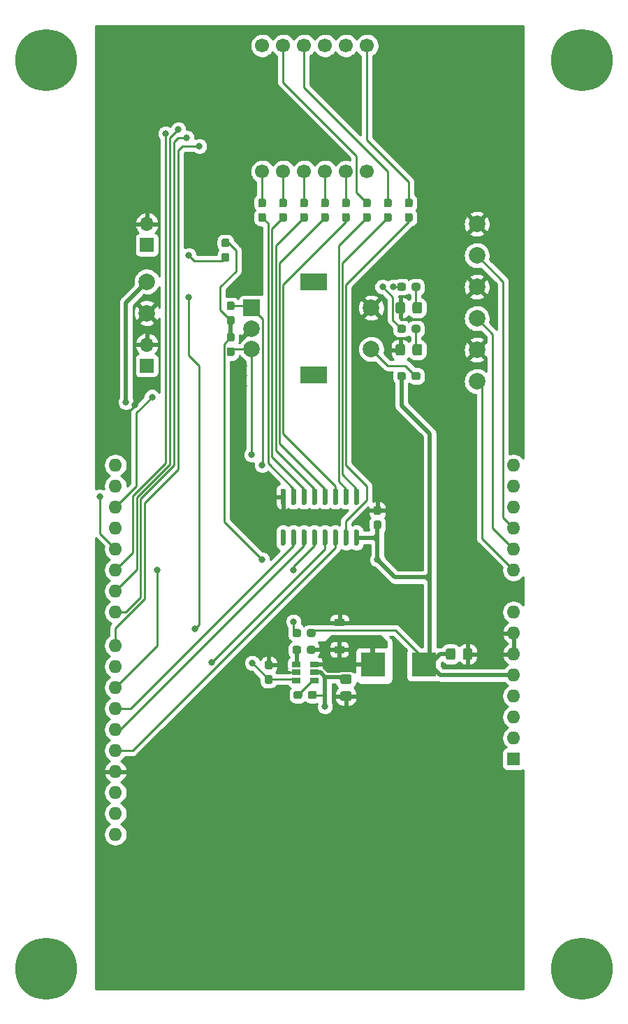
<source format=gbr>
%TF.GenerationSoftware,KiCad,Pcbnew,(5.99.0-2611-ga723fba70-dirty)*%
%TF.CreationDate,2020-08-14T04:19:10+02:00*%
%TF.ProjectId,rundtisch-nc,72756e64-7469-4736-9368-2d6e632e6b69,rev?*%
%TF.SameCoordinates,Original*%
%TF.FileFunction,Copper,L1,Top*%
%TF.FilePolarity,Positive*%
%FSLAX46Y46*%
G04 Gerber Fmt 4.6, Leading zero omitted, Abs format (unit mm)*
G04 Created by KiCad (PCBNEW (5.99.0-2611-ga723fba70-dirty)) date 2020-08-14 04:19:10*
%MOMM*%
%LPD*%
G01*
G04 APERTURE LIST*
%TA.AperFunction,ComponentPad*%
%ADD10C,7.500000*%
%TD*%
%TA.AperFunction,ComponentPad*%
%ADD11C,2.000000*%
%TD*%
%TA.AperFunction,ComponentPad*%
%ADD12C,1.700000*%
%TD*%
%TA.AperFunction,ComponentPad*%
%ADD13R,1.700000X1.700000*%
%TD*%
%TA.AperFunction,ComponentPad*%
%ADD14O,1.700000X1.700000*%
%TD*%
%TA.AperFunction,SMDPad,CuDef*%
%ADD15R,1.060000X0.650000*%
%TD*%
%TA.AperFunction,ComponentPad*%
%ADD16R,2.000000X2.000000*%
%TD*%
%TA.AperFunction,ComponentPad*%
%ADD17R,3.200000X2.000000*%
%TD*%
%TA.AperFunction,SMDPad,CuDef*%
%ADD18R,3.000000X3.000000*%
%TD*%
%TA.AperFunction,SMDPad,CuDef*%
%ADD19R,1.200000X0.900000*%
%TD*%
%TA.AperFunction,ComponentPad*%
%ADD20R,1.600000X1.600000*%
%TD*%
%TA.AperFunction,ComponentPad*%
%ADD21O,1.600000X1.600000*%
%TD*%
%TA.AperFunction,ViaPad*%
%ADD22C,0.800000*%
%TD*%
%TA.AperFunction,Conductor*%
%ADD23C,0.500000*%
%TD*%
%TA.AperFunction,Conductor*%
%ADD24C,0.250000*%
%TD*%
%TA.AperFunction,Conductor*%
%ADD25C,0.300000*%
%TD*%
%TA.AperFunction,Conductor*%
%ADD26C,0.254000*%
%TD*%
G04 APERTURE END LIST*
D10*
%TO.P,REF\u002A\u002A,1*%
%TO.N,N/C*%
X115000000Y-160000000D03*
%TD*%
%TO.P,REF\u002A\u002A,1*%
%TO.N,N/C*%
X50000000Y-160000000D03*
%TD*%
%TO.P,REF\u002A\u002A,1*%
%TO.N,N/C*%
X115000000Y-50000000D03*
%TD*%
%TO.P,REF\u002A\u002A,1*%
%TO.N,N/C*%
X50000000Y-50000000D03*
%TD*%
D11*
%TO.P,J4,2,Pin_2*%
%TO.N,+36V*%
X62230000Y-76835000D03*
%TO.P,J4,1,Pin_1*%
%TO.N,GND*%
X62230000Y-80645000D03*
%TD*%
%TO.P,R3,1*%
%TO.N,/Encoder_B*%
%TA.AperFunction,SMDPad,CuDef*%
G36*
G01*
X72627500Y-85855000D02*
X72152500Y-85855000D01*
G75*
G02*
X71915000Y-85617500I0J237500D01*
G01*
X71915000Y-85042500D01*
G75*
G02*
X72152500Y-84805000I237500J0D01*
G01*
X72627500Y-84805000D01*
G75*
G02*
X72865000Y-85042500I0J-237500D01*
G01*
X72865000Y-85617500D01*
G75*
G02*
X72627500Y-85855000I-237500J0D01*
G01*
G37*
%TD.AperFunction*%
%TO.P,R3,2*%
%TO.N,+5V*%
%TA.AperFunction,SMDPad,CuDef*%
G36*
G01*
X72627500Y-84105000D02*
X72152500Y-84105000D01*
G75*
G02*
X71915000Y-83867500I0J237500D01*
G01*
X71915000Y-83292500D01*
G75*
G02*
X72152500Y-83055000I237500J0D01*
G01*
X72627500Y-83055000D01*
G75*
G02*
X72865000Y-83292500I0J-237500D01*
G01*
X72865000Y-83867500D01*
G75*
G02*
X72627500Y-84105000I-237500J0D01*
G01*
G37*
%TD.AperFunction*%
%TD*%
%TO.P,R12,1*%
%TO.N,+5V*%
%TA.AperFunction,SMDPad,CuDef*%
G36*
G01*
X92580000Y-88502500D02*
X92580000Y-88027500D01*
G75*
G02*
X92817500Y-87790000I237500J0D01*
G01*
X93392500Y-87790000D01*
G75*
G02*
X93630000Y-88027500I0J-237500D01*
G01*
X93630000Y-88502500D01*
G75*
G02*
X93392500Y-88740000I-237500J0D01*
G01*
X92817500Y-88740000D01*
G75*
G02*
X92580000Y-88502500I0J237500D01*
G01*
G37*
%TD.AperFunction*%
%TO.P,R12,2*%
%TO.N,/Encoder_Switch*%
%TA.AperFunction,SMDPad,CuDef*%
G36*
G01*
X94330000Y-88502500D02*
X94330000Y-88027500D01*
G75*
G02*
X94567500Y-87790000I237500J0D01*
G01*
X95142500Y-87790000D01*
G75*
G02*
X95380000Y-88027500I0J-237500D01*
G01*
X95380000Y-88502500D01*
G75*
G02*
X95142500Y-88740000I-237500J0D01*
G01*
X94567500Y-88740000D01*
G75*
G02*
X94330000Y-88502500I0J237500D01*
G01*
G37*
%TD.AperFunction*%
%TD*%
%TO.P,R15,1*%
%TO.N,/LED_2*%
%TA.AperFunction,SMDPad,CuDef*%
G36*
G01*
X92580000Y-77707500D02*
X92580000Y-77232500D01*
G75*
G02*
X92817500Y-76995000I237500J0D01*
G01*
X93392500Y-76995000D01*
G75*
G02*
X93630000Y-77232500I0J-237500D01*
G01*
X93630000Y-77707500D01*
G75*
G02*
X93392500Y-77945000I-237500J0D01*
G01*
X92817500Y-77945000D01*
G75*
G02*
X92580000Y-77707500I0J237500D01*
G01*
G37*
%TD.AperFunction*%
%TO.P,R15,2*%
%TO.N,Net-(D2-Pad2)*%
%TA.AperFunction,SMDPad,CuDef*%
G36*
G01*
X94330000Y-77707500D02*
X94330000Y-77232500D01*
G75*
G02*
X94567500Y-76995000I237500J0D01*
G01*
X95142500Y-76995000D01*
G75*
G02*
X95380000Y-77232500I0J-237500D01*
G01*
X95380000Y-77707500D01*
G75*
G02*
X95142500Y-77945000I-237500J0D01*
G01*
X94567500Y-77945000D01*
G75*
G02*
X94330000Y-77707500I0J237500D01*
G01*
G37*
%TD.AperFunction*%
%TD*%
%TO.P,R7,1*%
%TO.N,/Display/SEG_D*%
%TA.AperFunction,SMDPad,CuDef*%
G36*
G01*
X78977500Y-69585000D02*
X78502500Y-69585000D01*
G75*
G02*
X78265000Y-69347500I0J237500D01*
G01*
X78265000Y-68772500D01*
G75*
G02*
X78502500Y-68535000I237500J0D01*
G01*
X78977500Y-68535000D01*
G75*
G02*
X79215000Y-68772500I0J-237500D01*
G01*
X79215000Y-69347500D01*
G75*
G02*
X78977500Y-69585000I-237500J0D01*
G01*
G37*
%TD.AperFunction*%
%TO.P,R7,2*%
%TO.N,Net-(R7-Pad2)*%
%TA.AperFunction,SMDPad,CuDef*%
G36*
G01*
X78977500Y-67835000D02*
X78502500Y-67835000D01*
G75*
G02*
X78265000Y-67597500I0J237500D01*
G01*
X78265000Y-67022500D01*
G75*
G02*
X78502500Y-66785000I237500J0D01*
G01*
X78977500Y-66785000D01*
G75*
G02*
X79215000Y-67022500I0J-237500D01*
G01*
X79215000Y-67597500D01*
G75*
G02*
X78977500Y-67835000I-237500J0D01*
G01*
G37*
%TD.AperFunction*%
%TD*%
%TO.P,R19,1*%
%TO.N,+36V*%
%TA.AperFunction,SMDPad,CuDef*%
G36*
G01*
X82807000Y-126635500D02*
X82807000Y-127110500D01*
G75*
G02*
X82569500Y-127348000I-237500J0D01*
G01*
X81994500Y-127348000D01*
G75*
G02*
X81757000Y-127110500I0J237500D01*
G01*
X81757000Y-126635500D01*
G75*
G02*
X81994500Y-126398000I237500J0D01*
G01*
X82569500Y-126398000D01*
G75*
G02*
X82807000Y-126635500I0J-237500D01*
G01*
G37*
%TD.AperFunction*%
%TO.P,R19,2*%
%TO.N,Net-(R19-Pad2)*%
%TA.AperFunction,SMDPad,CuDef*%
G36*
G01*
X81057000Y-126635500D02*
X81057000Y-127110500D01*
G75*
G02*
X80819500Y-127348000I-237500J0D01*
G01*
X80244500Y-127348000D01*
G75*
G02*
X80007000Y-127110500I0J237500D01*
G01*
X80007000Y-126635500D01*
G75*
G02*
X80244500Y-126398000I237500J0D01*
G01*
X80819500Y-126398000D01*
G75*
G02*
X81057000Y-126635500I0J-237500D01*
G01*
G37*
%TD.AperFunction*%
%TD*%
%TO.P,R21,1*%
%TO.N,/REG_FB*%
%TA.AperFunction,SMDPad,CuDef*%
G36*
G01*
X77237500Y-125525000D02*
X76762500Y-125525000D01*
G75*
G02*
X76525000Y-125287500I0J237500D01*
G01*
X76525000Y-124712500D01*
G75*
G02*
X76762500Y-124475000I237500J0D01*
G01*
X77237500Y-124475000D01*
G75*
G02*
X77475000Y-124712500I0J-237500D01*
G01*
X77475000Y-125287500D01*
G75*
G02*
X77237500Y-125525000I-237500J0D01*
G01*
G37*
%TD.AperFunction*%
%TO.P,R21,2*%
%TO.N,GND*%
%TA.AperFunction,SMDPad,CuDef*%
G36*
G01*
X77237500Y-123775000D02*
X76762500Y-123775000D01*
G75*
G02*
X76525000Y-123537500I0J237500D01*
G01*
X76525000Y-122962500D01*
G75*
G02*
X76762500Y-122725000I237500J0D01*
G01*
X77237500Y-122725000D01*
G75*
G02*
X77475000Y-122962500I0J-237500D01*
G01*
X77475000Y-123537500D01*
G75*
G02*
X77237500Y-123775000I-237500J0D01*
G01*
G37*
%TD.AperFunction*%
%TD*%
D12*
%TO.P,U2,1,e*%
%TO.N,Net-(R8-Pad2)*%
X76200000Y-63500000D03*
%TO.P,U2,2,d*%
%TO.N,Net-(R7-Pad2)*%
X78740000Y-63500000D03*
%TO.P,U2,3,DPX*%
%TO.N,Net-(R11-Pad2)*%
X81280000Y-63500000D03*
%TO.P,U2,4,c*%
%TO.N,Net-(R6-Pad2)*%
X83820000Y-63500000D03*
%TO.P,U2,5,g*%
%TO.N,Net-(R10-Pad2)*%
X86360000Y-63500000D03*
%TO.P,U2,6,CC4*%
%TO.N,Net-(Q1-Pad2)*%
X88900000Y-63500000D03*
%TO.P,U2,7,b*%
%TO.N,Net-(R5-Pad2)*%
X88900000Y-48260000D03*
%TO.P,U2,8,CC3*%
%TO.N,Net-(Q2-Pad2)*%
X86360000Y-48260000D03*
%TO.P,U2,9,CC2*%
%TO.N,Net-(Q3-Pad2)*%
X83820000Y-48260000D03*
%TO.P,U2,10,f*%
%TO.N,Net-(R9-Pad2)*%
X81280000Y-48260000D03*
%TO.P,U2,11,a*%
%TO.N,Net-(R4-Pad2)*%
X78740000Y-48260000D03*
%TO.P,U2,12,CC1*%
%TO.N,Net-(Q4-Pad2)*%
X76200000Y-48260000D03*
%TD*%
%TO.P,R9,1*%
%TO.N,/Display/SEG_F*%
%TA.AperFunction,SMDPad,CuDef*%
G36*
G01*
X91677500Y-69585000D02*
X91202500Y-69585000D01*
G75*
G02*
X90965000Y-69347500I0J237500D01*
G01*
X90965000Y-68772500D01*
G75*
G02*
X91202500Y-68535000I237500J0D01*
G01*
X91677500Y-68535000D01*
G75*
G02*
X91915000Y-68772500I0J-237500D01*
G01*
X91915000Y-69347500D01*
G75*
G02*
X91677500Y-69585000I-237500J0D01*
G01*
G37*
%TD.AperFunction*%
%TO.P,R9,2*%
%TO.N,Net-(R9-Pad2)*%
%TA.AperFunction,SMDPad,CuDef*%
G36*
G01*
X91677500Y-67835000D02*
X91202500Y-67835000D01*
G75*
G02*
X90965000Y-67597500I0J237500D01*
G01*
X90965000Y-67022500D01*
G75*
G02*
X91202500Y-66785000I237500J0D01*
G01*
X91677500Y-66785000D01*
G75*
G02*
X91915000Y-67022500I0J-237500D01*
G01*
X91915000Y-67597500D01*
G75*
G02*
X91677500Y-67835000I-237500J0D01*
G01*
G37*
%TD.AperFunction*%
%TD*%
D13*
%TO.P,SW1,1,1*%
%TO.N,Net-(A1-Pad3)*%
X62230000Y-86995000D03*
D14*
%TO.P,SW1,2,2*%
%TO.N,GND*%
X62230000Y-84455000D03*
%TD*%
%TO.P,C2,1*%
%TO.N,+36V*%
%TA.AperFunction,SMDPad,CuDef*%
G36*
G01*
X85910000Y-124384000D02*
X86810000Y-124384000D01*
G75*
G02*
X87060000Y-124634000I0J-250000D01*
G01*
X87060000Y-125284000D01*
G75*
G02*
X86810000Y-125534000I-250000J0D01*
G01*
X85910000Y-125534000D01*
G75*
G02*
X85660000Y-125284000I0J250000D01*
G01*
X85660000Y-124634000D01*
G75*
G02*
X85910000Y-124384000I250000J0D01*
G01*
G37*
%TD.AperFunction*%
%TO.P,C2,2*%
%TO.N,GND*%
%TA.AperFunction,SMDPad,CuDef*%
G36*
G01*
X85910000Y-126434000D02*
X86810000Y-126434000D01*
G75*
G02*
X87060000Y-126684000I0J-250000D01*
G01*
X87060000Y-127334000D01*
G75*
G02*
X86810000Y-127584000I-250000J0D01*
G01*
X85910000Y-127584000D01*
G75*
G02*
X85660000Y-127334000I0J250000D01*
G01*
X85660000Y-126684000D01*
G75*
G02*
X85910000Y-126434000I250000J0D01*
G01*
G37*
%TD.AperFunction*%
%TD*%
D13*
%TO.P,J3,1,Pin_1*%
%TO.N,Net-(J3-Pad1)*%
X62230000Y-72390000D03*
D14*
%TO.P,J3,2,Pin_2*%
%TO.N,GND*%
X62230000Y-69850000D03*
%TD*%
%TO.P,R4,1*%
%TO.N,/Display/SEG_A*%
%TA.AperFunction,SMDPad,CuDef*%
G36*
G01*
X89137500Y-69585000D02*
X88662500Y-69585000D01*
G75*
G02*
X88425000Y-69347500I0J237500D01*
G01*
X88425000Y-68772500D01*
G75*
G02*
X88662500Y-68535000I237500J0D01*
G01*
X89137500Y-68535000D01*
G75*
G02*
X89375000Y-68772500I0J-237500D01*
G01*
X89375000Y-69347500D01*
G75*
G02*
X89137500Y-69585000I-237500J0D01*
G01*
G37*
%TD.AperFunction*%
%TO.P,R4,2*%
%TO.N,Net-(R4-Pad2)*%
%TA.AperFunction,SMDPad,CuDef*%
G36*
G01*
X89137500Y-67835000D02*
X88662500Y-67835000D01*
G75*
G02*
X88425000Y-67597500I0J237500D01*
G01*
X88425000Y-67022500D01*
G75*
G02*
X88662500Y-66785000I237500J0D01*
G01*
X89137500Y-66785000D01*
G75*
G02*
X89375000Y-67022500I0J-237500D01*
G01*
X89375000Y-67597500D01*
G75*
G02*
X89137500Y-67835000I-237500J0D01*
G01*
G37*
%TD.AperFunction*%
%TD*%
%TO.P,R8,1*%
%TO.N,/Display/SEG_E*%
%TA.AperFunction,SMDPad,CuDef*%
G36*
G01*
X76437500Y-69585000D02*
X75962500Y-69585000D01*
G75*
G02*
X75725000Y-69347500I0J237500D01*
G01*
X75725000Y-68772500D01*
G75*
G02*
X75962500Y-68535000I237500J0D01*
G01*
X76437500Y-68535000D01*
G75*
G02*
X76675000Y-68772500I0J-237500D01*
G01*
X76675000Y-69347500D01*
G75*
G02*
X76437500Y-69585000I-237500J0D01*
G01*
G37*
%TD.AperFunction*%
%TO.P,R8,2*%
%TO.N,Net-(R8-Pad2)*%
%TA.AperFunction,SMDPad,CuDef*%
G36*
G01*
X76437500Y-67835000D02*
X75962500Y-67835000D01*
G75*
G02*
X75725000Y-67597500I0J237500D01*
G01*
X75725000Y-67022500D01*
G75*
G02*
X75962500Y-66785000I237500J0D01*
G01*
X76437500Y-66785000D01*
G75*
G02*
X76675000Y-67022500I0J-237500D01*
G01*
X76675000Y-67597500D01*
G75*
G02*
X76437500Y-67835000I-237500J0D01*
G01*
G37*
%TD.AperFunction*%
%TD*%
D15*
%TO.P,U3,1,BST*%
%TO.N,Net-(C3-Pad1)*%
X80350000Y-123190000D03*
%TO.P,U3,2,GND*%
%TO.N,GND*%
X80350000Y-124140000D03*
%TO.P,U3,3,FB*%
%TO.N,/REG_FB*%
X80350000Y-125090000D03*
%TO.P,U3,4,EN*%
%TO.N,Net-(R19-Pad2)*%
X82550000Y-125090000D03*
%TO.P,U3,5,VIN*%
%TO.N,+36V*%
X82550000Y-124140000D03*
%TO.P,U3,6,LX*%
%TO.N,Net-(C3-Pad2)*%
X82550000Y-123190000D03*
%TD*%
%TO.P,C1,1*%
%TO.N,+5V*%
%TA.AperFunction,SMDPad,CuDef*%
G36*
G01*
X90407500Y-106810000D02*
X89932500Y-106810000D01*
G75*
G02*
X89695000Y-106572500I0J237500D01*
G01*
X89695000Y-105997500D01*
G75*
G02*
X89932500Y-105760000I237500J0D01*
G01*
X90407500Y-105760000D01*
G75*
G02*
X90645000Y-105997500I0J-237500D01*
G01*
X90645000Y-106572500D01*
G75*
G02*
X90407500Y-106810000I-237500J0D01*
G01*
G37*
%TD.AperFunction*%
%TO.P,C1,2*%
%TO.N,GND*%
%TA.AperFunction,SMDPad,CuDef*%
G36*
G01*
X90407500Y-105060000D02*
X89932500Y-105060000D01*
G75*
G02*
X89695000Y-104822500I0J237500D01*
G01*
X89695000Y-104247500D01*
G75*
G02*
X89932500Y-104010000I237500J0D01*
G01*
X90407500Y-104010000D01*
G75*
G02*
X90645000Y-104247500I0J-237500D01*
G01*
X90645000Y-104822500D01*
G75*
G02*
X90407500Y-105060000I-237500J0D01*
G01*
G37*
%TD.AperFunction*%
%TD*%
%TO.P,R10,1*%
%TO.N,/Display/SEG_G*%
%TA.AperFunction,SMDPad,CuDef*%
G36*
G01*
X86597500Y-69585000D02*
X86122500Y-69585000D01*
G75*
G02*
X85885000Y-69347500I0J237500D01*
G01*
X85885000Y-68772500D01*
G75*
G02*
X86122500Y-68535000I237500J0D01*
G01*
X86597500Y-68535000D01*
G75*
G02*
X86835000Y-68772500I0J-237500D01*
G01*
X86835000Y-69347500D01*
G75*
G02*
X86597500Y-69585000I-237500J0D01*
G01*
G37*
%TD.AperFunction*%
%TO.P,R10,2*%
%TO.N,Net-(R10-Pad2)*%
%TA.AperFunction,SMDPad,CuDef*%
G36*
G01*
X86597500Y-67835000D02*
X86122500Y-67835000D01*
G75*
G02*
X85885000Y-67597500I0J237500D01*
G01*
X85885000Y-67022500D01*
G75*
G02*
X86122500Y-66785000I237500J0D01*
G01*
X86597500Y-66785000D01*
G75*
G02*
X86835000Y-67022500I0J-237500D01*
G01*
X86835000Y-67597500D01*
G75*
G02*
X86597500Y-67835000I-237500J0D01*
G01*
G37*
%TD.AperFunction*%
%TD*%
%TO.P,R1,1*%
%TO.N,Net-(J3-Pad1)*%
%TA.AperFunction,SMDPad,CuDef*%
G36*
G01*
X71992500Y-74425000D02*
X71517500Y-74425000D01*
G75*
G02*
X71280000Y-74187500I0J237500D01*
G01*
X71280000Y-73612500D01*
G75*
G02*
X71517500Y-73375000I237500J0D01*
G01*
X71992500Y-73375000D01*
G75*
G02*
X72230000Y-73612500I0J-237500D01*
G01*
X72230000Y-74187500D01*
G75*
G02*
X71992500Y-74425000I-237500J0D01*
G01*
G37*
%TD.AperFunction*%
%TO.P,R1,2*%
%TO.N,+5V*%
%TA.AperFunction,SMDPad,CuDef*%
G36*
G01*
X71992500Y-72675000D02*
X71517500Y-72675000D01*
G75*
G02*
X71280000Y-72437500I0J237500D01*
G01*
X71280000Y-71862500D01*
G75*
G02*
X71517500Y-71625000I237500J0D01*
G01*
X71992500Y-71625000D01*
G75*
G02*
X72230000Y-71862500I0J-237500D01*
G01*
X72230000Y-72437500D01*
G75*
G02*
X71992500Y-72675000I-237500J0D01*
G01*
G37*
%TD.AperFunction*%
%TD*%
%TO.P,C3,1*%
%TO.N,Net-(C3-Pad1)*%
%TA.AperFunction,SMDPad,CuDef*%
G36*
G01*
X79880000Y-121649500D02*
X79880000Y-121174500D01*
G75*
G02*
X80117500Y-120937000I237500J0D01*
G01*
X80692500Y-120937000D01*
G75*
G02*
X80930000Y-121174500I0J-237500D01*
G01*
X80930000Y-121649500D01*
G75*
G02*
X80692500Y-121887000I-237500J0D01*
G01*
X80117500Y-121887000D01*
G75*
G02*
X79880000Y-121649500I0J237500D01*
G01*
G37*
%TD.AperFunction*%
%TO.P,C3,2*%
%TO.N,Net-(C3-Pad2)*%
%TA.AperFunction,SMDPad,CuDef*%
G36*
G01*
X81630000Y-121649500D02*
X81630000Y-121174500D01*
G75*
G02*
X81867500Y-120937000I237500J0D01*
G01*
X82442500Y-120937000D01*
G75*
G02*
X82680000Y-121174500I0J-237500D01*
G01*
X82680000Y-121649500D01*
G75*
G02*
X82442500Y-121887000I-237500J0D01*
G01*
X81867500Y-121887000D01*
G75*
G02*
X81630000Y-121649500I0J237500D01*
G01*
G37*
%TD.AperFunction*%
%TD*%
%TO.P,D1,1,K*%
%TO.N,GND*%
%TA.AperFunction,SMDPad,CuDef*%
G36*
G01*
X92380000Y-85540000D02*
X92380000Y-84640000D01*
G75*
G02*
X92630000Y-84390000I250000J0D01*
G01*
X93280000Y-84390000D01*
G75*
G02*
X93530000Y-84640000I0J-250000D01*
G01*
X93530000Y-85540000D01*
G75*
G02*
X93280000Y-85790000I-250000J0D01*
G01*
X92630000Y-85790000D01*
G75*
G02*
X92380000Y-85540000I0J250000D01*
G01*
G37*
%TD.AperFunction*%
%TO.P,D1,2,A*%
%TO.N,Net-(D1-Pad2)*%
%TA.AperFunction,SMDPad,CuDef*%
G36*
G01*
X94430000Y-85540000D02*
X94430000Y-84640000D01*
G75*
G02*
X94680000Y-84390000I250000J0D01*
G01*
X95330000Y-84390000D01*
G75*
G02*
X95580000Y-84640000I0J-250000D01*
G01*
X95580000Y-85540000D01*
G75*
G02*
X95330000Y-85790000I-250000J0D01*
G01*
X94680000Y-85790000D01*
G75*
G02*
X94430000Y-85540000I0J250000D01*
G01*
G37*
%TD.AperFunction*%
%TD*%
D16*
%TO.P,SW3,A,A*%
%TO.N,/Encoder_A*%
X74930000Y-80010000D03*
D11*
%TO.P,SW3,B,B*%
%TO.N,/Encoder_B*%
X74930000Y-85010000D03*
%TO.P,SW3,C,C*%
%TO.N,GND*%
X74930000Y-82510000D03*
D17*
%TO.P,SW3,MP*%
%TO.N,N/C*%
X82430000Y-88110000D03*
X82430000Y-76910000D03*
D11*
%TO.P,SW3,S1,S1*%
%TO.N,/Encoder_Switch*%
X89430000Y-85010000D03*
%TO.P,SW3,S2,S2*%
%TO.N,GND*%
X89430000Y-80010000D03*
%TD*%
%TO.P,R11,1*%
%TO.N,/Display/SEG_DP*%
%TA.AperFunction,SMDPad,CuDef*%
G36*
G01*
X81517500Y-69585000D02*
X81042500Y-69585000D01*
G75*
G02*
X80805000Y-69347500I0J237500D01*
G01*
X80805000Y-68772500D01*
G75*
G02*
X81042500Y-68535000I237500J0D01*
G01*
X81517500Y-68535000D01*
G75*
G02*
X81755000Y-68772500I0J-237500D01*
G01*
X81755000Y-69347500D01*
G75*
G02*
X81517500Y-69585000I-237500J0D01*
G01*
G37*
%TD.AperFunction*%
%TO.P,R11,2*%
%TO.N,Net-(R11-Pad2)*%
%TA.AperFunction,SMDPad,CuDef*%
G36*
G01*
X81517500Y-67835000D02*
X81042500Y-67835000D01*
G75*
G02*
X80805000Y-67597500I0J237500D01*
G01*
X80805000Y-67022500D01*
G75*
G02*
X81042500Y-66785000I237500J0D01*
G01*
X81517500Y-66785000D01*
G75*
G02*
X81755000Y-67022500I0J-237500D01*
G01*
X81755000Y-67597500D01*
G75*
G02*
X81517500Y-67835000I-237500J0D01*
G01*
G37*
%TD.AperFunction*%
%TD*%
%TO.P,R6,1*%
%TO.N,/Display/SEG_C*%
%TA.AperFunction,SMDPad,CuDef*%
G36*
G01*
X84057500Y-69585000D02*
X83582500Y-69585000D01*
G75*
G02*
X83345000Y-69347500I0J237500D01*
G01*
X83345000Y-68772500D01*
G75*
G02*
X83582500Y-68535000I237500J0D01*
G01*
X84057500Y-68535000D01*
G75*
G02*
X84295000Y-68772500I0J-237500D01*
G01*
X84295000Y-69347500D01*
G75*
G02*
X84057500Y-69585000I-237500J0D01*
G01*
G37*
%TD.AperFunction*%
%TO.P,R6,2*%
%TO.N,Net-(R6-Pad2)*%
%TA.AperFunction,SMDPad,CuDef*%
G36*
G01*
X84057500Y-67835000D02*
X83582500Y-67835000D01*
G75*
G02*
X83345000Y-67597500I0J237500D01*
G01*
X83345000Y-67022500D01*
G75*
G02*
X83582500Y-66785000I237500J0D01*
G01*
X84057500Y-66785000D01*
G75*
G02*
X84295000Y-67022500I0J-237500D01*
G01*
X84295000Y-67597500D01*
G75*
G02*
X84057500Y-67835000I-237500J0D01*
G01*
G37*
%TD.AperFunction*%
%TD*%
%TO.P,R14,1*%
%TO.N,/LED_1*%
%TA.AperFunction,SMDPad,CuDef*%
G36*
G01*
X92580000Y-82787500D02*
X92580000Y-82312500D01*
G75*
G02*
X92817500Y-82075000I237500J0D01*
G01*
X93392500Y-82075000D01*
G75*
G02*
X93630000Y-82312500I0J-237500D01*
G01*
X93630000Y-82787500D01*
G75*
G02*
X93392500Y-83025000I-237500J0D01*
G01*
X92817500Y-83025000D01*
G75*
G02*
X92580000Y-82787500I0J237500D01*
G01*
G37*
%TD.AperFunction*%
%TO.P,R14,2*%
%TO.N,Net-(D1-Pad2)*%
%TA.AperFunction,SMDPad,CuDef*%
G36*
G01*
X94330000Y-82787500D02*
X94330000Y-82312500D01*
G75*
G02*
X94567500Y-82075000I237500J0D01*
G01*
X95142500Y-82075000D01*
G75*
G02*
X95380000Y-82312500I0J-237500D01*
G01*
X95380000Y-82787500D01*
G75*
G02*
X95142500Y-83025000I-237500J0D01*
G01*
X94567500Y-83025000D01*
G75*
G02*
X94330000Y-82787500I0J237500D01*
G01*
G37*
%TD.AperFunction*%
%TD*%
%TO.P,C4,1*%
%TO.N,+5V*%
%TA.AperFunction,SMDPad,CuDef*%
G36*
G01*
X98485000Y-122370000D02*
X98485000Y-121470000D01*
G75*
G02*
X98735000Y-121220000I250000J0D01*
G01*
X99385000Y-121220000D01*
G75*
G02*
X99635000Y-121470000I0J-250000D01*
G01*
X99635000Y-122370000D01*
G75*
G02*
X99385000Y-122620000I-250000J0D01*
G01*
X98735000Y-122620000D01*
G75*
G02*
X98485000Y-122370000I0J250000D01*
G01*
G37*
%TD.AperFunction*%
%TO.P,C4,2*%
%TO.N,GND*%
%TA.AperFunction,SMDPad,CuDef*%
G36*
G01*
X100535000Y-122370000D02*
X100535000Y-121470000D01*
G75*
G02*
X100785000Y-121220000I250000J0D01*
G01*
X101435000Y-121220000D01*
G75*
G02*
X101685000Y-121470000I0J-250000D01*
G01*
X101685000Y-122370000D01*
G75*
G02*
X101435000Y-122620000I-250000J0D01*
G01*
X100785000Y-122620000D01*
G75*
G02*
X100535000Y-122370000I0J250000D01*
G01*
G37*
%TD.AperFunction*%
%TD*%
D18*
%TO.P,L1,1,1*%
%TO.N,Net-(C3-Pad2)*%
X89625000Y-123190000D03*
%TO.P,L1,2,2*%
%TO.N,+5V*%
X95795000Y-123190000D03*
%TD*%
%TO.P,R20,1*%
%TO.N,/REG_FB*%
%TA.AperFunction,SMDPad,CuDef*%
G36*
G01*
X79880000Y-119617500D02*
X79880000Y-119142500D01*
G75*
G02*
X80117500Y-118905000I237500J0D01*
G01*
X80692500Y-118905000D01*
G75*
G02*
X80930000Y-119142500I0J-237500D01*
G01*
X80930000Y-119617500D01*
G75*
G02*
X80692500Y-119855000I-237500J0D01*
G01*
X80117500Y-119855000D01*
G75*
G02*
X79880000Y-119617500I0J237500D01*
G01*
G37*
%TD.AperFunction*%
%TO.P,R20,2*%
%TO.N,+5V*%
%TA.AperFunction,SMDPad,CuDef*%
G36*
G01*
X81630000Y-119617500D02*
X81630000Y-119142500D01*
G75*
G02*
X81867500Y-118905000I237500J0D01*
G01*
X82442500Y-118905000D01*
G75*
G02*
X82680000Y-119142500I0J-237500D01*
G01*
X82680000Y-119617500D01*
G75*
G02*
X82442500Y-119855000I-237500J0D01*
G01*
X81867500Y-119855000D01*
G75*
G02*
X81630000Y-119617500I0J237500D01*
G01*
G37*
%TD.AperFunction*%
%TD*%
%TO.P,D2,1,K*%
%TO.N,GND*%
%TA.AperFunction,SMDPad,CuDef*%
G36*
G01*
X92380000Y-80460000D02*
X92380000Y-79560000D01*
G75*
G02*
X92630000Y-79310000I250000J0D01*
G01*
X93280000Y-79310000D01*
G75*
G02*
X93530000Y-79560000I0J-250000D01*
G01*
X93530000Y-80460000D01*
G75*
G02*
X93280000Y-80710000I-250000J0D01*
G01*
X92630000Y-80710000D01*
G75*
G02*
X92380000Y-80460000I0J250000D01*
G01*
G37*
%TD.AperFunction*%
%TO.P,D2,2,A*%
%TO.N,Net-(D2-Pad2)*%
%TA.AperFunction,SMDPad,CuDef*%
G36*
G01*
X94430000Y-80460000D02*
X94430000Y-79560000D01*
G75*
G02*
X94680000Y-79310000I250000J0D01*
G01*
X95330000Y-79310000D01*
G75*
G02*
X95580000Y-79560000I0J-250000D01*
G01*
X95580000Y-80460000D01*
G75*
G02*
X95330000Y-80710000I-250000J0D01*
G01*
X94680000Y-80710000D01*
G75*
G02*
X94430000Y-80460000I0J250000D01*
G01*
G37*
%TD.AperFunction*%
%TD*%
%TO.P,R5,1*%
%TO.N,/Display/SEG_B*%
%TA.AperFunction,SMDPad,CuDef*%
G36*
G01*
X94217500Y-69585000D02*
X93742500Y-69585000D01*
G75*
G02*
X93505000Y-69347500I0J237500D01*
G01*
X93505000Y-68772500D01*
G75*
G02*
X93742500Y-68535000I237500J0D01*
G01*
X94217500Y-68535000D01*
G75*
G02*
X94455000Y-68772500I0J-237500D01*
G01*
X94455000Y-69347500D01*
G75*
G02*
X94217500Y-69585000I-237500J0D01*
G01*
G37*
%TD.AperFunction*%
%TO.P,R5,2*%
%TO.N,Net-(R5-Pad2)*%
%TA.AperFunction,SMDPad,CuDef*%
G36*
G01*
X94217500Y-67835000D02*
X93742500Y-67835000D01*
G75*
G02*
X93505000Y-67597500I0J237500D01*
G01*
X93505000Y-67022500D01*
G75*
G02*
X93742500Y-66785000I237500J0D01*
G01*
X94217500Y-66785000D01*
G75*
G02*
X94455000Y-67022500I0J-237500D01*
G01*
X94455000Y-67597500D01*
G75*
G02*
X94217500Y-67835000I-237500J0D01*
G01*
G37*
%TD.AperFunction*%
%TD*%
D19*
%TO.P,D3,1,K*%
%TO.N,Net-(C3-Pad2)*%
X85598000Y-121412000D03*
%TO.P,D3,2,A*%
%TO.N,GND*%
X85598000Y-118112000D03*
%TD*%
%TO.P,R2,1*%
%TO.N,+5V*%
%TA.AperFunction,SMDPad,CuDef*%
G36*
G01*
X72627500Y-82045000D02*
X72152500Y-82045000D01*
G75*
G02*
X71915000Y-81807500I0J237500D01*
G01*
X71915000Y-81232500D01*
G75*
G02*
X72152500Y-80995000I237500J0D01*
G01*
X72627500Y-80995000D01*
G75*
G02*
X72865000Y-81232500I0J-237500D01*
G01*
X72865000Y-81807500D01*
G75*
G02*
X72627500Y-82045000I-237500J0D01*
G01*
G37*
%TD.AperFunction*%
%TO.P,R2,2*%
%TO.N,/Encoder_A*%
%TA.AperFunction,SMDPad,CuDef*%
G36*
G01*
X72627500Y-80295000D02*
X72152500Y-80295000D01*
G75*
G02*
X71915000Y-80057500I0J237500D01*
G01*
X71915000Y-79482500D01*
G75*
G02*
X72152500Y-79245000I237500J0D01*
G01*
X72627500Y-79245000D01*
G75*
G02*
X72865000Y-79482500I0J-237500D01*
G01*
X72865000Y-80057500D01*
G75*
G02*
X72627500Y-80295000I-237500J0D01*
G01*
G37*
%TD.AperFunction*%
%TD*%
%TO.P,U1,1,QB*%
%TO.N,/Display/SEG_F*%
%TA.AperFunction,SMDPad,CuDef*%
G36*
G01*
X87480000Y-101895000D02*
X87780000Y-101895000D01*
G75*
G02*
X87930000Y-102045000I0J-150000D01*
G01*
X87930000Y-103695000D01*
G75*
G02*
X87780000Y-103845000I-150000J0D01*
G01*
X87480000Y-103845000D01*
G75*
G02*
X87330000Y-103695000I0J150000D01*
G01*
X87330000Y-102045000D01*
G75*
G02*
X87480000Y-101895000I150000J0D01*
G01*
G37*
%TD.AperFunction*%
%TO.P,U1,2,QC*%
%TO.N,/Display/SEG_A*%
%TA.AperFunction,SMDPad,CuDef*%
G36*
G01*
X86210000Y-101895000D02*
X86510000Y-101895000D01*
G75*
G02*
X86660000Y-102045000I0J-150000D01*
G01*
X86660000Y-103695000D01*
G75*
G02*
X86510000Y-103845000I-150000J0D01*
G01*
X86210000Y-103845000D01*
G75*
G02*
X86060000Y-103695000I0J150000D01*
G01*
X86060000Y-102045000D01*
G75*
G02*
X86210000Y-101895000I150000J0D01*
G01*
G37*
%TD.AperFunction*%
%TO.P,U1,3,QD*%
%TO.N,/Display/SEG_G*%
%TA.AperFunction,SMDPad,CuDef*%
G36*
G01*
X84940000Y-101895000D02*
X85240000Y-101895000D01*
G75*
G02*
X85390000Y-102045000I0J-150000D01*
G01*
X85390000Y-103695000D01*
G75*
G02*
X85240000Y-103845000I-150000J0D01*
G01*
X84940000Y-103845000D01*
G75*
G02*
X84790000Y-103695000I0J150000D01*
G01*
X84790000Y-102045000D01*
G75*
G02*
X84940000Y-101895000I150000J0D01*
G01*
G37*
%TD.AperFunction*%
%TO.P,U1,4,QE*%
%TO.N,/Display/SEG_C*%
%TA.AperFunction,SMDPad,CuDef*%
G36*
G01*
X83670000Y-101895000D02*
X83970000Y-101895000D01*
G75*
G02*
X84120000Y-102045000I0J-150000D01*
G01*
X84120000Y-103695000D01*
G75*
G02*
X83970000Y-103845000I-150000J0D01*
G01*
X83670000Y-103845000D01*
G75*
G02*
X83520000Y-103695000I0J150000D01*
G01*
X83520000Y-102045000D01*
G75*
G02*
X83670000Y-101895000I150000J0D01*
G01*
G37*
%TD.AperFunction*%
%TO.P,U1,5,QF*%
%TO.N,/Display/SEG_DP*%
%TA.AperFunction,SMDPad,CuDef*%
G36*
G01*
X82400000Y-101895000D02*
X82700000Y-101895000D01*
G75*
G02*
X82850000Y-102045000I0J-150000D01*
G01*
X82850000Y-103695000D01*
G75*
G02*
X82700000Y-103845000I-150000J0D01*
G01*
X82400000Y-103845000D01*
G75*
G02*
X82250000Y-103695000I0J150000D01*
G01*
X82250000Y-102045000D01*
G75*
G02*
X82400000Y-101895000I150000J0D01*
G01*
G37*
%TD.AperFunction*%
%TO.P,U1,6,QG*%
%TO.N,/Display/SEG_D*%
%TA.AperFunction,SMDPad,CuDef*%
G36*
G01*
X81130000Y-101895000D02*
X81430000Y-101895000D01*
G75*
G02*
X81580000Y-102045000I0J-150000D01*
G01*
X81580000Y-103695000D01*
G75*
G02*
X81430000Y-103845000I-150000J0D01*
G01*
X81130000Y-103845000D01*
G75*
G02*
X80980000Y-103695000I0J150000D01*
G01*
X80980000Y-102045000D01*
G75*
G02*
X81130000Y-101895000I150000J0D01*
G01*
G37*
%TD.AperFunction*%
%TO.P,U1,7,QH*%
%TO.N,/Display/SEG_E*%
%TA.AperFunction,SMDPad,CuDef*%
G36*
G01*
X79860000Y-101895000D02*
X80160000Y-101895000D01*
G75*
G02*
X80310000Y-102045000I0J-150000D01*
G01*
X80310000Y-103695000D01*
G75*
G02*
X80160000Y-103845000I-150000J0D01*
G01*
X79860000Y-103845000D01*
G75*
G02*
X79710000Y-103695000I0J150000D01*
G01*
X79710000Y-102045000D01*
G75*
G02*
X79860000Y-101895000I150000J0D01*
G01*
G37*
%TD.AperFunction*%
%TO.P,U1,8,GND*%
%TO.N,GND*%
%TA.AperFunction,SMDPad,CuDef*%
G36*
G01*
X78590000Y-101895000D02*
X78890000Y-101895000D01*
G75*
G02*
X79040000Y-102045000I0J-150000D01*
G01*
X79040000Y-103695000D01*
G75*
G02*
X78890000Y-103845000I-150000J0D01*
G01*
X78590000Y-103845000D01*
G75*
G02*
X78440000Y-103695000I0J150000D01*
G01*
X78440000Y-102045000D01*
G75*
G02*
X78590000Y-101895000I150000J0D01*
G01*
G37*
%TD.AperFunction*%
%TO.P,U1,9,QH'*%
%TO.N,Net-(U1-Pad9)*%
%TA.AperFunction,SMDPad,CuDef*%
G36*
G01*
X78590000Y-106845000D02*
X78890000Y-106845000D01*
G75*
G02*
X79040000Y-106995000I0J-150000D01*
G01*
X79040000Y-108645000D01*
G75*
G02*
X78890000Y-108795000I-150000J0D01*
G01*
X78590000Y-108795000D01*
G75*
G02*
X78440000Y-108645000I0J150000D01*
G01*
X78440000Y-106995000D01*
G75*
G02*
X78590000Y-106845000I150000J0D01*
G01*
G37*
%TD.AperFunction*%
%TO.P,U1,10,~SRCLR*%
%TO.N,/~SRCLR*%
%TA.AperFunction,SMDPad,CuDef*%
G36*
G01*
X79860000Y-106845000D02*
X80160000Y-106845000D01*
G75*
G02*
X80310000Y-106995000I0J-150000D01*
G01*
X80310000Y-108645000D01*
G75*
G02*
X80160000Y-108795000I-150000J0D01*
G01*
X79860000Y-108795000D01*
G75*
G02*
X79710000Y-108645000I0J150000D01*
G01*
X79710000Y-106995000D01*
G75*
G02*
X79860000Y-106845000I150000J0D01*
G01*
G37*
%TD.AperFunction*%
%TO.P,U1,11,SRCLK*%
%TO.N,/SRCLK*%
%TA.AperFunction,SMDPad,CuDef*%
G36*
G01*
X81130000Y-106845000D02*
X81430000Y-106845000D01*
G75*
G02*
X81580000Y-106995000I0J-150000D01*
G01*
X81580000Y-108645000D01*
G75*
G02*
X81430000Y-108795000I-150000J0D01*
G01*
X81130000Y-108795000D01*
G75*
G02*
X80980000Y-108645000I0J150000D01*
G01*
X80980000Y-106995000D01*
G75*
G02*
X81130000Y-106845000I150000J0D01*
G01*
G37*
%TD.AperFunction*%
%TO.P,U1,12,RCLK*%
%TO.N,/RCLK*%
%TA.AperFunction,SMDPad,CuDef*%
G36*
G01*
X82400000Y-106845000D02*
X82700000Y-106845000D01*
G75*
G02*
X82850000Y-106995000I0J-150000D01*
G01*
X82850000Y-108645000D01*
G75*
G02*
X82700000Y-108795000I-150000J0D01*
G01*
X82400000Y-108795000D01*
G75*
G02*
X82250000Y-108645000I0J150000D01*
G01*
X82250000Y-106995000D01*
G75*
G02*
X82400000Y-106845000I150000J0D01*
G01*
G37*
%TD.AperFunction*%
%TO.P,U1,13,~OE*%
%TO.N,/~OE*%
%TA.AperFunction,SMDPad,CuDef*%
G36*
G01*
X83670000Y-106845000D02*
X83970000Y-106845000D01*
G75*
G02*
X84120000Y-106995000I0J-150000D01*
G01*
X84120000Y-108645000D01*
G75*
G02*
X83970000Y-108795000I-150000J0D01*
G01*
X83670000Y-108795000D01*
G75*
G02*
X83520000Y-108645000I0J150000D01*
G01*
X83520000Y-106995000D01*
G75*
G02*
X83670000Y-106845000I150000J0D01*
G01*
G37*
%TD.AperFunction*%
%TO.P,U1,14,SER*%
%TO.N,/SER*%
%TA.AperFunction,SMDPad,CuDef*%
G36*
G01*
X84940000Y-106845000D02*
X85240000Y-106845000D01*
G75*
G02*
X85390000Y-106995000I0J-150000D01*
G01*
X85390000Y-108645000D01*
G75*
G02*
X85240000Y-108795000I-150000J0D01*
G01*
X84940000Y-108795000D01*
G75*
G02*
X84790000Y-108645000I0J150000D01*
G01*
X84790000Y-106995000D01*
G75*
G02*
X84940000Y-106845000I150000J0D01*
G01*
G37*
%TD.AperFunction*%
%TO.P,U1,15,QA*%
%TO.N,/Display/SEG_B*%
%TA.AperFunction,SMDPad,CuDef*%
G36*
G01*
X86210000Y-106845000D02*
X86510000Y-106845000D01*
G75*
G02*
X86660000Y-106995000I0J-150000D01*
G01*
X86660000Y-108645000D01*
G75*
G02*
X86510000Y-108795000I-150000J0D01*
G01*
X86210000Y-108795000D01*
G75*
G02*
X86060000Y-108645000I0J150000D01*
G01*
X86060000Y-106995000D01*
G75*
G02*
X86210000Y-106845000I150000J0D01*
G01*
G37*
%TD.AperFunction*%
%TO.P,U1,16,VCC*%
%TO.N,+5V*%
%TA.AperFunction,SMDPad,CuDef*%
G36*
G01*
X87480000Y-106845000D02*
X87780000Y-106845000D01*
G75*
G02*
X87930000Y-106995000I0J-150000D01*
G01*
X87930000Y-108645000D01*
G75*
G02*
X87780000Y-108795000I-150000J0D01*
G01*
X87480000Y-108795000D01*
G75*
G02*
X87330000Y-108645000I0J150000D01*
G01*
X87330000Y-106995000D01*
G75*
G02*
X87480000Y-106845000I150000J0D01*
G01*
G37*
%TD.AperFunction*%
%TD*%
D11*
%TO.P,J1,1,Pin_1*%
%TO.N,/STEP*%
X102235000Y-88900000D03*
%TO.P,J1,2,Pin_2*%
%TO.N,GND*%
X102235000Y-85090000D03*
%TO.P,J1,3,Pin_3*%
%TO.N,/DIR*%
X102235000Y-81280000D03*
%TO.P,J1,4,Pin_4*%
%TO.N,GND*%
X102235000Y-77470000D03*
%TO.P,J1,5,Pin_5*%
%TO.N,/ENA*%
X102235000Y-73660000D03*
%TO.P,J1,6,Pin_6*%
%TO.N,GND*%
X102235000Y-69850000D03*
%TD*%
D20*
%TO.P,A1,1,NC*%
%TO.N,Net-(A1-Pad1)*%
X106680000Y-134620000D03*
D21*
%TO.P,A1,2,IOREF*%
%TO.N,Net-(A1-Pad2)*%
X106680000Y-132080000D03*
%TO.P,A1,3,~RESET*%
%TO.N,Net-(A1-Pad3)*%
X106680000Y-129540000D03*
%TO.P,A1,4,3V3*%
%TO.N,Net-(A1-Pad4)*%
X106680000Y-127000000D03*
%TO.P,A1,5,+5V*%
%TO.N,+5V*%
X106680000Y-124460000D03*
%TO.P,A1,6,GND*%
%TO.N,GND*%
X106680000Y-121920000D03*
%TO.P,A1,7,GND*%
X106680000Y-119380000D03*
%TO.P,A1,8,VIN*%
%TO.N,Net-(A1-Pad8)*%
X106680000Y-116840000D03*
%TO.P,A1,9,A0*%
%TO.N,/STEP*%
X106680000Y-111760000D03*
%TO.P,A1,10,A1*%
%TO.N,/DIR*%
X106680000Y-109220000D03*
%TO.P,A1,11,A2*%
%TO.N,/ENA*%
X106680000Y-106680000D03*
%TO.P,A1,12,A3*%
%TO.N,/Encoder_A*%
X106680000Y-104140000D03*
%TO.P,A1,13,SDA/A4*%
%TO.N,/Encoder_B*%
X106680000Y-101600000D03*
%TO.P,A1,14,SCL/A5*%
%TO.N,Net-(A1-Pad14)*%
X106680000Y-99060000D03*
%TO.P,A1,15,D0/RX*%
%TO.N,Net-(A1-Pad15)*%
X58420000Y-99060000D03*
%TO.P,A1,16,D1/TX*%
%TO.N,Net-(A1-Pad16)*%
X58420000Y-101600000D03*
%TO.P,A1,17,D2*%
%TO.N,/Encoder_Switch*%
X58420000Y-104140000D03*
%TO.P,A1,18,D3*%
%TO.N,/LED_2*%
X58420000Y-106680000D03*
%TO.P,A1,19,D4*%
%TO.N,/LED_1*%
X58420000Y-109220000D03*
%TO.P,A1,20,D5*%
%TO.N,/Cathode_4*%
X58420000Y-111760000D03*
%TO.P,A1,21,D6*%
%TO.N,/Cathode_3*%
X58420000Y-114300000D03*
%TO.P,A1,22,D7*%
%TO.N,/Cathode_2*%
X58420000Y-116840000D03*
%TO.P,A1,23,D8*%
%TO.N,/Cathode_1*%
X58420000Y-120900000D03*
%TO.P,A1,24,D9*%
%TO.N,/~OE*%
X58420000Y-123440000D03*
%TO.P,A1,25,D10*%
%TO.N,/RCLK*%
X58420000Y-125980000D03*
%TO.P,A1,26,D11*%
%TO.N,/~SRCLR*%
X58420000Y-128520000D03*
%TO.P,A1,27,D12*%
%TO.N,/SRCLK*%
X58420000Y-131060000D03*
%TO.P,A1,28,D13*%
%TO.N,/SER*%
X58420000Y-133600000D03*
%TO.P,A1,29,GND*%
%TO.N,GND*%
X58420000Y-136140000D03*
%TO.P,A1,30,AREF*%
%TO.N,Net-(A1-Pad30)*%
X58420000Y-138680000D03*
%TO.P,A1,31,SDA/A4*%
%TO.N,Net-(A1-Pad31)*%
X58420000Y-141220000D03*
%TO.P,A1,32,SCL/A5*%
%TO.N,Net-(A1-Pad32)*%
X58420000Y-143760000D03*
%TD*%
D22*
%TO.N,GND*%
X78500000Y-61250000D03*
X72750000Y-87000000D03*
X72750000Y-88250000D03*
X72750000Y-89500000D03*
X74000000Y-89500000D03*
X74000000Y-88250000D03*
X74000000Y-87000000D03*
X58500000Y-93000000D03*
X58500000Y-91750000D03*
X60750000Y-91750000D03*
%TO.N,/REG_FB*%
X75000000Y-123000000D03*
X80000000Y-118000000D03*
%TO.N,+5V*%
X76200000Y-110490000D03*
X90170000Y-110490000D03*
%TO.N,+36V*%
X59690000Y-91440000D03*
X83820000Y-128270000D03*
%TO.N,Net-(A1-Pad3)*%
X67310000Y-78740000D03*
%TO.N,Net-(J3-Pad1)*%
X67310000Y-73660000D03*
%TO.N,GND*%
X83312000Y-53848000D03*
X90932000Y-55372000D03*
X86868000Y-55372000D03*
%TO.N,/Encoder_B*%
X74930000Y-97790000D03*
%TO.N,/Encoder_A*%
X76200000Y-99060000D03*
%TO.N,/LED_1*%
X90805000Y-77470000D03*
X56515000Y-102870000D03*
%TO.N,/LED_2*%
X92075000Y-77470000D03*
%TO.N,/Encoder_Switch*%
X62865000Y-90805000D03*
%TO.N,Net-(A1-Pad3)*%
X68072000Y-118872000D03*
%TO.N,/Cathode_1*%
X68580000Y-60452000D03*
%TO.N,/Cathode_2*%
X67056000Y-59436000D03*
%TO.N,/Cathode_3*%
X66040000Y-58420000D03*
%TO.N,/Cathode_4*%
X64511340Y-58923340D03*
%TO.N,/~OE*%
X70104000Y-122936000D03*
%TO.N,/RCLK*%
X80010000Y-111760000D03*
X63500000Y-111760000D03*
%TD*%
D23*
%TO.N,Net-(C3-Pad2)*%
X88900000Y-123190000D02*
X87610000Y-123190000D01*
D24*
%TO.N,+5V*%
X96520000Y-123190000D02*
X92330000Y-119000000D01*
X92330000Y-119000000D02*
X82535000Y-119000000D01*
X82535000Y-119000000D02*
X82155000Y-119380000D01*
%TO.N,/REG_FB*%
X77000000Y-125000000D02*
X75000000Y-123000000D01*
X80000000Y-118975000D02*
X80405000Y-119380000D01*
X80000000Y-118000000D02*
X80000000Y-118975000D01*
D23*
%TO.N,Net-(C3-Pad1)*%
X80405000Y-121412000D02*
X80405000Y-123135000D01*
X80405000Y-123135000D02*
X80350000Y-123190000D01*
D24*
X80350000Y-121467000D02*
X80405000Y-121412000D01*
%TO.N,/REG_FB*%
X77000000Y-125000000D02*
X80260000Y-125000000D01*
X80260000Y-125000000D02*
X80350000Y-125090000D01*
%TO.N,Net-(R19-Pad2)*%
X80532000Y-126873000D02*
X82315000Y-125090000D01*
X82315000Y-125090000D02*
X82550000Y-125090000D01*
%TO.N,+5V*%
X71755000Y-72150000D02*
X72150000Y-72150000D01*
X72150000Y-72150000D02*
X73025000Y-73025000D01*
X73025000Y-73025000D02*
X73025000Y-75565000D01*
X73025000Y-75565000D02*
X71120000Y-77470000D01*
X71120000Y-77470000D02*
X71120000Y-80250000D01*
X71120000Y-80250000D02*
X72390000Y-81520000D01*
X72390000Y-83580000D02*
X71589990Y-84380010D01*
X71589990Y-84380010D02*
X71589990Y-105879990D01*
X71589990Y-105879990D02*
X76200000Y-110490000D01*
D23*
X72390000Y-83580000D02*
X72390000Y-81520000D01*
X96520000Y-123190000D02*
X96520000Y-113030000D01*
X96520000Y-113030000D02*
X96520000Y-112635000D01*
X96125000Y-112635000D02*
X96520000Y-113030000D01*
X96125000Y-112635000D02*
X92315000Y-112635000D01*
X96520000Y-112635000D02*
X96125000Y-112635000D01*
X96520000Y-112240000D02*
X96520000Y-111760000D01*
X96520000Y-112635000D02*
X96520000Y-111760000D01*
X96520000Y-111760000D02*
X96520000Y-95250000D01*
X96125000Y-112635000D02*
X96520000Y-112240000D01*
X96520000Y-95250000D02*
X93105000Y-91835000D01*
X93105000Y-91835000D02*
X93105000Y-88265000D01*
X90170000Y-110490000D02*
X90170000Y-109220000D01*
X90170000Y-109220000D02*
X90170000Y-106285000D01*
X90170000Y-108198000D02*
X90170000Y-109220000D01*
X89792000Y-107820000D02*
X90170000Y-108198000D01*
X92315000Y-112635000D02*
X90170000Y-110490000D01*
D24*
X96520000Y-123190000D02*
X92710000Y-119380000D01*
D23*
X99060000Y-121920000D02*
X97790000Y-121920000D01*
X97790000Y-121920000D02*
X96520000Y-123190000D01*
X106680000Y-124460000D02*
X97790000Y-124460000D01*
X97790000Y-124460000D02*
X96520000Y-123190000D01*
%TO.N,+36V*%
X83820000Y-128270000D02*
X83820000Y-126873000D01*
X83820000Y-126873000D02*
X83820000Y-124694998D01*
D24*
X82282000Y-126873000D02*
X83820000Y-126873000D01*
D23*
X83820000Y-124694998D02*
X86095998Y-124694998D01*
X86095998Y-124694998D02*
X86360000Y-124959000D01*
X83820000Y-124694998D02*
X83265002Y-124140000D01*
X83265002Y-124140000D02*
X82550000Y-124140000D01*
X86360000Y-124959000D02*
X85861000Y-124959000D01*
X62230000Y-76835000D02*
X59690000Y-79375000D01*
X59690000Y-79375000D02*
X59690000Y-91440000D01*
D24*
%TO.N,Net-(A1-Pad3)*%
X67310000Y-85725000D02*
X68580000Y-86995000D01*
X67310000Y-78740000D02*
X67310000Y-85725000D01*
%TO.N,Net-(J3-Pad1)*%
X68580000Y-74295000D02*
X67945000Y-74295000D01*
X67945000Y-74295000D02*
X67310000Y-73660000D01*
%TO.N,/Encoder_B*%
X74930000Y-85010000D02*
X72710000Y-85010000D01*
X72710000Y-85010000D02*
X72390000Y-85330000D01*
X74930000Y-97790000D02*
X74930000Y-85010000D01*
%TO.N,/Encoder_A*%
X74690000Y-79770000D02*
X74930000Y-80010000D01*
X76200000Y-99060000D02*
X76255001Y-99004999D01*
X76255001Y-81335001D02*
X74930000Y-80010000D01*
X76255001Y-99004999D02*
X76255001Y-81335001D01*
X72390000Y-79770000D02*
X74690000Y-79770000D01*
%TO.N,/ENA*%
X105410000Y-76835000D02*
X102235000Y-73660000D01*
X106680000Y-106680000D02*
X105410000Y-105410000D01*
X105410000Y-105410000D02*
X105410000Y-76835000D01*
%TO.N,/DIR*%
X104140000Y-83185000D02*
X104140000Y-106680000D01*
X102235000Y-81280000D02*
X104140000Y-83185000D01*
X104140000Y-106680000D02*
X106680000Y-109220000D01*
%TO.N,/STEP*%
X102870000Y-107950000D02*
X102870000Y-89535000D01*
X106680000Y-111760000D02*
X102870000Y-107950000D01*
X102870000Y-89535000D02*
X102235000Y-88900000D01*
%TO.N,/LED_1*%
X92054990Y-81499990D02*
X92054990Y-78719990D01*
X92054990Y-78719990D02*
X90805000Y-77470000D01*
X56515000Y-107315000D02*
X58420000Y-109220000D01*
X56515000Y-102870000D02*
X56515000Y-107315000D01*
X93105000Y-82550000D02*
X92054990Y-81499990D01*
%TO.N,/LED_2*%
X93105000Y-77470000D02*
X92075000Y-77470000D01*
%TO.N,/Encoder_Switch*%
X93585000Y-86995000D02*
X93345000Y-86995000D01*
X91415000Y-86995000D02*
X93345000Y-86995000D01*
X60960000Y-101600000D02*
X60960000Y-92710000D01*
X94855000Y-88265000D02*
X93585000Y-86995000D01*
X58420000Y-104140000D02*
X60960000Y-101600000D01*
X89430000Y-85010000D02*
X91415000Y-86995000D01*
X60960000Y-92710000D02*
X62865000Y-90805000D01*
%TO.N,/Display/SEG_D*%
X78740000Y-69060000D02*
X77389967Y-70410033D01*
X77389967Y-98069967D02*
X81280000Y-101960000D01*
X77389967Y-70410033D02*
X77389967Y-98069967D01*
X81280000Y-101960000D02*
X81280000Y-102935000D01*
%TO.N,/Display/SEG_E*%
X76939956Y-69799956D02*
X76200000Y-69060000D01*
X80010000Y-101895000D02*
X76939956Y-98824956D01*
X76939956Y-98824956D02*
X76939956Y-98529956D01*
X80010000Y-102870000D02*
X80010000Y-101895000D01*
X76939956Y-98529956D02*
X76939956Y-69799956D01*
%TO.N,/Display/SEG_DP*%
X77839978Y-72500022D02*
X77839978Y-97249978D01*
X77839978Y-97249978D02*
X82550000Y-101960000D01*
X81280000Y-69060000D02*
X77839978Y-72500022D01*
X82550000Y-101960000D02*
X82550000Y-102935000D01*
D23*
%TO.N,+5V*%
X90170000Y-107442000D02*
X89792000Y-107820000D01*
X90170000Y-106285000D02*
X90170000Y-107442000D01*
X89792000Y-107820000D02*
X87630000Y-107820000D01*
D24*
%TO.N,/Display/SEG_A*%
X85459978Y-100994978D02*
X85459978Y-72500022D01*
X86360000Y-102870000D02*
X86360000Y-101895000D01*
X85459978Y-72500022D02*
X88900000Y-69060000D01*
X86360000Y-101895000D02*
X85459978Y-100994978D01*
%TO.N,Net-(A1-Pad3)*%
X68580000Y-118364000D02*
X68072000Y-118872000D01*
X68580000Y-86995000D02*
X68580000Y-118364000D01*
%TO.N,/Display/SEG_B*%
X93980000Y-69060000D02*
X93980000Y-69585000D01*
X88900000Y-103249284D02*
X86360000Y-105789284D01*
X86360000Y-77205000D02*
X86360000Y-93980000D01*
X93980000Y-69585000D02*
X87630000Y-75935000D01*
X87630000Y-75935000D02*
X86360000Y-77205000D01*
X88900000Y-101600000D02*
X88900000Y-103249284D01*
X86360000Y-99060000D02*
X88900000Y-101600000D01*
X86360000Y-93980000D02*
X86360000Y-99060000D01*
X86360000Y-105789284D02*
X86360000Y-107820000D01*
%TO.N,/Display/SEG_C*%
X78289989Y-96429989D02*
X78289989Y-74590011D01*
X83820000Y-101960000D02*
X78289989Y-96429989D01*
X78289989Y-74590011D02*
X83820000Y-69060000D01*
X83820000Y-102935000D02*
X83820000Y-101960000D01*
%TO.N,Net-(D1-Pad2)*%
X94855000Y-84940000D02*
X95005000Y-85090000D01*
X94855000Y-82550000D02*
X94855000Y-84940000D01*
%TO.N,Net-(D2-Pad2)*%
X94855000Y-77470000D02*
X94855000Y-79860000D01*
X94855000Y-79860000D02*
X95005000Y-80010000D01*
%TO.N,/Cathode_1*%
X58420000Y-120900000D02*
X58420000Y-118746410D01*
X66548000Y-60452000D02*
X66040000Y-60960000D01*
X66040000Y-99568000D02*
X66040000Y-60960000D01*
X61976000Y-115190410D02*
X61976000Y-109220000D01*
X61976000Y-109220000D02*
X61976000Y-103632000D01*
X68580000Y-60452000D02*
X66548000Y-60452000D01*
X58420000Y-118746410D02*
X61976000Y-115190410D01*
X61976000Y-103632000D02*
X66040000Y-99568000D01*
%TO.N,/Cathode_2*%
X58420000Y-116840000D02*
X59690000Y-116840000D01*
X65532000Y-60960000D02*
X65532000Y-99060000D01*
X67056000Y-59436000D02*
X66040000Y-59436000D01*
X65532000Y-59944000D02*
X65532000Y-60960000D01*
X59690000Y-116840000D02*
X61468000Y-115062000D01*
X66040000Y-59436000D02*
X65532000Y-59944000D01*
X61468000Y-108769990D02*
X61468000Y-109220000D01*
X61468000Y-103124000D02*
X61468000Y-108769990D01*
X61468000Y-109220000D02*
X61468000Y-109728000D01*
X61468000Y-115062000D02*
X61468000Y-109220000D01*
X65532000Y-99060000D02*
X61468000Y-103124000D01*
%TO.N,/Cathode_3*%
X65024000Y-98931590D02*
X65024000Y-60960000D01*
X65024000Y-59436000D02*
X65024000Y-60960000D01*
X58420000Y-114300000D02*
X61017991Y-111702009D01*
X61017991Y-102937599D02*
X65024000Y-98931590D01*
X61017991Y-111702009D02*
X61017991Y-102937599D01*
X66040000Y-58420000D02*
X65024000Y-59436000D01*
%TO.N,/Cathode_4*%
X60509989Y-102809191D02*
X64511340Y-98807840D01*
X64511340Y-98807840D02*
X64511340Y-58923340D01*
X58420000Y-111760000D02*
X60509989Y-109670011D01*
X60509989Y-109670011D02*
X60509989Y-102809191D01*
%TO.N,Net-(J3-Pad1)*%
X68580000Y-74295000D02*
X71360000Y-74295000D01*
X71360000Y-74295000D02*
X71755000Y-73900000D01*
%TO.N,/Display/SEG_G*%
X78740000Y-77205000D02*
X78740000Y-95250000D01*
X86360000Y-69585000D02*
X78740000Y-77205000D01*
X78740000Y-95250000D02*
X85090000Y-101600000D01*
X86360000Y-69060000D02*
X86360000Y-69585000D01*
X85090000Y-101600000D02*
X85090000Y-102935000D01*
%TO.N,/Display/SEG_F*%
X87630000Y-101895000D02*
X87630000Y-102870000D01*
X85909989Y-100174989D02*
X87630000Y-101895000D01*
X85909989Y-74590011D02*
X85909989Y-100174989D01*
X91440000Y-69060000D02*
X85909989Y-74590011D01*
%TO.N,Net-(R4-Pad2)*%
X88900000Y-67310000D02*
X87630000Y-66040000D01*
X87630000Y-61596411D02*
X78740000Y-52706411D01*
X78740000Y-52706411D02*
X78740000Y-48260000D01*
X87630000Y-66040000D02*
X87630000Y-61596411D01*
%TO.N,Net-(R5-Pad2)*%
X88900000Y-59690000D02*
X88900000Y-48260000D01*
X93980000Y-64770000D02*
X88900000Y-59690000D01*
X93980000Y-67310000D02*
X93980000Y-64770000D01*
%TO.N,Net-(R6-Pad2)*%
X83820000Y-63500000D02*
X83820000Y-67310000D01*
%TO.N,Net-(R7-Pad2)*%
X78740000Y-63500000D02*
X78740000Y-67310000D01*
%TO.N,Net-(R8-Pad2)*%
X76200000Y-67310000D02*
X76200000Y-63500000D01*
%TO.N,Net-(R9-Pad2)*%
X91440000Y-63500000D02*
X91440000Y-67310000D01*
X88900000Y-60960000D02*
X81280000Y-53340000D01*
X81280000Y-48260000D02*
X81280000Y-52070000D01*
X81280000Y-53340000D02*
X81280000Y-52070000D01*
X88900000Y-60960000D02*
X91440000Y-63500000D01*
%TO.N,Net-(R10-Pad2)*%
X86360000Y-67310000D02*
X86360000Y-63500000D01*
%TO.N,Net-(R11-Pad2)*%
X81280000Y-67310000D02*
X81280000Y-63500000D01*
%TO.N,+36V*%
X82550000Y-126464000D02*
X82578000Y-126492000D01*
%TO.N,/SER*%
X60513002Y-133600000D02*
X85090000Y-109023002D01*
X85090000Y-109023002D02*
X85090000Y-107820000D01*
X58420000Y-133600000D02*
X60513002Y-133600000D01*
%TO.N,/~OE*%
X83820000Y-109220000D02*
X70104000Y-122936000D01*
X83820000Y-107820000D02*
X83820000Y-109220000D01*
%TO.N,/RCLK*%
X63500000Y-120900000D02*
X58420000Y-125980000D01*
X82550000Y-108795000D02*
X80010000Y-111335000D01*
X82550000Y-107820000D02*
X82550000Y-108795000D01*
X80010000Y-111335000D02*
X80010000Y-111760000D01*
X63500000Y-111760000D02*
X63500000Y-120900000D01*
%TO.N,/SRCLK*%
X59015000Y-131060000D02*
X58420000Y-131060000D01*
X81280000Y-107820000D02*
X81280000Y-108795000D01*
X81280000Y-108795000D02*
X59015000Y-131060000D01*
%TO.N,/~SRCLR*%
X80010000Y-107820000D02*
X80010000Y-108795000D01*
X80010000Y-108795000D02*
X60285000Y-128520000D01*
X60285000Y-128520000D02*
X58420000Y-128520000D01*
%TD*%
%TO.N,Net-(C3-Pad2)*%
D25*
X91291000Y-120457718D02*
X91291000Y-121052135D01*
X91144467Y-121026297D01*
X91131506Y-121025163D01*
X89817282Y-121025163D01*
X89730000Y-121112445D01*
X89730000Y-123295000D01*
X89520000Y-123295000D01*
X89520000Y-121112445D01*
X89432718Y-121025163D01*
X88115234Y-121025163D01*
X88095869Y-121027712D01*
X87812756Y-121103572D01*
X87783807Y-121118642D01*
X87624085Y-121252664D01*
X87607326Y-121272637D01*
X87504716Y-121450362D01*
X87495799Y-121474862D01*
X87461297Y-121670533D01*
X87460163Y-121683494D01*
X87460163Y-124079585D01*
X87405638Y-124057000D01*
X87218580Y-124057000D01*
X87050158Y-123965854D01*
X87026803Y-123957836D01*
X86871193Y-123931870D01*
X86858910Y-123930852D01*
X85846981Y-123930852D01*
X85837758Y-123931425D01*
X85745536Y-123942920D01*
X85724715Y-123948652D01*
X85616779Y-123995998D01*
X84109535Y-123995998D01*
X83729358Y-123615822D01*
X83743703Y-123534467D01*
X83744837Y-123521505D01*
X83744837Y-123382282D01*
X83657555Y-123295000D01*
X82445000Y-123295000D01*
X82445000Y-123085000D01*
X83657555Y-123085000D01*
X83744837Y-122997718D01*
X83744837Y-122855234D01*
X83742288Y-122835869D01*
X83666428Y-122552756D01*
X83651358Y-122523807D01*
X83517336Y-122364085D01*
X83497363Y-122347326D01*
X83319638Y-122244716D01*
X83295138Y-122235799D01*
X83146375Y-122209568D01*
X83199761Y-122147958D01*
X83211284Y-122130028D01*
X83310108Y-121913634D01*
X83316113Y-121893184D01*
X83341465Y-121716856D01*
X83342224Y-121706241D01*
X83342224Y-121604282D01*
X83342223Y-121604281D01*
X84333163Y-121604281D01*
X84333163Y-121871766D01*
X84335712Y-121891131D01*
X84411572Y-122174245D01*
X84426642Y-122203194D01*
X84560665Y-122362915D01*
X84580637Y-122379674D01*
X84758362Y-122482284D01*
X84782862Y-122491201D01*
X84978533Y-122525703D01*
X84991494Y-122526837D01*
X85405718Y-122526837D01*
X85493000Y-122439555D01*
X85702999Y-122439555D01*
X85790281Y-122526837D01*
X86207766Y-122526837D01*
X86227131Y-122524288D01*
X86510245Y-122448428D01*
X86539194Y-122433358D01*
X86698915Y-122299335D01*
X86715674Y-122279363D01*
X86818284Y-122101638D01*
X86827201Y-122077138D01*
X86861703Y-121881467D01*
X86862837Y-121868506D01*
X86862837Y-121604282D01*
X86775555Y-121517000D01*
X85790282Y-121516999D01*
X85703000Y-121604281D01*
X85702999Y-122439555D01*
X85493000Y-122439555D01*
X85493001Y-121604282D01*
X85405719Y-121517000D01*
X84420445Y-121516999D01*
X84333163Y-121604281D01*
X83342223Y-121604281D01*
X83254942Y-121517000D01*
X82050000Y-121517000D01*
X82050000Y-121307000D01*
X83254942Y-121307000D01*
X83342224Y-121219718D01*
X83342224Y-121133356D01*
X83340517Y-121117475D01*
X83305281Y-120955494D01*
X84333163Y-120955494D01*
X84333163Y-121219718D01*
X84420445Y-121307000D01*
X85405718Y-121307001D01*
X85493000Y-121219719D01*
X85493000Y-121219718D01*
X85702999Y-121219718D01*
X85790281Y-121307000D01*
X86775555Y-121307001D01*
X86862837Y-121219719D01*
X86862837Y-120952234D01*
X86860288Y-120932869D01*
X86784428Y-120649756D01*
X86769358Y-120620807D01*
X86635336Y-120461085D01*
X86615363Y-120444326D01*
X86437638Y-120341716D01*
X86413138Y-120332799D01*
X86217467Y-120298297D01*
X86204506Y-120297163D01*
X85790282Y-120297163D01*
X85703000Y-120384445D01*
X85702999Y-121219718D01*
X85493000Y-121219718D01*
X85493001Y-120384445D01*
X85405719Y-120297163D01*
X84988234Y-120297163D01*
X84968869Y-120299712D01*
X84685756Y-120375572D01*
X84656807Y-120390642D01*
X84497085Y-120524664D01*
X84480326Y-120544637D01*
X84377716Y-120722362D01*
X84368799Y-120746862D01*
X84334297Y-120942533D01*
X84333163Y-120955494D01*
X83305281Y-120955494D01*
X83274967Y-120816148D01*
X83264761Y-120791510D01*
X83134700Y-120589132D01*
X83120743Y-120573024D01*
X83088402Y-120545000D01*
X83849638Y-120545000D01*
X83904402Y-120522316D01*
X84643718Y-119783000D01*
X90616282Y-119783000D01*
X91291000Y-120457718D01*
%TA.AperFunction,Conductor*%
G36*
X91291000Y-120457718D02*
G01*
X91291000Y-121052135D01*
X91144467Y-121026297D01*
X91131506Y-121025163D01*
X89817282Y-121025163D01*
X89730000Y-121112445D01*
X89730000Y-123295000D01*
X89520000Y-123295000D01*
X89520000Y-121112445D01*
X89432718Y-121025163D01*
X88115234Y-121025163D01*
X88095869Y-121027712D01*
X87812756Y-121103572D01*
X87783807Y-121118642D01*
X87624085Y-121252664D01*
X87607326Y-121272637D01*
X87504716Y-121450362D01*
X87495799Y-121474862D01*
X87461297Y-121670533D01*
X87460163Y-121683494D01*
X87460163Y-124079585D01*
X87405638Y-124057000D01*
X87218580Y-124057000D01*
X87050158Y-123965854D01*
X87026803Y-123957836D01*
X86871193Y-123931870D01*
X86858910Y-123930852D01*
X85846981Y-123930852D01*
X85837758Y-123931425D01*
X85745536Y-123942920D01*
X85724715Y-123948652D01*
X85616779Y-123995998D01*
X84109535Y-123995998D01*
X83729358Y-123615822D01*
X83743703Y-123534467D01*
X83744837Y-123521505D01*
X83744837Y-123382282D01*
X83657555Y-123295000D01*
X82445000Y-123295000D01*
X82445000Y-123085000D01*
X83657555Y-123085000D01*
X83744837Y-122997718D01*
X83744837Y-122855234D01*
X83742288Y-122835869D01*
X83666428Y-122552756D01*
X83651358Y-122523807D01*
X83517336Y-122364085D01*
X83497363Y-122347326D01*
X83319638Y-122244716D01*
X83295138Y-122235799D01*
X83146375Y-122209568D01*
X83199761Y-122147958D01*
X83211284Y-122130028D01*
X83310108Y-121913634D01*
X83316113Y-121893184D01*
X83341465Y-121716856D01*
X83342224Y-121706241D01*
X83342224Y-121604282D01*
X83342223Y-121604281D01*
X84333163Y-121604281D01*
X84333163Y-121871766D01*
X84335712Y-121891131D01*
X84411572Y-122174245D01*
X84426642Y-122203194D01*
X84560665Y-122362915D01*
X84580637Y-122379674D01*
X84758362Y-122482284D01*
X84782862Y-122491201D01*
X84978533Y-122525703D01*
X84991494Y-122526837D01*
X85405718Y-122526837D01*
X85493000Y-122439555D01*
X85702999Y-122439555D01*
X85790281Y-122526837D01*
X86207766Y-122526837D01*
X86227131Y-122524288D01*
X86510245Y-122448428D01*
X86539194Y-122433358D01*
X86698915Y-122299335D01*
X86715674Y-122279363D01*
X86818284Y-122101638D01*
X86827201Y-122077138D01*
X86861703Y-121881467D01*
X86862837Y-121868506D01*
X86862837Y-121604282D01*
X86775555Y-121517000D01*
X85790282Y-121516999D01*
X85703000Y-121604281D01*
X85702999Y-122439555D01*
X85493000Y-122439555D01*
X85493001Y-121604282D01*
X85405719Y-121517000D01*
X84420445Y-121516999D01*
X84333163Y-121604281D01*
X83342223Y-121604281D01*
X83254942Y-121517000D01*
X82050000Y-121517000D01*
X82050000Y-121307000D01*
X83254942Y-121307000D01*
X83342224Y-121219718D01*
X83342224Y-121133356D01*
X83340517Y-121117475D01*
X83305281Y-120955494D01*
X84333163Y-120955494D01*
X84333163Y-121219718D01*
X84420445Y-121307000D01*
X85405718Y-121307001D01*
X85493000Y-121219719D01*
X85493000Y-121219718D01*
X85702999Y-121219718D01*
X85790281Y-121307000D01*
X86775555Y-121307001D01*
X86862837Y-121219719D01*
X86862837Y-120952234D01*
X86860288Y-120932869D01*
X86784428Y-120649756D01*
X86769358Y-120620807D01*
X86635336Y-120461085D01*
X86615363Y-120444326D01*
X86437638Y-120341716D01*
X86413138Y-120332799D01*
X86217467Y-120298297D01*
X86204506Y-120297163D01*
X85790282Y-120297163D01*
X85703000Y-120384445D01*
X85702999Y-121219718D01*
X85493000Y-121219718D01*
X85493001Y-120384445D01*
X85405719Y-120297163D01*
X84988234Y-120297163D01*
X84968869Y-120299712D01*
X84685756Y-120375572D01*
X84656807Y-120390642D01*
X84497085Y-120524664D01*
X84480326Y-120544637D01*
X84377716Y-120722362D01*
X84368799Y-120746862D01*
X84334297Y-120942533D01*
X84333163Y-120955494D01*
X83305281Y-120955494D01*
X83274967Y-120816148D01*
X83264761Y-120791510D01*
X83134700Y-120589132D01*
X83120743Y-120573024D01*
X83088402Y-120545000D01*
X83849638Y-120545000D01*
X83904402Y-120522316D01*
X84643718Y-119783000D01*
X90616282Y-119783000D01*
X91291000Y-120457718D01*
G37*
%TD.AperFunction*%
%TD*%
%TO.N,GND*%
D26*
X57021249Y-108894636D02*
X56986959Y-109089103D01*
X56986000Y-109100064D01*
X56986000Y-109339936D01*
X56986959Y-109350897D01*
X57028613Y-109587126D01*
X57031460Y-109597753D01*
X57113502Y-109823160D01*
X57118152Y-109833132D01*
X57238088Y-110040868D01*
X57244399Y-110049881D01*
X57398587Y-110233634D01*
X57406366Y-110241413D01*
X57590119Y-110395601D01*
X57599132Y-110401912D01*
X57751705Y-110490000D01*
X57599132Y-110578088D01*
X57590119Y-110584399D01*
X57406366Y-110738587D01*
X57398587Y-110746366D01*
X57244399Y-110930119D01*
X57238088Y-110939132D01*
X57118152Y-111146868D01*
X57113502Y-111156840D01*
X57031460Y-111382247D01*
X57028613Y-111392874D01*
X56986959Y-111629103D01*
X56986000Y-111640064D01*
X56986000Y-111879936D01*
X56986959Y-111890897D01*
X57028613Y-112127126D01*
X57031460Y-112137753D01*
X57113502Y-112363160D01*
X57118152Y-112373132D01*
X57238088Y-112580868D01*
X57244399Y-112589881D01*
X57398587Y-112773634D01*
X57406366Y-112781413D01*
X57590119Y-112935601D01*
X57599132Y-112941912D01*
X57751705Y-113030000D01*
X57599132Y-113118088D01*
X57590119Y-113124399D01*
X57406366Y-113278587D01*
X57398587Y-113286366D01*
X57244399Y-113470119D01*
X57238088Y-113479132D01*
X57118152Y-113686868D01*
X57113502Y-113696840D01*
X57031460Y-113922247D01*
X57028613Y-113932874D01*
X56986959Y-114169103D01*
X56986000Y-114180064D01*
X56986000Y-114419936D01*
X56986959Y-114430897D01*
X57028613Y-114667126D01*
X57031460Y-114677753D01*
X57113502Y-114903160D01*
X57118152Y-114913132D01*
X57238088Y-115120868D01*
X57244399Y-115129881D01*
X57398587Y-115313634D01*
X57406366Y-115321413D01*
X57590119Y-115475601D01*
X57599132Y-115481912D01*
X57751705Y-115570000D01*
X57599132Y-115658088D01*
X57590119Y-115664399D01*
X57406366Y-115818587D01*
X57398587Y-115826366D01*
X57244399Y-116010119D01*
X57238088Y-116019132D01*
X57118152Y-116226868D01*
X57113502Y-116236840D01*
X57031460Y-116462247D01*
X57028613Y-116472874D01*
X56986959Y-116709103D01*
X56986000Y-116720064D01*
X56986000Y-116959936D01*
X56986959Y-116970897D01*
X57028613Y-117207126D01*
X57031460Y-117217753D01*
X57113502Y-117443160D01*
X57118152Y-117453132D01*
X57238088Y-117660868D01*
X57244399Y-117669881D01*
X57398587Y-117853634D01*
X57406366Y-117861413D01*
X57590119Y-118015601D01*
X57599132Y-118021912D01*
X57806868Y-118141848D01*
X57816840Y-118146498D01*
X57911919Y-118181104D01*
X57805402Y-118287621D01*
X57793745Y-118303666D01*
X57770849Y-118348604D01*
X57741199Y-118389412D01*
X57732194Y-118407084D01*
X57716608Y-118455055D01*
X57693709Y-118499997D01*
X57687580Y-118518859D01*
X57679690Y-118568679D01*
X57664104Y-118616648D01*
X57661001Y-118636237D01*
X57661001Y-119682368D01*
X57599132Y-119718088D01*
X57590119Y-119724399D01*
X57406366Y-119878587D01*
X57398587Y-119886366D01*
X57244399Y-120070119D01*
X57238088Y-120079132D01*
X57118152Y-120286868D01*
X57113502Y-120296840D01*
X57031460Y-120522247D01*
X57028613Y-120532874D01*
X56986959Y-120769103D01*
X56986000Y-120780064D01*
X56986000Y-121019936D01*
X56986959Y-121030897D01*
X57028613Y-121267126D01*
X57031460Y-121277753D01*
X57113502Y-121503160D01*
X57118152Y-121513132D01*
X57238088Y-121720868D01*
X57244399Y-121729881D01*
X57398587Y-121913634D01*
X57406366Y-121921413D01*
X57590119Y-122075601D01*
X57599132Y-122081912D01*
X57751705Y-122170000D01*
X57599132Y-122258088D01*
X57590119Y-122264399D01*
X57406366Y-122418587D01*
X57398587Y-122426366D01*
X57244399Y-122610119D01*
X57238088Y-122619132D01*
X57118152Y-122826868D01*
X57113502Y-122836840D01*
X57031460Y-123062247D01*
X57028613Y-123072874D01*
X56986959Y-123309103D01*
X56986000Y-123320064D01*
X56986000Y-123559936D01*
X56986959Y-123570897D01*
X57028613Y-123807126D01*
X57031460Y-123817753D01*
X57113502Y-124043160D01*
X57118152Y-124053132D01*
X57238088Y-124260868D01*
X57244399Y-124269881D01*
X57398587Y-124453634D01*
X57406366Y-124461413D01*
X57590119Y-124615601D01*
X57599132Y-124621912D01*
X57751705Y-124710000D01*
X57599132Y-124798088D01*
X57590119Y-124804399D01*
X57406366Y-124958587D01*
X57398587Y-124966366D01*
X57244399Y-125150119D01*
X57238088Y-125159132D01*
X57118152Y-125366868D01*
X57113502Y-125376840D01*
X57031460Y-125602247D01*
X57028613Y-125612874D01*
X56986959Y-125849103D01*
X56986000Y-125860064D01*
X56986000Y-126099936D01*
X56986959Y-126110897D01*
X57028613Y-126347126D01*
X57031460Y-126357753D01*
X57113502Y-126583160D01*
X57118152Y-126593132D01*
X57238088Y-126800868D01*
X57244399Y-126809881D01*
X57398587Y-126993634D01*
X57406366Y-127001413D01*
X57590119Y-127155601D01*
X57599132Y-127161912D01*
X57751705Y-127250000D01*
X57599132Y-127338088D01*
X57590119Y-127344399D01*
X57406366Y-127498587D01*
X57398587Y-127506366D01*
X57244399Y-127690119D01*
X57238088Y-127699132D01*
X57118152Y-127906868D01*
X57113502Y-127916840D01*
X57031460Y-128142247D01*
X57028613Y-128152874D01*
X56986959Y-128389103D01*
X56986000Y-128400064D01*
X56986000Y-128639936D01*
X56986959Y-128650897D01*
X57028613Y-128887126D01*
X57031460Y-128897753D01*
X57113502Y-129123160D01*
X57118152Y-129133132D01*
X57238088Y-129340868D01*
X57244399Y-129349881D01*
X57398587Y-129533634D01*
X57406366Y-129541413D01*
X57590119Y-129695601D01*
X57599132Y-129701912D01*
X57751705Y-129790000D01*
X57599132Y-129878088D01*
X57590119Y-129884399D01*
X57406366Y-130038587D01*
X57398587Y-130046366D01*
X57244399Y-130230119D01*
X57238088Y-130239132D01*
X57118152Y-130446868D01*
X57113502Y-130456840D01*
X57031460Y-130682247D01*
X57028613Y-130692874D01*
X56986959Y-130929103D01*
X56986000Y-130940064D01*
X56986000Y-131179936D01*
X56986959Y-131190897D01*
X57028613Y-131427126D01*
X57031460Y-131437753D01*
X57113502Y-131663160D01*
X57118152Y-131673132D01*
X57238088Y-131880868D01*
X57244399Y-131889881D01*
X57398587Y-132073634D01*
X57406366Y-132081413D01*
X57590119Y-132235601D01*
X57599132Y-132241912D01*
X57751705Y-132330000D01*
X57599132Y-132418088D01*
X57590119Y-132424399D01*
X57406366Y-132578587D01*
X57398587Y-132586366D01*
X57244399Y-132770119D01*
X57238088Y-132779132D01*
X57118152Y-132986868D01*
X57113502Y-132996840D01*
X57031460Y-133222247D01*
X57028613Y-133232874D01*
X56986959Y-133469103D01*
X56986000Y-133480064D01*
X56986000Y-133719936D01*
X56986959Y-133730897D01*
X57028613Y-133967126D01*
X57031460Y-133977753D01*
X57113502Y-134203160D01*
X57118152Y-134213132D01*
X57238088Y-134420868D01*
X57244399Y-134429881D01*
X57398587Y-134613634D01*
X57406366Y-134621413D01*
X57590119Y-134775601D01*
X57599132Y-134781912D01*
X57751705Y-134870000D01*
X57599132Y-134958088D01*
X57590119Y-134964399D01*
X57406366Y-135118587D01*
X57398587Y-135126366D01*
X57244399Y-135310119D01*
X57238088Y-135319132D01*
X57118152Y-135526868D01*
X57113502Y-135536840D01*
X57031460Y-135762247D01*
X57028613Y-135772874D01*
X57002320Y-135921982D01*
X57077854Y-136012000D01*
X59762146Y-136012000D01*
X59837680Y-135921982D01*
X59811387Y-135772874D01*
X59808540Y-135762247D01*
X59726498Y-135536840D01*
X59721848Y-135526868D01*
X59601912Y-135319132D01*
X59595601Y-135310119D01*
X59441413Y-135126366D01*
X59433634Y-135118587D01*
X59249881Y-134964399D01*
X59240868Y-134958088D01*
X59088295Y-134870000D01*
X59240868Y-134781912D01*
X59249881Y-134775601D01*
X59433634Y-134621413D01*
X59441413Y-134613634D01*
X59595601Y-134429881D01*
X59601912Y-134420868D01*
X59637631Y-134359000D01*
X60568023Y-134359000D01*
X60568035Y-134358999D01*
X60623175Y-134358999D01*
X60642764Y-134355896D01*
X60690727Y-134340312D01*
X60740553Y-134332421D01*
X60759416Y-134326292D01*
X60804362Y-134303390D01*
X60852326Y-134287806D01*
X60869998Y-134278802D01*
X60910802Y-134249157D01*
X60955747Y-134226256D01*
X60971792Y-134214598D01*
X61127771Y-134058619D01*
X61127776Y-134058612D01*
X85661918Y-109524471D01*
X85704598Y-109481791D01*
X85716256Y-109465746D01*
X85739154Y-109420806D01*
X85768802Y-109380000D01*
X85777806Y-109362328D01*
X85791726Y-109319483D01*
X85967177Y-109403976D01*
X85985223Y-109409542D01*
X86147711Y-109434033D01*
X86157113Y-109434738D01*
X86553924Y-109434738D01*
X86565662Y-109433637D01*
X86788029Y-109391564D01*
X86807958Y-109384169D01*
X86998203Y-109274331D01*
X87023829Y-109298109D01*
X87039432Y-109308747D01*
X87237177Y-109403976D01*
X87255223Y-109409542D01*
X87417711Y-109434033D01*
X87427113Y-109434738D01*
X87823924Y-109434738D01*
X87835662Y-109433637D01*
X88058029Y-109391564D01*
X88077958Y-109384169D01*
X88269060Y-109273836D01*
X88283824Y-109262062D01*
X88433109Y-109101171D01*
X88443747Y-109085568D01*
X88538976Y-108887823D01*
X88544542Y-108869777D01*
X88569033Y-108707289D01*
X88569280Y-108704000D01*
X89286000Y-108704000D01*
X89286000Y-109279627D01*
X89286001Y-109279639D01*
X89286000Y-109953133D01*
X89210630Y-110083677D01*
X89204310Y-110098937D01*
X89138156Y-110345826D01*
X89136000Y-110362202D01*
X89136000Y-110617798D01*
X89138156Y-110634174D01*
X89204310Y-110881063D01*
X89210631Y-110896323D01*
X89338429Y-111117677D01*
X89348484Y-111130781D01*
X89529219Y-111311516D01*
X89542323Y-111321571D01*
X89763677Y-111449370D01*
X89778937Y-111455690D01*
X89924542Y-111494705D01*
X91619888Y-113190052D01*
X91630047Y-113206153D01*
X91641683Y-113219825D01*
X91709970Y-113280134D01*
X91731569Y-113301734D01*
X91738343Y-113307607D01*
X91756399Y-113321139D01*
X91817883Y-113375439D01*
X91832888Y-113385296D01*
X91857290Y-113396752D01*
X91878865Y-113412922D01*
X91894612Y-113421544D01*
X91971432Y-113450342D01*
X92045856Y-113485284D01*
X92063409Y-113490592D01*
X92089005Y-113494418D01*
X92114734Y-113504063D01*
X92132267Y-113507917D01*
X92225885Y-113514875D01*
X92248850Y-113518307D01*
X92258175Y-113519000D01*
X92281395Y-113519000D01*
X92366699Y-113525339D01*
X92384611Y-113524118D01*
X92408586Y-113519000D01*
X95636001Y-113519000D01*
X95636000Y-121048163D01*
X95451550Y-121048163D01*
X93211468Y-118808082D01*
X92944774Y-118541388D01*
X92944769Y-118541381D01*
X92788790Y-118385402D01*
X92772745Y-118373744D01*
X92727800Y-118350843D01*
X92686996Y-118321198D01*
X92669324Y-118312194D01*
X92621360Y-118296610D01*
X92576414Y-118273708D01*
X92557551Y-118267579D01*
X92507725Y-118259688D01*
X92459762Y-118244104D01*
X92440173Y-118241001D01*
X92385033Y-118241001D01*
X92385021Y-118241000D01*
X86767028Y-118241000D01*
X86766028Y-118240000D01*
X85799808Y-118239999D01*
X85799807Y-118240000D01*
X84429972Y-118239999D01*
X84428971Y-118241000D01*
X82479979Y-118241000D01*
X82479967Y-118241001D01*
X82424826Y-118241001D01*
X82405238Y-118244103D01*
X82357274Y-118259688D01*
X82318836Y-118265776D01*
X81827589Y-118265776D01*
X81814159Y-118267220D01*
X81516048Y-118332070D01*
X81495214Y-118340700D01*
X81295950Y-118468759D01*
X81282329Y-118480562D01*
X81275260Y-118488720D01*
X81177139Y-118403698D01*
X81161977Y-118393954D01*
X80986400Y-118313771D01*
X81031844Y-118144174D01*
X81034000Y-118127798D01*
X81034000Y-117872202D01*
X81031844Y-117855826D01*
X80978435Y-117656499D01*
X84356163Y-117656499D01*
X84356163Y-117910191D01*
X84429972Y-117984000D01*
X85396191Y-117984001D01*
X85470000Y-117910192D01*
X85470000Y-117910191D01*
X85725999Y-117910191D01*
X85799808Y-117984000D01*
X86766028Y-117984001D01*
X86839837Y-117910192D01*
X86839837Y-117653742D01*
X86837681Y-117637366D01*
X86762863Y-117358142D01*
X86750120Y-117333662D01*
X86619010Y-117177410D01*
X86602121Y-117163239D01*
X86427880Y-117062641D01*
X86407163Y-117055100D01*
X86214462Y-117021122D01*
X86203501Y-117020163D01*
X85799809Y-117020163D01*
X85726000Y-117093972D01*
X85725999Y-117910191D01*
X85470000Y-117910191D01*
X85470001Y-117093972D01*
X85396192Y-117020163D01*
X84989742Y-117020163D01*
X84973366Y-117022319D01*
X84694142Y-117097137D01*
X84669662Y-117109880D01*
X84513410Y-117240990D01*
X84499239Y-117257879D01*
X84398641Y-117432120D01*
X84391100Y-117452837D01*
X84357122Y-117645538D01*
X84356163Y-117656499D01*
X80978435Y-117656499D01*
X80965690Y-117608937D01*
X80959369Y-117593677D01*
X80831571Y-117372323D01*
X80821516Y-117359219D01*
X80640781Y-117178484D01*
X80627677Y-117168429D01*
X80406323Y-117040631D01*
X80391063Y-117034310D01*
X80144174Y-116968156D01*
X80127798Y-116966000D01*
X79872202Y-116966000D01*
X79855826Y-116968156D01*
X79608937Y-117034310D01*
X79593677Y-117040631D01*
X79372323Y-117168429D01*
X79359219Y-117178484D01*
X79178484Y-117359219D01*
X79168429Y-117372323D01*
X79040631Y-117593677D01*
X79034310Y-117608937D01*
X78968156Y-117855826D01*
X78966000Y-117872202D01*
X78966000Y-118127798D01*
X78968156Y-118144174D01*
X79034310Y-118391063D01*
X79040631Y-118406323D01*
X79168429Y-118627677D01*
X79178484Y-118640781D01*
X79241001Y-118703297D01*
X79241001Y-119083436D01*
X79240776Y-119086582D01*
X79240776Y-119657411D01*
X79242220Y-119670841D01*
X79307070Y-119968952D01*
X79315700Y-119989786D01*
X79443759Y-120189050D01*
X79455562Y-120202671D01*
X79632861Y-120356302D01*
X79648023Y-120366046D01*
X79710892Y-120394757D01*
X79545950Y-120500759D01*
X79532329Y-120512562D01*
X79378698Y-120689861D01*
X79368954Y-120705023D01*
X79271497Y-120918424D01*
X79266419Y-120935717D01*
X79241418Y-121109604D01*
X79240776Y-121118581D01*
X79240776Y-121689411D01*
X79242220Y-121702841D01*
X79307070Y-122000952D01*
X79315700Y-122021786D01*
X79443759Y-122221050D01*
X79455562Y-122234671D01*
X79521000Y-122291374D01*
X79521000Y-122298835D01*
X79516142Y-122300137D01*
X79491662Y-122312880D01*
X79335410Y-122443990D01*
X79321239Y-122460879D01*
X79220641Y-122635120D01*
X79213100Y-122655837D01*
X79179122Y-122848538D01*
X79178163Y-122859499D01*
X79178163Y-123523259D01*
X79180319Y-123539634D01*
X79207130Y-123639696D01*
X79179122Y-123798538D01*
X79178163Y-123809499D01*
X79178163Y-123938191D01*
X79251972Y-124012000D01*
X79413780Y-124012000D01*
X79415880Y-124013762D01*
X79590120Y-124114359D01*
X79610837Y-124121900D01*
X79729825Y-124142881D01*
X79516142Y-124200137D01*
X79491662Y-124212880D01*
X79458150Y-124241000D01*
X77975539Y-124241000D01*
X77911241Y-124140950D01*
X77899438Y-124127329D01*
X77891280Y-124120260D01*
X77976302Y-124022139D01*
X77986046Y-124006977D01*
X78083503Y-123793576D01*
X78088581Y-123776283D01*
X78113582Y-123602396D01*
X78114224Y-123593419D01*
X78114224Y-123451809D01*
X78040415Y-123378000D01*
X77201808Y-123377999D01*
X77201807Y-123378000D01*
X76872000Y-123377999D01*
X76872000Y-123048191D01*
X77127999Y-123048191D01*
X77201808Y-123122000D01*
X78040415Y-123122001D01*
X78114224Y-123048192D01*
X78114224Y-122922589D01*
X78112780Y-122909159D01*
X78047930Y-122611048D01*
X78039300Y-122590214D01*
X77911241Y-122390950D01*
X77899438Y-122377329D01*
X77722139Y-122223698D01*
X77706977Y-122213954D01*
X77493576Y-122116497D01*
X77476283Y-122111419D01*
X77302396Y-122086418D01*
X77293419Y-122085776D01*
X77201809Y-122085776D01*
X77128000Y-122159585D01*
X77127999Y-123048191D01*
X76872000Y-123048191D01*
X76872001Y-122159585D01*
X76798192Y-122085776D01*
X76722589Y-122085776D01*
X76709159Y-122087220D01*
X76411048Y-122152070D01*
X76390214Y-122160700D01*
X76190950Y-122288759D01*
X76177329Y-122300562D01*
X76023698Y-122477861D01*
X76013954Y-122493023D01*
X75963468Y-122603572D01*
X75959369Y-122593677D01*
X75831571Y-122372323D01*
X75821516Y-122359219D01*
X75640781Y-122178484D01*
X75627677Y-122168429D01*
X75406323Y-122040631D01*
X75391063Y-122034310D01*
X75144174Y-121968156D01*
X75127798Y-121966000D01*
X74872202Y-121966000D01*
X74855826Y-121968156D01*
X74608937Y-122034310D01*
X74593677Y-122040631D01*
X74372323Y-122168429D01*
X74359219Y-122178484D01*
X74178484Y-122359219D01*
X74168429Y-122372323D01*
X74040631Y-122593677D01*
X74034310Y-122608937D01*
X73968156Y-122855826D01*
X73966000Y-122872202D01*
X73966000Y-123127798D01*
X73968156Y-123144174D01*
X74034310Y-123391063D01*
X74040631Y-123406323D01*
X74168429Y-123627677D01*
X74178484Y-123640781D01*
X74359219Y-123821516D01*
X74372323Y-123831571D01*
X74593677Y-123959369D01*
X74608937Y-123965690D01*
X74855826Y-124031844D01*
X74872202Y-124034000D01*
X74960614Y-124034000D01*
X75885776Y-124959163D01*
X75885776Y-125327411D01*
X75887220Y-125340841D01*
X75952070Y-125638952D01*
X75960700Y-125659786D01*
X76088759Y-125859050D01*
X76100562Y-125872671D01*
X76277861Y-126026302D01*
X76293023Y-126036046D01*
X76506424Y-126133503D01*
X76523717Y-126138581D01*
X76697604Y-126163582D01*
X76706581Y-126164224D01*
X77277411Y-126164224D01*
X77290841Y-126162780D01*
X77588952Y-126097930D01*
X77609786Y-126089300D01*
X77809050Y-125961241D01*
X77822671Y-125949438D01*
X77976302Y-125772139D01*
X77984746Y-125759000D01*
X79281021Y-125759000D01*
X79398990Y-125899590D01*
X79415879Y-125913761D01*
X79590120Y-126014359D01*
X79610837Y-126021900D01*
X79616568Y-126022911D01*
X79505698Y-126150861D01*
X79495954Y-126166023D01*
X79398497Y-126379424D01*
X79393419Y-126396717D01*
X79368418Y-126570604D01*
X79367776Y-126579581D01*
X79367776Y-127150411D01*
X79369220Y-127163841D01*
X79434070Y-127461952D01*
X79442700Y-127482786D01*
X79570759Y-127682050D01*
X79582562Y-127695671D01*
X79759861Y-127849302D01*
X79775023Y-127859046D01*
X79988424Y-127956503D01*
X80005717Y-127961581D01*
X80179604Y-127986582D01*
X80188581Y-127987224D01*
X80859411Y-127987224D01*
X80872841Y-127985780D01*
X81170952Y-127920930D01*
X81191786Y-127912300D01*
X81391050Y-127784241D01*
X81404671Y-127772438D01*
X81411740Y-127764280D01*
X81509861Y-127849302D01*
X81525023Y-127859046D01*
X81738424Y-127956503D01*
X81755717Y-127961581D01*
X81929604Y-127986582D01*
X81938581Y-127987224D01*
X82609411Y-127987224D01*
X82622841Y-127985780D01*
X82838237Y-127938924D01*
X82788156Y-128125826D01*
X82786000Y-128142202D01*
X82786000Y-128397798D01*
X82788156Y-128414174D01*
X82854310Y-128661063D01*
X82860631Y-128676323D01*
X82988429Y-128897677D01*
X82998484Y-128910781D01*
X83179219Y-129091516D01*
X83192323Y-129101571D01*
X83413677Y-129229369D01*
X83428937Y-129235690D01*
X83675826Y-129301844D01*
X83692202Y-129304000D01*
X83947798Y-129304000D01*
X83964174Y-129301844D01*
X84211063Y-129235690D01*
X84226323Y-129229369D01*
X84447677Y-129101571D01*
X84460781Y-129091516D01*
X84641516Y-128910781D01*
X84651571Y-128897677D01*
X84779369Y-128676323D01*
X84785690Y-128661063D01*
X84851844Y-128414174D01*
X84854000Y-128397798D01*
X84854000Y-128142202D01*
X84851844Y-128125826D01*
X84785690Y-127878937D01*
X84779370Y-127863677D01*
X84704000Y-127733133D01*
X84704000Y-127210808D01*
X85020776Y-127210808D01*
X85020776Y-127374379D01*
X85022220Y-127387809D01*
X85088093Y-127690624D01*
X85096723Y-127711458D01*
X85226745Y-127913776D01*
X85238548Y-127927397D01*
X85418592Y-128083407D01*
X85433754Y-128093151D01*
X85650458Y-128192116D01*
X85667751Y-128197194D01*
X85844329Y-128222582D01*
X85853306Y-128223224D01*
X86158191Y-128223224D01*
X86232000Y-128149415D01*
X86487999Y-128149415D01*
X86561808Y-128223224D01*
X86850379Y-128223224D01*
X86863809Y-128221780D01*
X87166624Y-128155907D01*
X87187458Y-128147277D01*
X87389776Y-128017255D01*
X87403397Y-128005452D01*
X87559407Y-127825408D01*
X87569151Y-127810246D01*
X87668116Y-127593542D01*
X87673194Y-127576249D01*
X87698582Y-127399671D01*
X87699224Y-127390694D01*
X87699224Y-127210809D01*
X87625415Y-127137000D01*
X86561809Y-127136999D01*
X86488000Y-127210808D01*
X86487999Y-128149415D01*
X86232000Y-128149415D01*
X86232001Y-127210809D01*
X86158192Y-127137000D01*
X85094585Y-127136999D01*
X85020776Y-127210808D01*
X84704000Y-127210808D01*
X84704000Y-125578998D01*
X85074687Y-125578998D01*
X85088093Y-125640624D01*
X85096723Y-125661458D01*
X85226745Y-125863776D01*
X85238548Y-125877397D01*
X85359319Y-125982047D01*
X85330224Y-126000745D01*
X85316603Y-126012548D01*
X85160593Y-126192592D01*
X85150849Y-126207754D01*
X85051884Y-126424458D01*
X85046806Y-126441751D01*
X85021418Y-126618329D01*
X85020776Y-126627306D01*
X85020776Y-126807191D01*
X85094585Y-126881000D01*
X86158192Y-126881001D01*
X86158193Y-126881000D01*
X87625415Y-126881001D01*
X87699224Y-126807192D01*
X87699224Y-126643621D01*
X87697780Y-126630191D01*
X87631907Y-126327376D01*
X87623277Y-126306542D01*
X87493255Y-126104224D01*
X87481452Y-126090603D01*
X87360681Y-125985953D01*
X87389776Y-125967255D01*
X87403397Y-125955452D01*
X87559407Y-125775408D01*
X87569151Y-125760246D01*
X87668116Y-125543542D01*
X87673194Y-125526249D01*
X87689089Y-125415700D01*
X87692080Y-125418691D01*
X87697101Y-125423201D01*
X87790430Y-125498411D01*
X87803842Y-125506696D01*
X87950735Y-125573779D01*
X87968028Y-125578857D01*
X88124522Y-125601358D01*
X88133500Y-125602000D01*
X91446754Y-125602000D01*
X91460184Y-125600556D01*
X91688832Y-125550817D01*
X91709666Y-125542187D01*
X91848371Y-125453047D01*
X91861992Y-125441244D01*
X91968483Y-125318348D01*
X91978227Y-125303185D01*
X92045779Y-125155265D01*
X92050857Y-125137972D01*
X92073358Y-124981478D01*
X92074000Y-124972500D01*
X92074000Y-120392626D01*
X92073639Y-120385887D01*
X92060827Y-120266712D01*
X92057201Y-120251369D01*
X92000767Y-120100066D01*
X91992130Y-120084247D01*
X91897381Y-119957678D01*
X91891487Y-119950877D01*
X91699610Y-119759000D01*
X92015614Y-119759000D01*
X93703362Y-121446748D01*
X93695641Y-121460120D01*
X93688100Y-121480837D01*
X93654122Y-121673538D01*
X93653163Y-121684499D01*
X93653163Y-124698258D01*
X93655319Y-124714634D01*
X93730137Y-124993859D01*
X93742880Y-125018339D01*
X93873990Y-125174590D01*
X93890879Y-125188761D01*
X94065120Y-125289359D01*
X94085837Y-125296900D01*
X94278538Y-125330878D01*
X94289499Y-125331837D01*
X97303259Y-125331837D01*
X97319634Y-125329681D01*
X97474045Y-125288307D01*
X97520856Y-125310284D01*
X97538409Y-125315592D01*
X97564005Y-125319418D01*
X97589734Y-125329063D01*
X97607267Y-125332917D01*
X97700885Y-125339875D01*
X97723850Y-125343307D01*
X97733175Y-125344000D01*
X97756395Y-125344000D01*
X97841699Y-125350339D01*
X97859611Y-125349118D01*
X97883586Y-125344000D01*
X105549810Y-125344000D01*
X105658587Y-125473634D01*
X105666366Y-125481413D01*
X105850119Y-125635601D01*
X105859132Y-125641912D01*
X106011705Y-125730000D01*
X105859132Y-125818088D01*
X105850119Y-125824399D01*
X105666366Y-125978587D01*
X105658587Y-125986366D01*
X105504399Y-126170119D01*
X105498088Y-126179132D01*
X105378152Y-126386868D01*
X105373502Y-126396840D01*
X105291460Y-126622247D01*
X105288613Y-126632874D01*
X105246959Y-126869103D01*
X105246000Y-126880064D01*
X105246000Y-127119936D01*
X105246959Y-127130897D01*
X105288613Y-127367126D01*
X105291460Y-127377753D01*
X105373502Y-127603160D01*
X105378152Y-127613132D01*
X105498088Y-127820868D01*
X105504399Y-127829881D01*
X105658587Y-128013634D01*
X105666366Y-128021413D01*
X105850119Y-128175601D01*
X105859132Y-128181912D01*
X106011705Y-128270000D01*
X105859132Y-128358088D01*
X105850119Y-128364399D01*
X105666366Y-128518587D01*
X105658587Y-128526366D01*
X105504399Y-128710119D01*
X105498088Y-128719132D01*
X105378152Y-128926868D01*
X105373502Y-128936840D01*
X105291460Y-129162247D01*
X105288613Y-129172874D01*
X105246959Y-129409103D01*
X105246000Y-129420064D01*
X105246000Y-129659936D01*
X105246959Y-129670897D01*
X105288613Y-129907126D01*
X105291460Y-129917753D01*
X105373502Y-130143160D01*
X105378152Y-130153132D01*
X105498088Y-130360868D01*
X105504399Y-130369881D01*
X105658587Y-130553634D01*
X105666366Y-130561413D01*
X105850119Y-130715601D01*
X105859132Y-130721912D01*
X106011705Y-130810000D01*
X105859132Y-130898088D01*
X105850119Y-130904399D01*
X105666366Y-131058587D01*
X105658587Y-131066366D01*
X105504399Y-131250119D01*
X105498088Y-131259132D01*
X105378152Y-131466868D01*
X105373502Y-131476840D01*
X105291460Y-131702247D01*
X105288613Y-131712874D01*
X105246959Y-131949103D01*
X105246000Y-131960064D01*
X105246000Y-132199936D01*
X105246959Y-132210897D01*
X105288613Y-132447126D01*
X105291460Y-132457753D01*
X105373502Y-132683160D01*
X105378152Y-132693132D01*
X105498088Y-132900868D01*
X105504399Y-132909881D01*
X105658587Y-133093634D01*
X105666366Y-133101413D01*
X105783387Y-133199606D01*
X105576142Y-133255137D01*
X105551662Y-133267880D01*
X105395410Y-133398990D01*
X105381239Y-133415879D01*
X105280641Y-133590120D01*
X105273100Y-133610837D01*
X105239122Y-133803538D01*
X105238163Y-133814499D01*
X105238163Y-135428258D01*
X105240319Y-135444634D01*
X105315137Y-135723859D01*
X105327880Y-135748339D01*
X105458990Y-135904590D01*
X105475879Y-135918761D01*
X105650120Y-136019359D01*
X105670837Y-136026900D01*
X105863538Y-136060878D01*
X105874499Y-136061837D01*
X107488258Y-136061837D01*
X107504634Y-136059681D01*
X107783859Y-135984863D01*
X107808339Y-135972120D01*
X107824000Y-135958979D01*
X107824000Y-162434000D01*
X56006000Y-162434000D01*
X56006000Y-138560064D01*
X56986000Y-138560064D01*
X56986000Y-138799936D01*
X56986959Y-138810897D01*
X57028613Y-139047126D01*
X57031460Y-139057753D01*
X57113502Y-139283160D01*
X57118152Y-139293132D01*
X57238088Y-139500868D01*
X57244399Y-139509881D01*
X57398587Y-139693634D01*
X57406366Y-139701413D01*
X57590119Y-139855601D01*
X57599132Y-139861912D01*
X57751705Y-139950000D01*
X57599132Y-140038088D01*
X57590119Y-140044399D01*
X57406366Y-140198587D01*
X57398587Y-140206366D01*
X57244399Y-140390119D01*
X57238088Y-140399132D01*
X57118152Y-140606868D01*
X57113502Y-140616840D01*
X57031460Y-140842247D01*
X57028613Y-140852874D01*
X56986959Y-141089103D01*
X56986000Y-141100064D01*
X56986000Y-141339936D01*
X56986959Y-141350897D01*
X57028613Y-141587126D01*
X57031460Y-141597753D01*
X57113502Y-141823160D01*
X57118152Y-141833132D01*
X57238088Y-142040868D01*
X57244399Y-142049881D01*
X57398587Y-142233634D01*
X57406366Y-142241413D01*
X57590119Y-142395601D01*
X57599132Y-142401912D01*
X57751705Y-142490000D01*
X57599132Y-142578088D01*
X57590119Y-142584399D01*
X57406366Y-142738587D01*
X57398587Y-142746366D01*
X57244399Y-142930119D01*
X57238088Y-142939132D01*
X57118152Y-143146868D01*
X57113502Y-143156840D01*
X57031460Y-143382247D01*
X57028613Y-143392874D01*
X56986959Y-143629103D01*
X56986000Y-143640064D01*
X56986000Y-143879936D01*
X56986959Y-143890897D01*
X57028613Y-144127126D01*
X57031460Y-144137753D01*
X57113502Y-144363160D01*
X57118152Y-144373132D01*
X57238088Y-144580868D01*
X57244399Y-144589881D01*
X57398587Y-144773634D01*
X57406366Y-144781413D01*
X57590119Y-144935601D01*
X57599132Y-144941912D01*
X57806868Y-145061848D01*
X57816840Y-145066498D01*
X58042247Y-145148540D01*
X58052874Y-145151387D01*
X58289103Y-145193041D01*
X58300064Y-145194000D01*
X58539936Y-145194000D01*
X58550897Y-145193041D01*
X58787126Y-145151387D01*
X58797753Y-145148540D01*
X59023160Y-145066498D01*
X59033132Y-145061848D01*
X59240868Y-144941912D01*
X59249881Y-144935601D01*
X59433634Y-144781413D01*
X59441413Y-144773634D01*
X59595601Y-144589881D01*
X59601912Y-144580868D01*
X59721848Y-144373132D01*
X59726498Y-144363160D01*
X59808540Y-144137753D01*
X59811387Y-144127126D01*
X59853041Y-143890897D01*
X59854000Y-143879936D01*
X59854000Y-143640064D01*
X59853041Y-143629103D01*
X59811387Y-143392874D01*
X59808540Y-143382247D01*
X59726498Y-143156840D01*
X59721848Y-143146868D01*
X59601912Y-142939132D01*
X59595601Y-142930119D01*
X59441413Y-142746366D01*
X59433634Y-142738587D01*
X59249881Y-142584399D01*
X59240868Y-142578088D01*
X59088295Y-142490000D01*
X59240868Y-142401912D01*
X59249881Y-142395601D01*
X59433634Y-142241413D01*
X59441413Y-142233634D01*
X59595601Y-142049881D01*
X59601912Y-142040868D01*
X59721848Y-141833132D01*
X59726498Y-141823160D01*
X59808540Y-141597753D01*
X59811387Y-141587126D01*
X59853041Y-141350897D01*
X59854000Y-141339936D01*
X59854000Y-141100064D01*
X59853041Y-141089103D01*
X59811387Y-140852874D01*
X59808540Y-140842247D01*
X59726498Y-140616840D01*
X59721848Y-140606868D01*
X59601912Y-140399132D01*
X59595601Y-140390119D01*
X59441413Y-140206366D01*
X59433634Y-140198587D01*
X59249881Y-140044399D01*
X59240868Y-140038088D01*
X59088295Y-139950000D01*
X59240868Y-139861912D01*
X59249881Y-139855601D01*
X59433634Y-139701413D01*
X59441413Y-139693634D01*
X59595601Y-139509881D01*
X59601912Y-139500868D01*
X59721848Y-139293132D01*
X59726498Y-139283160D01*
X59808540Y-139057753D01*
X59811387Y-139047126D01*
X59853041Y-138810897D01*
X59854000Y-138799936D01*
X59854000Y-138560064D01*
X59853041Y-138549103D01*
X59811387Y-138312874D01*
X59808540Y-138302247D01*
X59726498Y-138076840D01*
X59721848Y-138066868D01*
X59601912Y-137859132D01*
X59595601Y-137850119D01*
X59441413Y-137666366D01*
X59433634Y-137658587D01*
X59249881Y-137504399D01*
X59240868Y-137498088D01*
X59088295Y-137410000D01*
X59240868Y-137321912D01*
X59249881Y-137315601D01*
X59433634Y-137161413D01*
X59441413Y-137153634D01*
X59595601Y-136969881D01*
X59601912Y-136960868D01*
X59721848Y-136753132D01*
X59726498Y-136743160D01*
X59808540Y-136517753D01*
X59811387Y-136507126D01*
X59837680Y-136358018D01*
X59762146Y-136268000D01*
X57077854Y-136268000D01*
X57002320Y-136358018D01*
X57028613Y-136507126D01*
X57031460Y-136517753D01*
X57113502Y-136743160D01*
X57118152Y-136753132D01*
X57238088Y-136960868D01*
X57244399Y-136969881D01*
X57398587Y-137153634D01*
X57406366Y-137161413D01*
X57590119Y-137315601D01*
X57599132Y-137321912D01*
X57751705Y-137410000D01*
X57599132Y-137498088D01*
X57590119Y-137504399D01*
X57406366Y-137658587D01*
X57398587Y-137666366D01*
X57244399Y-137850119D01*
X57238088Y-137859132D01*
X57118152Y-138066868D01*
X57113502Y-138076840D01*
X57031460Y-138302247D01*
X57028613Y-138312874D01*
X56986959Y-138549103D01*
X56986000Y-138560064D01*
X56006000Y-138560064D01*
X56006000Y-107879386D01*
X57021249Y-108894636D01*
%TA.AperFunction,Conductor*%
G36*
X57021249Y-108894636D02*
G01*
X56986959Y-109089103D01*
X56986000Y-109100064D01*
X56986000Y-109339936D01*
X56986959Y-109350897D01*
X57028613Y-109587126D01*
X57031460Y-109597753D01*
X57113502Y-109823160D01*
X57118152Y-109833132D01*
X57238088Y-110040868D01*
X57244399Y-110049881D01*
X57398587Y-110233634D01*
X57406366Y-110241413D01*
X57590119Y-110395601D01*
X57599132Y-110401912D01*
X57751705Y-110490000D01*
X57599132Y-110578088D01*
X57590119Y-110584399D01*
X57406366Y-110738587D01*
X57398587Y-110746366D01*
X57244399Y-110930119D01*
X57238088Y-110939132D01*
X57118152Y-111146868D01*
X57113502Y-111156840D01*
X57031460Y-111382247D01*
X57028613Y-111392874D01*
X56986959Y-111629103D01*
X56986000Y-111640064D01*
X56986000Y-111879936D01*
X56986959Y-111890897D01*
X57028613Y-112127126D01*
X57031460Y-112137753D01*
X57113502Y-112363160D01*
X57118152Y-112373132D01*
X57238088Y-112580868D01*
X57244399Y-112589881D01*
X57398587Y-112773634D01*
X57406366Y-112781413D01*
X57590119Y-112935601D01*
X57599132Y-112941912D01*
X57751705Y-113030000D01*
X57599132Y-113118088D01*
X57590119Y-113124399D01*
X57406366Y-113278587D01*
X57398587Y-113286366D01*
X57244399Y-113470119D01*
X57238088Y-113479132D01*
X57118152Y-113686868D01*
X57113502Y-113696840D01*
X57031460Y-113922247D01*
X57028613Y-113932874D01*
X56986959Y-114169103D01*
X56986000Y-114180064D01*
X56986000Y-114419936D01*
X56986959Y-114430897D01*
X57028613Y-114667126D01*
X57031460Y-114677753D01*
X57113502Y-114903160D01*
X57118152Y-114913132D01*
X57238088Y-115120868D01*
X57244399Y-115129881D01*
X57398587Y-115313634D01*
X57406366Y-115321413D01*
X57590119Y-115475601D01*
X57599132Y-115481912D01*
X57751705Y-115570000D01*
X57599132Y-115658088D01*
X57590119Y-115664399D01*
X57406366Y-115818587D01*
X57398587Y-115826366D01*
X57244399Y-116010119D01*
X57238088Y-116019132D01*
X57118152Y-116226868D01*
X57113502Y-116236840D01*
X57031460Y-116462247D01*
X57028613Y-116472874D01*
X56986959Y-116709103D01*
X56986000Y-116720064D01*
X56986000Y-116959936D01*
X56986959Y-116970897D01*
X57028613Y-117207126D01*
X57031460Y-117217753D01*
X57113502Y-117443160D01*
X57118152Y-117453132D01*
X57238088Y-117660868D01*
X57244399Y-117669881D01*
X57398587Y-117853634D01*
X57406366Y-117861413D01*
X57590119Y-118015601D01*
X57599132Y-118021912D01*
X57806868Y-118141848D01*
X57816840Y-118146498D01*
X57911919Y-118181104D01*
X57805402Y-118287621D01*
X57793745Y-118303666D01*
X57770849Y-118348604D01*
X57741199Y-118389412D01*
X57732194Y-118407084D01*
X57716608Y-118455055D01*
X57693709Y-118499997D01*
X57687580Y-118518859D01*
X57679690Y-118568679D01*
X57664104Y-118616648D01*
X57661001Y-118636237D01*
X57661001Y-119682368D01*
X57599132Y-119718088D01*
X57590119Y-119724399D01*
X57406366Y-119878587D01*
X57398587Y-119886366D01*
X57244399Y-120070119D01*
X57238088Y-120079132D01*
X57118152Y-120286868D01*
X57113502Y-120296840D01*
X57031460Y-120522247D01*
X57028613Y-120532874D01*
X56986959Y-120769103D01*
X56986000Y-120780064D01*
X56986000Y-121019936D01*
X56986959Y-121030897D01*
X57028613Y-121267126D01*
X57031460Y-121277753D01*
X57113502Y-121503160D01*
X57118152Y-121513132D01*
X57238088Y-121720868D01*
X57244399Y-121729881D01*
X57398587Y-121913634D01*
X57406366Y-121921413D01*
X57590119Y-122075601D01*
X57599132Y-122081912D01*
X57751705Y-122170000D01*
X57599132Y-122258088D01*
X57590119Y-122264399D01*
X57406366Y-122418587D01*
X57398587Y-122426366D01*
X57244399Y-122610119D01*
X57238088Y-122619132D01*
X57118152Y-122826868D01*
X57113502Y-122836840D01*
X57031460Y-123062247D01*
X57028613Y-123072874D01*
X56986959Y-123309103D01*
X56986000Y-123320064D01*
X56986000Y-123559936D01*
X56986959Y-123570897D01*
X57028613Y-123807126D01*
X57031460Y-123817753D01*
X57113502Y-124043160D01*
X57118152Y-124053132D01*
X57238088Y-124260868D01*
X57244399Y-124269881D01*
X57398587Y-124453634D01*
X57406366Y-124461413D01*
X57590119Y-124615601D01*
X57599132Y-124621912D01*
X57751705Y-124710000D01*
X57599132Y-124798088D01*
X57590119Y-124804399D01*
X57406366Y-124958587D01*
X57398587Y-124966366D01*
X57244399Y-125150119D01*
X57238088Y-125159132D01*
X57118152Y-125366868D01*
X57113502Y-125376840D01*
X57031460Y-125602247D01*
X57028613Y-125612874D01*
X56986959Y-125849103D01*
X56986000Y-125860064D01*
X56986000Y-126099936D01*
X56986959Y-126110897D01*
X57028613Y-126347126D01*
X57031460Y-126357753D01*
X57113502Y-126583160D01*
X57118152Y-126593132D01*
X57238088Y-126800868D01*
X57244399Y-126809881D01*
X57398587Y-126993634D01*
X57406366Y-127001413D01*
X57590119Y-127155601D01*
X57599132Y-127161912D01*
X57751705Y-127250000D01*
X57599132Y-127338088D01*
X57590119Y-127344399D01*
X57406366Y-127498587D01*
X57398587Y-127506366D01*
X57244399Y-127690119D01*
X57238088Y-127699132D01*
X57118152Y-127906868D01*
X57113502Y-127916840D01*
X57031460Y-128142247D01*
X57028613Y-128152874D01*
X56986959Y-128389103D01*
X56986000Y-128400064D01*
X56986000Y-128639936D01*
X56986959Y-128650897D01*
X57028613Y-128887126D01*
X57031460Y-128897753D01*
X57113502Y-129123160D01*
X57118152Y-129133132D01*
X57238088Y-129340868D01*
X57244399Y-129349881D01*
X57398587Y-129533634D01*
X57406366Y-129541413D01*
X57590119Y-129695601D01*
X57599132Y-129701912D01*
X57751705Y-129790000D01*
X57599132Y-129878088D01*
X57590119Y-129884399D01*
X57406366Y-130038587D01*
X57398587Y-130046366D01*
X57244399Y-130230119D01*
X57238088Y-130239132D01*
X57118152Y-130446868D01*
X57113502Y-130456840D01*
X57031460Y-130682247D01*
X57028613Y-130692874D01*
X56986959Y-130929103D01*
X56986000Y-130940064D01*
X56986000Y-131179936D01*
X56986959Y-131190897D01*
X57028613Y-131427126D01*
X57031460Y-131437753D01*
X57113502Y-131663160D01*
X57118152Y-131673132D01*
X57238088Y-131880868D01*
X57244399Y-131889881D01*
X57398587Y-132073634D01*
X57406366Y-132081413D01*
X57590119Y-132235601D01*
X57599132Y-132241912D01*
X57751705Y-132330000D01*
X57599132Y-132418088D01*
X57590119Y-132424399D01*
X57406366Y-132578587D01*
X57398587Y-132586366D01*
X57244399Y-132770119D01*
X57238088Y-132779132D01*
X57118152Y-132986868D01*
X57113502Y-132996840D01*
X57031460Y-133222247D01*
X57028613Y-133232874D01*
X56986959Y-133469103D01*
X56986000Y-133480064D01*
X56986000Y-133719936D01*
X56986959Y-133730897D01*
X57028613Y-133967126D01*
X57031460Y-133977753D01*
X57113502Y-134203160D01*
X57118152Y-134213132D01*
X57238088Y-134420868D01*
X57244399Y-134429881D01*
X57398587Y-134613634D01*
X57406366Y-134621413D01*
X57590119Y-134775601D01*
X57599132Y-134781912D01*
X57751705Y-134870000D01*
X57599132Y-134958088D01*
X57590119Y-134964399D01*
X57406366Y-135118587D01*
X57398587Y-135126366D01*
X57244399Y-135310119D01*
X57238088Y-135319132D01*
X57118152Y-135526868D01*
X57113502Y-135536840D01*
X57031460Y-135762247D01*
X57028613Y-135772874D01*
X57002320Y-135921982D01*
X57077854Y-136012000D01*
X59762146Y-136012000D01*
X59837680Y-135921982D01*
X59811387Y-135772874D01*
X59808540Y-135762247D01*
X59726498Y-135536840D01*
X59721848Y-135526868D01*
X59601912Y-135319132D01*
X59595601Y-135310119D01*
X59441413Y-135126366D01*
X59433634Y-135118587D01*
X59249881Y-134964399D01*
X59240868Y-134958088D01*
X59088295Y-134870000D01*
X59240868Y-134781912D01*
X59249881Y-134775601D01*
X59433634Y-134621413D01*
X59441413Y-134613634D01*
X59595601Y-134429881D01*
X59601912Y-134420868D01*
X59637631Y-134359000D01*
X60568023Y-134359000D01*
X60568035Y-134358999D01*
X60623175Y-134358999D01*
X60642764Y-134355896D01*
X60690727Y-134340312D01*
X60740553Y-134332421D01*
X60759416Y-134326292D01*
X60804362Y-134303390D01*
X60852326Y-134287806D01*
X60869998Y-134278802D01*
X60910802Y-134249157D01*
X60955747Y-134226256D01*
X60971792Y-134214598D01*
X61127771Y-134058619D01*
X61127776Y-134058612D01*
X85661918Y-109524471D01*
X85704598Y-109481791D01*
X85716256Y-109465746D01*
X85739154Y-109420806D01*
X85768802Y-109380000D01*
X85777806Y-109362328D01*
X85791726Y-109319483D01*
X85967177Y-109403976D01*
X85985223Y-109409542D01*
X86147711Y-109434033D01*
X86157113Y-109434738D01*
X86553924Y-109434738D01*
X86565662Y-109433637D01*
X86788029Y-109391564D01*
X86807958Y-109384169D01*
X86998203Y-109274331D01*
X87023829Y-109298109D01*
X87039432Y-109308747D01*
X87237177Y-109403976D01*
X87255223Y-109409542D01*
X87417711Y-109434033D01*
X87427113Y-109434738D01*
X87823924Y-109434738D01*
X87835662Y-109433637D01*
X88058029Y-109391564D01*
X88077958Y-109384169D01*
X88269060Y-109273836D01*
X88283824Y-109262062D01*
X88433109Y-109101171D01*
X88443747Y-109085568D01*
X88538976Y-108887823D01*
X88544542Y-108869777D01*
X88569033Y-108707289D01*
X88569280Y-108704000D01*
X89286000Y-108704000D01*
X89286000Y-109279627D01*
X89286001Y-109279639D01*
X89286000Y-109953133D01*
X89210630Y-110083677D01*
X89204310Y-110098937D01*
X89138156Y-110345826D01*
X89136000Y-110362202D01*
X89136000Y-110617798D01*
X89138156Y-110634174D01*
X89204310Y-110881063D01*
X89210631Y-110896323D01*
X89338429Y-111117677D01*
X89348484Y-111130781D01*
X89529219Y-111311516D01*
X89542323Y-111321571D01*
X89763677Y-111449370D01*
X89778937Y-111455690D01*
X89924542Y-111494705D01*
X91619888Y-113190052D01*
X91630047Y-113206153D01*
X91641683Y-113219825D01*
X91709970Y-113280134D01*
X91731569Y-113301734D01*
X91738343Y-113307607D01*
X91756399Y-113321139D01*
X91817883Y-113375439D01*
X91832888Y-113385296D01*
X91857290Y-113396752D01*
X91878865Y-113412922D01*
X91894612Y-113421544D01*
X91971432Y-113450342D01*
X92045856Y-113485284D01*
X92063409Y-113490592D01*
X92089005Y-113494418D01*
X92114734Y-113504063D01*
X92132267Y-113507917D01*
X92225885Y-113514875D01*
X92248850Y-113518307D01*
X92258175Y-113519000D01*
X92281395Y-113519000D01*
X92366699Y-113525339D01*
X92384611Y-113524118D01*
X92408586Y-113519000D01*
X95636001Y-113519000D01*
X95636000Y-121048163D01*
X95451550Y-121048163D01*
X93211468Y-118808082D01*
X92944774Y-118541388D01*
X92944769Y-118541381D01*
X92788790Y-118385402D01*
X92772745Y-118373744D01*
X92727800Y-118350843D01*
X92686996Y-118321198D01*
X92669324Y-118312194D01*
X92621360Y-118296610D01*
X92576414Y-118273708D01*
X92557551Y-118267579D01*
X92507725Y-118259688D01*
X92459762Y-118244104D01*
X92440173Y-118241001D01*
X92385033Y-118241001D01*
X92385021Y-118241000D01*
X86767028Y-118241000D01*
X86766028Y-118240000D01*
X85799808Y-118239999D01*
X85799807Y-118240000D01*
X84429972Y-118239999D01*
X84428971Y-118241000D01*
X82479979Y-118241000D01*
X82479967Y-118241001D01*
X82424826Y-118241001D01*
X82405238Y-118244103D01*
X82357274Y-118259688D01*
X82318836Y-118265776D01*
X81827589Y-118265776D01*
X81814159Y-118267220D01*
X81516048Y-118332070D01*
X81495214Y-118340700D01*
X81295950Y-118468759D01*
X81282329Y-118480562D01*
X81275260Y-118488720D01*
X81177139Y-118403698D01*
X81161977Y-118393954D01*
X80986400Y-118313771D01*
X81031844Y-118144174D01*
X81034000Y-118127798D01*
X81034000Y-117872202D01*
X81031844Y-117855826D01*
X80978435Y-117656499D01*
X84356163Y-117656499D01*
X84356163Y-117910191D01*
X84429972Y-117984000D01*
X85396191Y-117984001D01*
X85470000Y-117910192D01*
X85470000Y-117910191D01*
X85725999Y-117910191D01*
X85799808Y-117984000D01*
X86766028Y-117984001D01*
X86839837Y-117910192D01*
X86839837Y-117653742D01*
X86837681Y-117637366D01*
X86762863Y-117358142D01*
X86750120Y-117333662D01*
X86619010Y-117177410D01*
X86602121Y-117163239D01*
X86427880Y-117062641D01*
X86407163Y-117055100D01*
X86214462Y-117021122D01*
X86203501Y-117020163D01*
X85799809Y-117020163D01*
X85726000Y-117093972D01*
X85725999Y-117910191D01*
X85470000Y-117910191D01*
X85470001Y-117093972D01*
X85396192Y-117020163D01*
X84989742Y-117020163D01*
X84973366Y-117022319D01*
X84694142Y-117097137D01*
X84669662Y-117109880D01*
X84513410Y-117240990D01*
X84499239Y-117257879D01*
X84398641Y-117432120D01*
X84391100Y-117452837D01*
X84357122Y-117645538D01*
X84356163Y-117656499D01*
X80978435Y-117656499D01*
X80965690Y-117608937D01*
X80959369Y-117593677D01*
X80831571Y-117372323D01*
X80821516Y-117359219D01*
X80640781Y-117178484D01*
X80627677Y-117168429D01*
X80406323Y-117040631D01*
X80391063Y-117034310D01*
X80144174Y-116968156D01*
X80127798Y-116966000D01*
X79872202Y-116966000D01*
X79855826Y-116968156D01*
X79608937Y-117034310D01*
X79593677Y-117040631D01*
X79372323Y-117168429D01*
X79359219Y-117178484D01*
X79178484Y-117359219D01*
X79168429Y-117372323D01*
X79040631Y-117593677D01*
X79034310Y-117608937D01*
X78968156Y-117855826D01*
X78966000Y-117872202D01*
X78966000Y-118127798D01*
X78968156Y-118144174D01*
X79034310Y-118391063D01*
X79040631Y-118406323D01*
X79168429Y-118627677D01*
X79178484Y-118640781D01*
X79241001Y-118703297D01*
X79241001Y-119083436D01*
X79240776Y-119086582D01*
X79240776Y-119657411D01*
X79242220Y-119670841D01*
X79307070Y-119968952D01*
X79315700Y-119989786D01*
X79443759Y-120189050D01*
X79455562Y-120202671D01*
X79632861Y-120356302D01*
X79648023Y-120366046D01*
X79710892Y-120394757D01*
X79545950Y-120500759D01*
X79532329Y-120512562D01*
X79378698Y-120689861D01*
X79368954Y-120705023D01*
X79271497Y-120918424D01*
X79266419Y-120935717D01*
X79241418Y-121109604D01*
X79240776Y-121118581D01*
X79240776Y-121689411D01*
X79242220Y-121702841D01*
X79307070Y-122000952D01*
X79315700Y-122021786D01*
X79443759Y-122221050D01*
X79455562Y-122234671D01*
X79521000Y-122291374D01*
X79521000Y-122298835D01*
X79516142Y-122300137D01*
X79491662Y-122312880D01*
X79335410Y-122443990D01*
X79321239Y-122460879D01*
X79220641Y-122635120D01*
X79213100Y-122655837D01*
X79179122Y-122848538D01*
X79178163Y-122859499D01*
X79178163Y-123523259D01*
X79180319Y-123539634D01*
X79207130Y-123639696D01*
X79179122Y-123798538D01*
X79178163Y-123809499D01*
X79178163Y-123938191D01*
X79251972Y-124012000D01*
X79413780Y-124012000D01*
X79415880Y-124013762D01*
X79590120Y-124114359D01*
X79610837Y-124121900D01*
X79729825Y-124142881D01*
X79516142Y-124200137D01*
X79491662Y-124212880D01*
X79458150Y-124241000D01*
X77975539Y-124241000D01*
X77911241Y-124140950D01*
X77899438Y-124127329D01*
X77891280Y-124120260D01*
X77976302Y-124022139D01*
X77986046Y-124006977D01*
X78083503Y-123793576D01*
X78088581Y-123776283D01*
X78113582Y-123602396D01*
X78114224Y-123593419D01*
X78114224Y-123451809D01*
X78040415Y-123378000D01*
X77201808Y-123377999D01*
X77201807Y-123378000D01*
X76872000Y-123377999D01*
X76872000Y-123048191D01*
X77127999Y-123048191D01*
X77201808Y-123122000D01*
X78040415Y-123122001D01*
X78114224Y-123048192D01*
X78114224Y-122922589D01*
X78112780Y-122909159D01*
X78047930Y-122611048D01*
X78039300Y-122590214D01*
X77911241Y-122390950D01*
X77899438Y-122377329D01*
X77722139Y-122223698D01*
X77706977Y-122213954D01*
X77493576Y-122116497D01*
X77476283Y-122111419D01*
X77302396Y-122086418D01*
X77293419Y-122085776D01*
X77201809Y-122085776D01*
X77128000Y-122159585D01*
X77127999Y-123048191D01*
X76872000Y-123048191D01*
X76872001Y-122159585D01*
X76798192Y-122085776D01*
X76722589Y-122085776D01*
X76709159Y-122087220D01*
X76411048Y-122152070D01*
X76390214Y-122160700D01*
X76190950Y-122288759D01*
X76177329Y-122300562D01*
X76023698Y-122477861D01*
X76013954Y-122493023D01*
X75963468Y-122603572D01*
X75959369Y-122593677D01*
X75831571Y-122372323D01*
X75821516Y-122359219D01*
X75640781Y-122178484D01*
X75627677Y-122168429D01*
X75406323Y-122040631D01*
X75391063Y-122034310D01*
X75144174Y-121968156D01*
X75127798Y-121966000D01*
X74872202Y-121966000D01*
X74855826Y-121968156D01*
X74608937Y-122034310D01*
X74593677Y-122040631D01*
X74372323Y-122168429D01*
X74359219Y-122178484D01*
X74178484Y-122359219D01*
X74168429Y-122372323D01*
X74040631Y-122593677D01*
X74034310Y-122608937D01*
X73968156Y-122855826D01*
X73966000Y-122872202D01*
X73966000Y-123127798D01*
X73968156Y-123144174D01*
X74034310Y-123391063D01*
X74040631Y-123406323D01*
X74168429Y-123627677D01*
X74178484Y-123640781D01*
X74359219Y-123821516D01*
X74372323Y-123831571D01*
X74593677Y-123959369D01*
X74608937Y-123965690D01*
X74855826Y-124031844D01*
X74872202Y-124034000D01*
X74960614Y-124034000D01*
X75885776Y-124959163D01*
X75885776Y-125327411D01*
X75887220Y-125340841D01*
X75952070Y-125638952D01*
X75960700Y-125659786D01*
X76088759Y-125859050D01*
X76100562Y-125872671D01*
X76277861Y-126026302D01*
X76293023Y-126036046D01*
X76506424Y-126133503D01*
X76523717Y-126138581D01*
X76697604Y-126163582D01*
X76706581Y-126164224D01*
X77277411Y-126164224D01*
X77290841Y-126162780D01*
X77588952Y-126097930D01*
X77609786Y-126089300D01*
X77809050Y-125961241D01*
X77822671Y-125949438D01*
X77976302Y-125772139D01*
X77984746Y-125759000D01*
X79281021Y-125759000D01*
X79398990Y-125899590D01*
X79415879Y-125913761D01*
X79590120Y-126014359D01*
X79610837Y-126021900D01*
X79616568Y-126022911D01*
X79505698Y-126150861D01*
X79495954Y-126166023D01*
X79398497Y-126379424D01*
X79393419Y-126396717D01*
X79368418Y-126570604D01*
X79367776Y-126579581D01*
X79367776Y-127150411D01*
X79369220Y-127163841D01*
X79434070Y-127461952D01*
X79442700Y-127482786D01*
X79570759Y-127682050D01*
X79582562Y-127695671D01*
X79759861Y-127849302D01*
X79775023Y-127859046D01*
X79988424Y-127956503D01*
X80005717Y-127961581D01*
X80179604Y-127986582D01*
X80188581Y-127987224D01*
X80859411Y-127987224D01*
X80872841Y-127985780D01*
X81170952Y-127920930D01*
X81191786Y-127912300D01*
X81391050Y-127784241D01*
X81404671Y-127772438D01*
X81411740Y-127764280D01*
X81509861Y-127849302D01*
X81525023Y-127859046D01*
X81738424Y-127956503D01*
X81755717Y-127961581D01*
X81929604Y-127986582D01*
X81938581Y-127987224D01*
X82609411Y-127987224D01*
X82622841Y-127985780D01*
X82838237Y-127938924D01*
X82788156Y-128125826D01*
X82786000Y-128142202D01*
X82786000Y-128397798D01*
X82788156Y-128414174D01*
X82854310Y-128661063D01*
X82860631Y-128676323D01*
X82988429Y-128897677D01*
X82998484Y-128910781D01*
X83179219Y-129091516D01*
X83192323Y-129101571D01*
X83413677Y-129229369D01*
X83428937Y-129235690D01*
X83675826Y-129301844D01*
X83692202Y-129304000D01*
X83947798Y-129304000D01*
X83964174Y-129301844D01*
X84211063Y-129235690D01*
X84226323Y-129229369D01*
X84447677Y-129101571D01*
X84460781Y-129091516D01*
X84641516Y-128910781D01*
X84651571Y-128897677D01*
X84779369Y-128676323D01*
X84785690Y-128661063D01*
X84851844Y-128414174D01*
X84854000Y-128397798D01*
X84854000Y-128142202D01*
X84851844Y-128125826D01*
X84785690Y-127878937D01*
X84779370Y-127863677D01*
X84704000Y-127733133D01*
X84704000Y-127210808D01*
X85020776Y-127210808D01*
X85020776Y-127374379D01*
X85022220Y-127387809D01*
X85088093Y-127690624D01*
X85096723Y-127711458D01*
X85226745Y-127913776D01*
X85238548Y-127927397D01*
X85418592Y-128083407D01*
X85433754Y-128093151D01*
X85650458Y-128192116D01*
X85667751Y-128197194D01*
X85844329Y-128222582D01*
X85853306Y-128223224D01*
X86158191Y-128223224D01*
X86232000Y-128149415D01*
X86487999Y-128149415D01*
X86561808Y-128223224D01*
X86850379Y-128223224D01*
X86863809Y-128221780D01*
X87166624Y-128155907D01*
X87187458Y-128147277D01*
X87389776Y-128017255D01*
X87403397Y-128005452D01*
X87559407Y-127825408D01*
X87569151Y-127810246D01*
X87668116Y-127593542D01*
X87673194Y-127576249D01*
X87698582Y-127399671D01*
X87699224Y-127390694D01*
X87699224Y-127210809D01*
X87625415Y-127137000D01*
X86561809Y-127136999D01*
X86488000Y-127210808D01*
X86487999Y-128149415D01*
X86232000Y-128149415D01*
X86232001Y-127210809D01*
X86158192Y-127137000D01*
X85094585Y-127136999D01*
X85020776Y-127210808D01*
X84704000Y-127210808D01*
X84704000Y-125578998D01*
X85074687Y-125578998D01*
X85088093Y-125640624D01*
X85096723Y-125661458D01*
X85226745Y-125863776D01*
X85238548Y-125877397D01*
X85359319Y-125982047D01*
X85330224Y-126000745D01*
X85316603Y-126012548D01*
X85160593Y-126192592D01*
X85150849Y-126207754D01*
X85051884Y-126424458D01*
X85046806Y-126441751D01*
X85021418Y-126618329D01*
X85020776Y-126627306D01*
X85020776Y-126807191D01*
X85094585Y-126881000D01*
X86158192Y-126881001D01*
X86158193Y-126881000D01*
X87625415Y-126881001D01*
X87699224Y-126807192D01*
X87699224Y-126643621D01*
X87697780Y-126630191D01*
X87631907Y-126327376D01*
X87623277Y-126306542D01*
X87493255Y-126104224D01*
X87481452Y-126090603D01*
X87360681Y-125985953D01*
X87389776Y-125967255D01*
X87403397Y-125955452D01*
X87559407Y-125775408D01*
X87569151Y-125760246D01*
X87668116Y-125543542D01*
X87673194Y-125526249D01*
X87689089Y-125415700D01*
X87692080Y-125418691D01*
X87697101Y-125423201D01*
X87790430Y-125498411D01*
X87803842Y-125506696D01*
X87950735Y-125573779D01*
X87968028Y-125578857D01*
X88124522Y-125601358D01*
X88133500Y-125602000D01*
X91446754Y-125602000D01*
X91460184Y-125600556D01*
X91688832Y-125550817D01*
X91709666Y-125542187D01*
X91848371Y-125453047D01*
X91861992Y-125441244D01*
X91968483Y-125318348D01*
X91978227Y-125303185D01*
X92045779Y-125155265D01*
X92050857Y-125137972D01*
X92073358Y-124981478D01*
X92074000Y-124972500D01*
X92074000Y-120392626D01*
X92073639Y-120385887D01*
X92060827Y-120266712D01*
X92057201Y-120251369D01*
X92000767Y-120100066D01*
X91992130Y-120084247D01*
X91897381Y-119957678D01*
X91891487Y-119950877D01*
X91699610Y-119759000D01*
X92015614Y-119759000D01*
X93703362Y-121446748D01*
X93695641Y-121460120D01*
X93688100Y-121480837D01*
X93654122Y-121673538D01*
X93653163Y-121684499D01*
X93653163Y-124698258D01*
X93655319Y-124714634D01*
X93730137Y-124993859D01*
X93742880Y-125018339D01*
X93873990Y-125174590D01*
X93890879Y-125188761D01*
X94065120Y-125289359D01*
X94085837Y-125296900D01*
X94278538Y-125330878D01*
X94289499Y-125331837D01*
X97303259Y-125331837D01*
X97319634Y-125329681D01*
X97474045Y-125288307D01*
X97520856Y-125310284D01*
X97538409Y-125315592D01*
X97564005Y-125319418D01*
X97589734Y-125329063D01*
X97607267Y-125332917D01*
X97700885Y-125339875D01*
X97723850Y-125343307D01*
X97733175Y-125344000D01*
X97756395Y-125344000D01*
X97841699Y-125350339D01*
X97859611Y-125349118D01*
X97883586Y-125344000D01*
X105549810Y-125344000D01*
X105658587Y-125473634D01*
X105666366Y-125481413D01*
X105850119Y-125635601D01*
X105859132Y-125641912D01*
X106011705Y-125730000D01*
X105859132Y-125818088D01*
X105850119Y-125824399D01*
X105666366Y-125978587D01*
X105658587Y-125986366D01*
X105504399Y-126170119D01*
X105498088Y-126179132D01*
X105378152Y-126386868D01*
X105373502Y-126396840D01*
X105291460Y-126622247D01*
X105288613Y-126632874D01*
X105246959Y-126869103D01*
X105246000Y-126880064D01*
X105246000Y-127119936D01*
X105246959Y-127130897D01*
X105288613Y-127367126D01*
X105291460Y-127377753D01*
X105373502Y-127603160D01*
X105378152Y-127613132D01*
X105498088Y-127820868D01*
X105504399Y-127829881D01*
X105658587Y-128013634D01*
X105666366Y-128021413D01*
X105850119Y-128175601D01*
X105859132Y-128181912D01*
X106011705Y-128270000D01*
X105859132Y-128358088D01*
X105850119Y-128364399D01*
X105666366Y-128518587D01*
X105658587Y-128526366D01*
X105504399Y-128710119D01*
X105498088Y-128719132D01*
X105378152Y-128926868D01*
X105373502Y-128936840D01*
X105291460Y-129162247D01*
X105288613Y-129172874D01*
X105246959Y-129409103D01*
X105246000Y-129420064D01*
X105246000Y-129659936D01*
X105246959Y-129670897D01*
X105288613Y-129907126D01*
X105291460Y-129917753D01*
X105373502Y-130143160D01*
X105378152Y-130153132D01*
X105498088Y-130360868D01*
X105504399Y-130369881D01*
X105658587Y-130553634D01*
X105666366Y-130561413D01*
X105850119Y-130715601D01*
X105859132Y-130721912D01*
X106011705Y-130810000D01*
X105859132Y-130898088D01*
X105850119Y-130904399D01*
X105666366Y-131058587D01*
X105658587Y-131066366D01*
X105504399Y-131250119D01*
X105498088Y-131259132D01*
X105378152Y-131466868D01*
X105373502Y-131476840D01*
X105291460Y-131702247D01*
X105288613Y-131712874D01*
X105246959Y-131949103D01*
X105246000Y-131960064D01*
X105246000Y-132199936D01*
X105246959Y-132210897D01*
X105288613Y-132447126D01*
X105291460Y-132457753D01*
X105373502Y-132683160D01*
X105378152Y-132693132D01*
X105498088Y-132900868D01*
X105504399Y-132909881D01*
X105658587Y-133093634D01*
X105666366Y-133101413D01*
X105783387Y-133199606D01*
X105576142Y-133255137D01*
X105551662Y-133267880D01*
X105395410Y-133398990D01*
X105381239Y-133415879D01*
X105280641Y-133590120D01*
X105273100Y-133610837D01*
X105239122Y-133803538D01*
X105238163Y-133814499D01*
X105238163Y-135428258D01*
X105240319Y-135444634D01*
X105315137Y-135723859D01*
X105327880Y-135748339D01*
X105458990Y-135904590D01*
X105475879Y-135918761D01*
X105650120Y-136019359D01*
X105670837Y-136026900D01*
X105863538Y-136060878D01*
X105874499Y-136061837D01*
X107488258Y-136061837D01*
X107504634Y-136059681D01*
X107783859Y-135984863D01*
X107808339Y-135972120D01*
X107824000Y-135958979D01*
X107824000Y-162434000D01*
X56006000Y-162434000D01*
X56006000Y-138560064D01*
X56986000Y-138560064D01*
X56986000Y-138799936D01*
X56986959Y-138810897D01*
X57028613Y-139047126D01*
X57031460Y-139057753D01*
X57113502Y-139283160D01*
X57118152Y-139293132D01*
X57238088Y-139500868D01*
X57244399Y-139509881D01*
X57398587Y-139693634D01*
X57406366Y-139701413D01*
X57590119Y-139855601D01*
X57599132Y-139861912D01*
X57751705Y-139950000D01*
X57599132Y-140038088D01*
X57590119Y-140044399D01*
X57406366Y-140198587D01*
X57398587Y-140206366D01*
X57244399Y-140390119D01*
X57238088Y-140399132D01*
X57118152Y-140606868D01*
X57113502Y-140616840D01*
X57031460Y-140842247D01*
X57028613Y-140852874D01*
X56986959Y-141089103D01*
X56986000Y-141100064D01*
X56986000Y-141339936D01*
X56986959Y-141350897D01*
X57028613Y-141587126D01*
X57031460Y-141597753D01*
X57113502Y-141823160D01*
X57118152Y-141833132D01*
X57238088Y-142040868D01*
X57244399Y-142049881D01*
X57398587Y-142233634D01*
X57406366Y-142241413D01*
X57590119Y-142395601D01*
X57599132Y-142401912D01*
X57751705Y-142490000D01*
X57599132Y-142578088D01*
X57590119Y-142584399D01*
X57406366Y-142738587D01*
X57398587Y-142746366D01*
X57244399Y-142930119D01*
X57238088Y-142939132D01*
X57118152Y-143146868D01*
X57113502Y-143156840D01*
X57031460Y-143382247D01*
X57028613Y-143392874D01*
X56986959Y-143629103D01*
X56986000Y-143640064D01*
X56986000Y-143879936D01*
X56986959Y-143890897D01*
X57028613Y-144127126D01*
X57031460Y-144137753D01*
X57113502Y-144363160D01*
X57118152Y-144373132D01*
X57238088Y-144580868D01*
X57244399Y-144589881D01*
X57398587Y-144773634D01*
X57406366Y-144781413D01*
X57590119Y-144935601D01*
X57599132Y-144941912D01*
X57806868Y-145061848D01*
X57816840Y-145066498D01*
X58042247Y-145148540D01*
X58052874Y-145151387D01*
X58289103Y-145193041D01*
X58300064Y-145194000D01*
X58539936Y-145194000D01*
X58550897Y-145193041D01*
X58787126Y-145151387D01*
X58797753Y-145148540D01*
X59023160Y-145066498D01*
X59033132Y-145061848D01*
X59240868Y-144941912D01*
X59249881Y-144935601D01*
X59433634Y-144781413D01*
X59441413Y-144773634D01*
X59595601Y-144589881D01*
X59601912Y-144580868D01*
X59721848Y-144373132D01*
X59726498Y-144363160D01*
X59808540Y-144137753D01*
X59811387Y-144127126D01*
X59853041Y-143890897D01*
X59854000Y-143879936D01*
X59854000Y-143640064D01*
X59853041Y-143629103D01*
X59811387Y-143392874D01*
X59808540Y-143382247D01*
X59726498Y-143156840D01*
X59721848Y-143146868D01*
X59601912Y-142939132D01*
X59595601Y-142930119D01*
X59441413Y-142746366D01*
X59433634Y-142738587D01*
X59249881Y-142584399D01*
X59240868Y-142578088D01*
X59088295Y-142490000D01*
X59240868Y-142401912D01*
X59249881Y-142395601D01*
X59433634Y-142241413D01*
X59441413Y-142233634D01*
X59595601Y-142049881D01*
X59601912Y-142040868D01*
X59721848Y-141833132D01*
X59726498Y-141823160D01*
X59808540Y-141597753D01*
X59811387Y-141587126D01*
X59853041Y-141350897D01*
X59854000Y-141339936D01*
X59854000Y-141100064D01*
X59853041Y-141089103D01*
X59811387Y-140852874D01*
X59808540Y-140842247D01*
X59726498Y-140616840D01*
X59721848Y-140606868D01*
X59601912Y-140399132D01*
X59595601Y-140390119D01*
X59441413Y-140206366D01*
X59433634Y-140198587D01*
X59249881Y-140044399D01*
X59240868Y-140038088D01*
X59088295Y-139950000D01*
X59240868Y-139861912D01*
X59249881Y-139855601D01*
X59433634Y-139701413D01*
X59441413Y-139693634D01*
X59595601Y-139509881D01*
X59601912Y-139500868D01*
X59721848Y-139293132D01*
X59726498Y-139283160D01*
X59808540Y-139057753D01*
X59811387Y-139047126D01*
X59853041Y-138810897D01*
X59854000Y-138799936D01*
X59854000Y-138560064D01*
X59853041Y-138549103D01*
X59811387Y-138312874D01*
X59808540Y-138302247D01*
X59726498Y-138076840D01*
X59721848Y-138066868D01*
X59601912Y-137859132D01*
X59595601Y-137850119D01*
X59441413Y-137666366D01*
X59433634Y-137658587D01*
X59249881Y-137504399D01*
X59240868Y-137498088D01*
X59088295Y-137410000D01*
X59240868Y-137321912D01*
X59249881Y-137315601D01*
X59433634Y-137161413D01*
X59441413Y-137153634D01*
X59595601Y-136969881D01*
X59601912Y-136960868D01*
X59721848Y-136753132D01*
X59726498Y-136743160D01*
X59808540Y-136517753D01*
X59811387Y-136507126D01*
X59837680Y-136358018D01*
X59762146Y-136268000D01*
X57077854Y-136268000D01*
X57002320Y-136358018D01*
X57028613Y-136507126D01*
X57031460Y-136517753D01*
X57113502Y-136743160D01*
X57118152Y-136753132D01*
X57238088Y-136960868D01*
X57244399Y-136969881D01*
X57398587Y-137153634D01*
X57406366Y-137161413D01*
X57590119Y-137315601D01*
X57599132Y-137321912D01*
X57751705Y-137410000D01*
X57599132Y-137498088D01*
X57590119Y-137504399D01*
X57406366Y-137658587D01*
X57398587Y-137666366D01*
X57244399Y-137850119D01*
X57238088Y-137859132D01*
X57118152Y-138066868D01*
X57113502Y-138076840D01*
X57031460Y-138302247D01*
X57028613Y-138312874D01*
X56986959Y-138549103D01*
X56986000Y-138560064D01*
X56006000Y-138560064D01*
X56006000Y-107879386D01*
X57021249Y-108894636D01*
G37*
%TD.AperFunction*%
X107824000Y-98192459D02*
X107701413Y-98046366D01*
X107693634Y-98038587D01*
X107509881Y-97884399D01*
X107500868Y-97878088D01*
X107293132Y-97758152D01*
X107283160Y-97753502D01*
X107057753Y-97671460D01*
X107047126Y-97668613D01*
X106810897Y-97626959D01*
X106799936Y-97626000D01*
X106560064Y-97626000D01*
X106549103Y-97626959D01*
X106312874Y-97668613D01*
X106302247Y-97671460D01*
X106169000Y-97719958D01*
X106169000Y-76779979D01*
X106168999Y-76779967D01*
X106168999Y-76724826D01*
X106165897Y-76705238D01*
X106150312Y-76657274D01*
X106142420Y-76607448D01*
X106136292Y-76588586D01*
X106113391Y-76543642D01*
X106097806Y-76495674D01*
X106088802Y-76478002D01*
X106059154Y-76437196D01*
X106036256Y-76392256D01*
X106024598Y-76376211D01*
X105875801Y-76227414D01*
X103795929Y-74147543D01*
X103816751Y-74089068D01*
X103819370Y-74079292D01*
X103865063Y-73830332D01*
X103866097Y-73819599D01*
X103869082Y-73534596D01*
X103868273Y-73523844D01*
X103827804Y-73273981D01*
X103825390Y-73264152D01*
X103745597Y-73024287D01*
X103741642Y-73014971D01*
X103624527Y-72790949D01*
X103619134Y-72782384D01*
X103467708Y-72579969D01*
X103461014Y-72572377D01*
X103279174Y-72396776D01*
X103271353Y-72390351D01*
X103063775Y-72246081D01*
X103055028Y-72240990D01*
X102827056Y-72131764D01*
X102817607Y-72128137D01*
X102575103Y-72056765D01*
X102565196Y-72054695D01*
X102314402Y-72023011D01*
X102304290Y-72022552D01*
X102051656Y-72031374D01*
X102041601Y-72032538D01*
X101793628Y-72081639D01*
X101783889Y-72084394D01*
X101546956Y-72172508D01*
X101537783Y-72176786D01*
X101317984Y-72301649D01*
X101309613Y-72307338D01*
X101112606Y-72465737D01*
X101105252Y-72472691D01*
X100936104Y-72660548D01*
X100929956Y-72668589D01*
X100793019Y-72881075D01*
X100788236Y-72889994D01*
X100687032Y-73121639D01*
X100683737Y-73131209D01*
X100620871Y-73376056D01*
X100619148Y-73386030D01*
X100596238Y-73637777D01*
X100596132Y-73647898D01*
X100613766Y-73900071D01*
X100615279Y-73910078D01*
X100673004Y-74156187D01*
X100676098Y-74165824D01*
X100772428Y-74399538D01*
X100777023Y-74408556D01*
X100909480Y-74623862D01*
X100915458Y-74632030D01*
X101080634Y-74823390D01*
X101087841Y-74830497D01*
X101281489Y-74992986D01*
X101289739Y-74998849D01*
X101506873Y-75128287D01*
X101515955Y-75132756D01*
X101750991Y-75225813D01*
X101760670Y-75228772D01*
X102007561Y-75283054D01*
X102017589Y-75284428D01*
X102269983Y-75298539D01*
X102280101Y-75298292D01*
X102531504Y-75271869D01*
X102541453Y-75270007D01*
X102722446Y-75220832D01*
X104651001Y-77149388D01*
X104651001Y-82622614D01*
X103795929Y-81767543D01*
X103816751Y-81709068D01*
X103819370Y-81699292D01*
X103865063Y-81450332D01*
X103866097Y-81439599D01*
X103869082Y-81154596D01*
X103868273Y-81143844D01*
X103827804Y-80893981D01*
X103825390Y-80884152D01*
X103745597Y-80644287D01*
X103741642Y-80634971D01*
X103624527Y-80410949D01*
X103619134Y-80402384D01*
X103467708Y-80199969D01*
X103461014Y-80192377D01*
X103279174Y-80016776D01*
X103271353Y-80010351D01*
X103063775Y-79866081D01*
X103055028Y-79860990D01*
X102827056Y-79751764D01*
X102817607Y-79748137D01*
X102575103Y-79676765D01*
X102565196Y-79674695D01*
X102314402Y-79643011D01*
X102304290Y-79642552D01*
X102051656Y-79651374D01*
X102041601Y-79652538D01*
X101793628Y-79701639D01*
X101783889Y-79704394D01*
X101546956Y-79792508D01*
X101537783Y-79796786D01*
X101317984Y-79921649D01*
X101309613Y-79927338D01*
X101112606Y-80085737D01*
X101105252Y-80092691D01*
X100936104Y-80280548D01*
X100929956Y-80288589D01*
X100793019Y-80501075D01*
X100788236Y-80509994D01*
X100687032Y-80741639D01*
X100683737Y-80751209D01*
X100620871Y-80996056D01*
X100619148Y-81006030D01*
X100596238Y-81257777D01*
X100596132Y-81267898D01*
X100613766Y-81520071D01*
X100615279Y-81530078D01*
X100673004Y-81776187D01*
X100676098Y-81785824D01*
X100772428Y-82019538D01*
X100777023Y-82028556D01*
X100909480Y-82243862D01*
X100915458Y-82252030D01*
X101080634Y-82443390D01*
X101087841Y-82450497D01*
X101281489Y-82612986D01*
X101289739Y-82618849D01*
X101506873Y-82748287D01*
X101515955Y-82752756D01*
X101750991Y-82845813D01*
X101760670Y-82848772D01*
X102007561Y-82903054D01*
X102017589Y-82904428D01*
X102269983Y-82918539D01*
X102280101Y-82918292D01*
X102531504Y-82891869D01*
X102541453Y-82890007D01*
X102722445Y-82840832D01*
X103381000Y-83499388D01*
X103381000Y-84125019D01*
X102468210Y-85037809D01*
X102468210Y-85142191D01*
X103381000Y-86054981D01*
X103381000Y-87735108D01*
X103279174Y-87636776D01*
X103271353Y-87630351D01*
X103063775Y-87486081D01*
X103055028Y-87480990D01*
X102827056Y-87371764D01*
X102817607Y-87368137D01*
X102575103Y-87296765D01*
X102565196Y-87294695D01*
X102314402Y-87263011D01*
X102304290Y-87262552D01*
X102051656Y-87271374D01*
X102041601Y-87272538D01*
X101793628Y-87321639D01*
X101783889Y-87324394D01*
X101546956Y-87412508D01*
X101537783Y-87416786D01*
X101317984Y-87541649D01*
X101309613Y-87547338D01*
X101112606Y-87705737D01*
X101105252Y-87712691D01*
X100936104Y-87900548D01*
X100929956Y-87908589D01*
X100793019Y-88121075D01*
X100788236Y-88129994D01*
X100687032Y-88361639D01*
X100683737Y-88371209D01*
X100620871Y-88616056D01*
X100619148Y-88626030D01*
X100596238Y-88877777D01*
X100596132Y-88887898D01*
X100613766Y-89140071D01*
X100615279Y-89150078D01*
X100673004Y-89396187D01*
X100676098Y-89405824D01*
X100772428Y-89639538D01*
X100777023Y-89648556D01*
X100909480Y-89863862D01*
X100915458Y-89872030D01*
X101080634Y-90063390D01*
X101087841Y-90070497D01*
X101281489Y-90232986D01*
X101289739Y-90238849D01*
X101506873Y-90368287D01*
X101515955Y-90372756D01*
X101750991Y-90465813D01*
X101760670Y-90468772D01*
X102007561Y-90523054D01*
X102017589Y-90524428D01*
X102111001Y-90529651D01*
X102111000Y-108005020D01*
X102111001Y-108005032D01*
X102111001Y-108060173D01*
X102114103Y-108079761D01*
X102129688Y-108127725D01*
X102137580Y-108177551D01*
X102143708Y-108196413D01*
X102166609Y-108241357D01*
X102182194Y-108289325D01*
X102191198Y-108306997D01*
X102220846Y-108347803D01*
X102243744Y-108392743D01*
X102255401Y-108408788D01*
X102411380Y-108564768D01*
X102411387Y-108564773D01*
X105281249Y-111434636D01*
X105246959Y-111629103D01*
X105246000Y-111640064D01*
X105246000Y-111879936D01*
X105246959Y-111890897D01*
X105288613Y-112127126D01*
X105291460Y-112137753D01*
X105373502Y-112363160D01*
X105378152Y-112373132D01*
X105498088Y-112580868D01*
X105504399Y-112589881D01*
X105658587Y-112773634D01*
X105666366Y-112781413D01*
X105850119Y-112935601D01*
X105859132Y-112941912D01*
X106066868Y-113061848D01*
X106076840Y-113066498D01*
X106302247Y-113148540D01*
X106312874Y-113151387D01*
X106549103Y-113193041D01*
X106560064Y-113194000D01*
X106799936Y-113194000D01*
X106810897Y-113193041D01*
X107047126Y-113151387D01*
X107057753Y-113148540D01*
X107283160Y-113066498D01*
X107293132Y-113061848D01*
X107500868Y-112941912D01*
X107509881Y-112935601D01*
X107693634Y-112781413D01*
X107701413Y-112773634D01*
X107824000Y-112627541D01*
X107824000Y-115972459D01*
X107701413Y-115826366D01*
X107693634Y-115818587D01*
X107509881Y-115664399D01*
X107500868Y-115658088D01*
X107293132Y-115538152D01*
X107283160Y-115533502D01*
X107057753Y-115451460D01*
X107047126Y-115448613D01*
X106810897Y-115406959D01*
X106799936Y-115406000D01*
X106560064Y-115406000D01*
X106549103Y-115406959D01*
X106312874Y-115448613D01*
X106302247Y-115451460D01*
X106076840Y-115533502D01*
X106066868Y-115538152D01*
X105859132Y-115658088D01*
X105850119Y-115664399D01*
X105666366Y-115818587D01*
X105658587Y-115826366D01*
X105504399Y-116010119D01*
X105498088Y-116019132D01*
X105378152Y-116226868D01*
X105373502Y-116236840D01*
X105291460Y-116462247D01*
X105288613Y-116472874D01*
X105246959Y-116709103D01*
X105246000Y-116720064D01*
X105246000Y-116959936D01*
X105246959Y-116970897D01*
X105288613Y-117207126D01*
X105291460Y-117217753D01*
X105373502Y-117443160D01*
X105378152Y-117453132D01*
X105498088Y-117660868D01*
X105504399Y-117669881D01*
X105658587Y-117853634D01*
X105666366Y-117861413D01*
X105850119Y-118015601D01*
X105859132Y-118021912D01*
X106011705Y-118110000D01*
X105859132Y-118198088D01*
X105850119Y-118204399D01*
X105666366Y-118358587D01*
X105658587Y-118366366D01*
X105504399Y-118550119D01*
X105498088Y-118559132D01*
X105378152Y-118766868D01*
X105373502Y-118776840D01*
X105291460Y-119002247D01*
X105288613Y-119012874D01*
X105262320Y-119161982D01*
X105337854Y-119252000D01*
X106808000Y-119252000D01*
X106808000Y-122048000D01*
X105337854Y-122048000D01*
X105262320Y-122138018D01*
X105288613Y-122287126D01*
X105291460Y-122297753D01*
X105373502Y-122523160D01*
X105378152Y-122533132D01*
X105498088Y-122740868D01*
X105504399Y-122749881D01*
X105658587Y-122933634D01*
X105666366Y-122941413D01*
X105850119Y-123095601D01*
X105859132Y-123101912D01*
X106011705Y-123190000D01*
X105859132Y-123278088D01*
X105850119Y-123284399D01*
X105666366Y-123438587D01*
X105658587Y-123446366D01*
X105549810Y-123576000D01*
X98156164Y-123576000D01*
X97936837Y-123356673D01*
X97936837Y-123023328D01*
X98035565Y-122924599D01*
X98051745Y-122949776D01*
X98063548Y-122963397D01*
X98243592Y-123119407D01*
X98258754Y-123129151D01*
X98475458Y-123228116D01*
X98492751Y-123233194D01*
X98669329Y-123258582D01*
X98678306Y-123259224D01*
X99425379Y-123259224D01*
X99438809Y-123257780D01*
X99741624Y-123191907D01*
X99762458Y-123183277D01*
X99964776Y-123053255D01*
X99978397Y-123041452D01*
X100083047Y-122920681D01*
X100101745Y-122949776D01*
X100113548Y-122963397D01*
X100293592Y-123119407D01*
X100308754Y-123129151D01*
X100525458Y-123228116D01*
X100542751Y-123233194D01*
X100719329Y-123258582D01*
X100728306Y-123259224D01*
X100908191Y-123259224D01*
X100982000Y-123185415D01*
X100982000Y-122121809D01*
X101238000Y-122121809D01*
X101238000Y-123185415D01*
X101311809Y-123259224D01*
X101475379Y-123259224D01*
X101488809Y-123257780D01*
X101791624Y-123191907D01*
X101812458Y-123183277D01*
X102014776Y-123053255D01*
X102028397Y-123041452D01*
X102184407Y-122861408D01*
X102194151Y-122846246D01*
X102293116Y-122629542D01*
X102298194Y-122612249D01*
X102323582Y-122435671D01*
X102324224Y-122426694D01*
X102324224Y-122121809D01*
X102250415Y-122048000D01*
X101311809Y-122048000D01*
X101238000Y-122121809D01*
X100982000Y-122121809D01*
X100982000Y-120654585D01*
X101238000Y-120654585D01*
X101238000Y-121718191D01*
X101311809Y-121792000D01*
X102250415Y-121792000D01*
X102324224Y-121718191D01*
X102324224Y-121429621D01*
X102322780Y-121416191D01*
X102256907Y-121113376D01*
X102248277Y-121092542D01*
X102118255Y-120890224D01*
X102106452Y-120876603D01*
X101926408Y-120720593D01*
X101911246Y-120710849D01*
X101694542Y-120611884D01*
X101677249Y-120606806D01*
X101500671Y-120581418D01*
X101491694Y-120580776D01*
X101311809Y-120580776D01*
X101238000Y-120654585D01*
X100982000Y-120654585D01*
X100908191Y-120580776D01*
X100744621Y-120580776D01*
X100731191Y-120582220D01*
X100428376Y-120648093D01*
X100407542Y-120656723D01*
X100205224Y-120786745D01*
X100191603Y-120798548D01*
X100086953Y-120919319D01*
X100068255Y-120890224D01*
X100056452Y-120876603D01*
X99876408Y-120720593D01*
X99861246Y-120710849D01*
X99644542Y-120611884D01*
X99627249Y-120606806D01*
X99450671Y-120581418D01*
X99441694Y-120580776D01*
X98694621Y-120580776D01*
X98681191Y-120582220D01*
X98378376Y-120648093D01*
X98357542Y-120656723D01*
X98155224Y-120786745D01*
X98141603Y-120798548D01*
X97985593Y-120978592D01*
X97975849Y-120993754D01*
X97956556Y-121036000D01*
X97889029Y-121036000D01*
X97870467Y-121031800D01*
X97852572Y-121030360D01*
X97761662Y-121036000D01*
X97731094Y-121036000D01*
X97722152Y-121036637D01*
X97699808Y-121039837D01*
X97617945Y-121044916D01*
X97600364Y-121048556D01*
X97575012Y-121057709D01*
X97548319Y-121061532D01*
X97531088Y-121066571D01*
X97497368Y-121081902D01*
X97404000Y-121065439D01*
X97404000Y-119598018D01*
X105262320Y-119598018D01*
X105288613Y-119747126D01*
X105291460Y-119757753D01*
X105373502Y-119983160D01*
X105378152Y-119993132D01*
X105498088Y-120200868D01*
X105504399Y-120209881D01*
X105658587Y-120393634D01*
X105666366Y-120401413D01*
X105850119Y-120555601D01*
X105859132Y-120561912D01*
X106011705Y-120650000D01*
X105859132Y-120738088D01*
X105850119Y-120744399D01*
X105666366Y-120898587D01*
X105658587Y-120906366D01*
X105504399Y-121090119D01*
X105498088Y-121099132D01*
X105378152Y-121306868D01*
X105373502Y-121316840D01*
X105291460Y-121542247D01*
X105288613Y-121552874D01*
X105262320Y-121701982D01*
X105337854Y-121792000D01*
X106478191Y-121792000D01*
X106552000Y-121718191D01*
X106552000Y-119581809D01*
X106478191Y-119508000D01*
X105337854Y-119508000D01*
X105262320Y-119598018D01*
X97404000Y-119598018D01*
X97404000Y-113129029D01*
X97408200Y-113110467D01*
X97409640Y-113092572D01*
X97404000Y-113001662D01*
X97404000Y-112647519D01*
X97404762Y-112522864D01*
X97404000Y-112517303D01*
X97404000Y-112273605D01*
X97410339Y-112188301D01*
X97409118Y-112170389D01*
X97404000Y-112146414D01*
X97404000Y-95349029D01*
X97408200Y-95330467D01*
X97409640Y-95312572D01*
X97404000Y-95221662D01*
X97404000Y-95191094D01*
X97403363Y-95182152D01*
X97400163Y-95159808D01*
X97395084Y-95077945D01*
X97391444Y-95060364D01*
X97382291Y-95035012D01*
X97378468Y-95008319D01*
X97373429Y-94991088D01*
X97339470Y-94916398D01*
X97311555Y-94839071D01*
X97302895Y-94822904D01*
X97287502Y-94802102D01*
X97276131Y-94777091D01*
X97266458Y-94761966D01*
X97205181Y-94690851D01*
X97191367Y-94672182D01*
X97185263Y-94665098D01*
X97168848Y-94648684D01*
X97113008Y-94583878D01*
X97099479Y-94572076D01*
X97078905Y-94558741D01*
X93989000Y-91468837D01*
X93989000Y-89159971D01*
X94082861Y-89241302D01*
X94098023Y-89251046D01*
X94311424Y-89348503D01*
X94328717Y-89353581D01*
X94502604Y-89378582D01*
X94511581Y-89379224D01*
X95182411Y-89379224D01*
X95195841Y-89377780D01*
X95493952Y-89312930D01*
X95514786Y-89304300D01*
X95714050Y-89176241D01*
X95727671Y-89164438D01*
X95881302Y-88987139D01*
X95891046Y-88971977D01*
X95988503Y-88758576D01*
X95993581Y-88741283D01*
X96018582Y-88567396D01*
X96019224Y-88558419D01*
X96019224Y-87987589D01*
X96017780Y-87974159D01*
X95952930Y-87676048D01*
X95944300Y-87655214D01*
X95816241Y-87455950D01*
X95804438Y-87442329D01*
X95627139Y-87288698D01*
X95611977Y-87278954D01*
X95398576Y-87181497D01*
X95381283Y-87176419D01*
X95207396Y-87151418D01*
X95198419Y-87150776D01*
X94814164Y-87150776D01*
X94199772Y-86536385D01*
X94199769Y-86536381D01*
X94043790Y-86380402D01*
X94027745Y-86368744D01*
X93982800Y-86345843D01*
X93941996Y-86316198D01*
X93924324Y-86307194D01*
X93876360Y-86291610D01*
X93831414Y-86268708D01*
X93812551Y-86262579D01*
X93801348Y-86260805D01*
X93859776Y-86223255D01*
X93873397Y-86211452D01*
X93978047Y-86090681D01*
X93996745Y-86119776D01*
X94008548Y-86133397D01*
X94188592Y-86289407D01*
X94203754Y-86299151D01*
X94420458Y-86398116D01*
X94437751Y-86403194D01*
X94614329Y-86428582D01*
X94623306Y-86429224D01*
X95370379Y-86429224D01*
X95383809Y-86427780D01*
X95686624Y-86361907D01*
X95707458Y-86353277D01*
X95823716Y-86278562D01*
X101227458Y-86278562D01*
X101242683Y-86400798D01*
X101506874Y-86558287D01*
X101515955Y-86562756D01*
X101750991Y-86655813D01*
X101760670Y-86658772D01*
X102007561Y-86713054D01*
X102017589Y-86714428D01*
X102269983Y-86728539D01*
X102280101Y-86728292D01*
X102531504Y-86701869D01*
X102541453Y-86700007D01*
X102785398Y-86633728D01*
X102794920Y-86630300D01*
X103025131Y-86525873D01*
X103033983Y-86520966D01*
X103226429Y-86393105D01*
X103238287Y-86274306D01*
X102287191Y-85323210D01*
X102182809Y-85323210D01*
X101227458Y-86278562D01*
X95823716Y-86278562D01*
X95909776Y-86223255D01*
X95923397Y-86211452D01*
X96079407Y-86031408D01*
X96089151Y-86016246D01*
X96188116Y-85799542D01*
X96193194Y-85782249D01*
X96218582Y-85605671D01*
X96219224Y-85596694D01*
X96219224Y-85077898D01*
X100596132Y-85077898D01*
X100613766Y-85330071D01*
X100615279Y-85340078D01*
X100673004Y-85586187D01*
X100676098Y-85595824D01*
X100772428Y-85829538D01*
X100777023Y-85838556D01*
X100926671Y-86081806D01*
X101047930Y-86096051D01*
X102001790Y-85142191D01*
X102001790Y-85037809D01*
X101049753Y-84085772D01*
X100929967Y-84098573D01*
X100793019Y-84311075D01*
X100788236Y-84319994D01*
X100687032Y-84551639D01*
X100683737Y-84561209D01*
X100620871Y-84806056D01*
X100619148Y-84816030D01*
X100596238Y-85067777D01*
X100596132Y-85077898D01*
X96219224Y-85077898D01*
X96219224Y-84599621D01*
X96217780Y-84586191D01*
X96151907Y-84283376D01*
X96143277Y-84262542D01*
X96013255Y-84060224D01*
X96001452Y-84046603D01*
X95839913Y-83906627D01*
X101232646Y-83906627D01*
X102182809Y-84856790D01*
X102287191Y-84856790D01*
X103237278Y-83906703D01*
X103226808Y-83789392D01*
X103063775Y-83676081D01*
X103055028Y-83670990D01*
X102827056Y-83561764D01*
X102817607Y-83558137D01*
X102575103Y-83486765D01*
X102565196Y-83484695D01*
X102314402Y-83453011D01*
X102304290Y-83452552D01*
X102051656Y-83461374D01*
X102041601Y-83462538D01*
X101793628Y-83511639D01*
X101783889Y-83514394D01*
X101546956Y-83602508D01*
X101537783Y-83606786D01*
X101317984Y-83731649D01*
X101309614Y-83737338D01*
X101238729Y-83794330D01*
X101232646Y-83906627D01*
X95839913Y-83906627D01*
X95821408Y-83890593D01*
X95806246Y-83880849D01*
X95614000Y-83793054D01*
X95614000Y-83525539D01*
X95714050Y-83461241D01*
X95727671Y-83449438D01*
X95881302Y-83272139D01*
X95891046Y-83256977D01*
X95988503Y-83043576D01*
X95993581Y-83026283D01*
X96018582Y-82852396D01*
X96019224Y-82843419D01*
X96019224Y-82272589D01*
X96017780Y-82259159D01*
X95952930Y-81961048D01*
X95944300Y-81940214D01*
X95816241Y-81740950D01*
X95804438Y-81727329D01*
X95627139Y-81573698D01*
X95611977Y-81563954D01*
X95398576Y-81466497D01*
X95381283Y-81461419D01*
X95207396Y-81436418D01*
X95198419Y-81435776D01*
X94527589Y-81435776D01*
X94514159Y-81437220D01*
X94216048Y-81502070D01*
X94195214Y-81510700D01*
X93995950Y-81638759D01*
X93982329Y-81650562D01*
X93975260Y-81658720D01*
X93877139Y-81573698D01*
X93861977Y-81563954D01*
X93648576Y-81466497D01*
X93631283Y-81461419D01*
X93457396Y-81436418D01*
X93448419Y-81435776D01*
X93064162Y-81435776D01*
X92827000Y-81198614D01*
X92827000Y-78744585D01*
X92813990Y-78731575D01*
X92813990Y-78609815D01*
X92810887Y-78590226D01*
X92808937Y-78584224D01*
X93432411Y-78584224D01*
X93445841Y-78582780D01*
X93743952Y-78517930D01*
X93764786Y-78509300D01*
X93964050Y-78381241D01*
X93977671Y-78369438D01*
X93984740Y-78361280D01*
X94082861Y-78446302D01*
X94096000Y-78454746D01*
X94096001Y-78880405D01*
X94086603Y-78888548D01*
X93981953Y-79009319D01*
X93963255Y-78980224D01*
X93951452Y-78966603D01*
X93771408Y-78810593D01*
X93756246Y-78800849D01*
X93539542Y-78701884D01*
X93522249Y-78696806D01*
X93345671Y-78671418D01*
X93336694Y-78670776D01*
X93156809Y-78670776D01*
X93083000Y-78744585D01*
X93083000Y-81275415D01*
X93156809Y-81349224D01*
X93320379Y-81349224D01*
X93333809Y-81347780D01*
X93636624Y-81281907D01*
X93657458Y-81273277D01*
X93859776Y-81143255D01*
X93873397Y-81131452D01*
X93978047Y-81010681D01*
X93996745Y-81039776D01*
X94008548Y-81053397D01*
X94188592Y-81209407D01*
X94203754Y-81219151D01*
X94420458Y-81318116D01*
X94437751Y-81323194D01*
X94614329Y-81348582D01*
X94623306Y-81349224D01*
X95370379Y-81349224D01*
X95383809Y-81347780D01*
X95686624Y-81281907D01*
X95707458Y-81273277D01*
X95909776Y-81143255D01*
X95923397Y-81131452D01*
X96079407Y-80951408D01*
X96089151Y-80936246D01*
X96188116Y-80719542D01*
X96193194Y-80702249D01*
X96218582Y-80525671D01*
X96219224Y-80516694D01*
X96219224Y-79519621D01*
X96217780Y-79506191D01*
X96151907Y-79203376D01*
X96143277Y-79182542D01*
X96013255Y-78980224D01*
X96001452Y-78966603D01*
X95821408Y-78810593D01*
X95806246Y-78800849D01*
X95614000Y-78713054D01*
X95614000Y-78658562D01*
X101227458Y-78658562D01*
X101242683Y-78780798D01*
X101506874Y-78938287D01*
X101515955Y-78942756D01*
X101750991Y-79035813D01*
X101760670Y-79038772D01*
X102007561Y-79093054D01*
X102017589Y-79094428D01*
X102269983Y-79108539D01*
X102280101Y-79108292D01*
X102531504Y-79081869D01*
X102541453Y-79080007D01*
X102785398Y-79013728D01*
X102794920Y-79010300D01*
X103025131Y-78905873D01*
X103033983Y-78900966D01*
X103226429Y-78773105D01*
X103238287Y-78654306D01*
X102287191Y-77703210D01*
X102182809Y-77703210D01*
X101227458Y-78658562D01*
X95614000Y-78658562D01*
X95614000Y-78445539D01*
X95714050Y-78381241D01*
X95727671Y-78369438D01*
X95881302Y-78192139D01*
X95891046Y-78176977D01*
X95988503Y-77963576D01*
X95993581Y-77946283D01*
X96018582Y-77772396D01*
X96019224Y-77763419D01*
X96019224Y-77457898D01*
X100596132Y-77457898D01*
X100613766Y-77710071D01*
X100615279Y-77720078D01*
X100673004Y-77966187D01*
X100676098Y-77975824D01*
X100772428Y-78209538D01*
X100777023Y-78218556D01*
X100926671Y-78461806D01*
X101047930Y-78476051D01*
X102001790Y-77522191D01*
X102001790Y-77417809D01*
X102468210Y-77417809D01*
X102468210Y-77522191D01*
X103417939Y-78471920D01*
X103531245Y-78464990D01*
X103600451Y-78376411D01*
X103606023Y-78367961D01*
X103727804Y-78146441D01*
X103731953Y-78137209D01*
X103816751Y-77899068D01*
X103819370Y-77889292D01*
X103865063Y-77640332D01*
X103866097Y-77629599D01*
X103869082Y-77344596D01*
X103868273Y-77333844D01*
X103827804Y-77083981D01*
X103825390Y-77074152D01*
X103745597Y-76834287D01*
X103741642Y-76824971D01*
X103624527Y-76600949D01*
X103619134Y-76592385D01*
X103532494Y-76476570D01*
X103417680Y-76468339D01*
X102468210Y-77417809D01*
X102001790Y-77417809D01*
X101049753Y-76465772D01*
X100929967Y-76478573D01*
X100793019Y-76691075D01*
X100788236Y-76699994D01*
X100687032Y-76931639D01*
X100683737Y-76941209D01*
X100620871Y-77186056D01*
X100619148Y-77196030D01*
X100596238Y-77447777D01*
X100596132Y-77457898D01*
X96019224Y-77457898D01*
X96019224Y-77192589D01*
X96017780Y-77179159D01*
X95952930Y-76881048D01*
X95944300Y-76860214D01*
X95816241Y-76660950D01*
X95804438Y-76647329D01*
X95627139Y-76493698D01*
X95611977Y-76483954D01*
X95398576Y-76386497D01*
X95381283Y-76381419D01*
X95207396Y-76356418D01*
X95198419Y-76355776D01*
X94527589Y-76355776D01*
X94514159Y-76357220D01*
X94216048Y-76422070D01*
X94195214Y-76430700D01*
X93995950Y-76558759D01*
X93982329Y-76570562D01*
X93975260Y-76578720D01*
X93877139Y-76493698D01*
X93861977Y-76483954D01*
X93648576Y-76386497D01*
X93631283Y-76381419D01*
X93457396Y-76356418D01*
X93448419Y-76355776D01*
X92777589Y-76355776D01*
X92764159Y-76357220D01*
X92466048Y-76422070D01*
X92445214Y-76430700D01*
X92370514Y-76478707D01*
X92219174Y-76438156D01*
X92202798Y-76436000D01*
X91947202Y-76436000D01*
X91930826Y-76438156D01*
X91683937Y-76504310D01*
X91668677Y-76510631D01*
X91447323Y-76638429D01*
X91440000Y-76644048D01*
X91432677Y-76638429D01*
X91211323Y-76510631D01*
X91196063Y-76504310D01*
X90949174Y-76438156D01*
X90932798Y-76436000D01*
X90677202Y-76436000D01*
X90660826Y-76438156D01*
X90413937Y-76504310D01*
X90398677Y-76510631D01*
X90177323Y-76638429D01*
X90164219Y-76648484D01*
X89983484Y-76829219D01*
X89973429Y-76842323D01*
X89845631Y-77063677D01*
X89839310Y-77078937D01*
X89773156Y-77325826D01*
X89771000Y-77342202D01*
X89771000Y-77597798D01*
X89773156Y-77614174D01*
X89839310Y-77861063D01*
X89845631Y-77876323D01*
X89973429Y-78097677D01*
X89983484Y-78110781D01*
X90164219Y-78291516D01*
X90177323Y-78301571D01*
X90398677Y-78429369D01*
X90413937Y-78435690D01*
X90660826Y-78501844D01*
X90677202Y-78504000D01*
X90765613Y-78504000D01*
X91295991Y-79034379D01*
X91295990Y-81555010D01*
X91295991Y-81555022D01*
X91295991Y-81610163D01*
X91299093Y-81629751D01*
X91314678Y-81677715D01*
X91322570Y-81727541D01*
X91328698Y-81746403D01*
X91351599Y-81791347D01*
X91367184Y-81839315D01*
X91376188Y-81856987D01*
X91405836Y-81897793D01*
X91428734Y-81942733D01*
X91440391Y-81958778D01*
X91596370Y-82114758D01*
X91596377Y-82114763D01*
X91940776Y-82459162D01*
X91940776Y-82827411D01*
X91942220Y-82840841D01*
X92007070Y-83138952D01*
X92015700Y-83159786D01*
X92143759Y-83359050D01*
X92155562Y-83372671D01*
X92332861Y-83526302D01*
X92348023Y-83536046D01*
X92561424Y-83633503D01*
X92578717Y-83638581D01*
X92752604Y-83663582D01*
X92761581Y-83664224D01*
X93432411Y-83664224D01*
X93445841Y-83662780D01*
X93743952Y-83597930D01*
X93764786Y-83589300D01*
X93964050Y-83461241D01*
X93977671Y-83449438D01*
X93984740Y-83441280D01*
X94082861Y-83526302D01*
X94096000Y-83534746D01*
X94096001Y-83960405D01*
X94086603Y-83968548D01*
X93981953Y-84089319D01*
X93963255Y-84060224D01*
X93951452Y-84046603D01*
X93771408Y-83890593D01*
X93756246Y-83880849D01*
X93539542Y-83781884D01*
X93522249Y-83776806D01*
X93345671Y-83751418D01*
X93336694Y-83750776D01*
X93156809Y-83750776D01*
X93083000Y-83824585D01*
X93083000Y-85218000D01*
X91814585Y-85218000D01*
X91740776Y-85291809D01*
X91740776Y-85580379D01*
X91742220Y-85593809D01*
X91808093Y-85896624D01*
X91816723Y-85917458D01*
X91946745Y-86119776D01*
X91958548Y-86133397D01*
X92076957Y-86236000D01*
X91729388Y-86236000D01*
X90990929Y-85497542D01*
X91011751Y-85439068D01*
X91014370Y-85429292D01*
X91060063Y-85180332D01*
X91061097Y-85169599D01*
X91064082Y-84884596D01*
X91063273Y-84873844D01*
X91022804Y-84623981D01*
X91020390Y-84614152D01*
X91010129Y-84583306D01*
X91740776Y-84583306D01*
X91740776Y-84888191D01*
X91814585Y-84962000D01*
X92753191Y-84962000D01*
X92827000Y-84888191D01*
X92827000Y-83824585D01*
X92753191Y-83750776D01*
X92589621Y-83750776D01*
X92576191Y-83752220D01*
X92273376Y-83818093D01*
X92252542Y-83826723D01*
X92050224Y-83956745D01*
X92036603Y-83968548D01*
X91880593Y-84148592D01*
X91870849Y-84163754D01*
X91771884Y-84380458D01*
X91766806Y-84397751D01*
X91741418Y-84574329D01*
X91740776Y-84583306D01*
X91010129Y-84583306D01*
X90940597Y-84374287D01*
X90936642Y-84364971D01*
X90819527Y-84140949D01*
X90814134Y-84132384D01*
X90662708Y-83929969D01*
X90656014Y-83922377D01*
X90474174Y-83746776D01*
X90466353Y-83740351D01*
X90258775Y-83596081D01*
X90250028Y-83590990D01*
X90022056Y-83481764D01*
X90012607Y-83478137D01*
X89770103Y-83406765D01*
X89760196Y-83404695D01*
X89509402Y-83373011D01*
X89499290Y-83372552D01*
X89246656Y-83381374D01*
X89236601Y-83382538D01*
X88988628Y-83431639D01*
X88978889Y-83434394D01*
X88741956Y-83522508D01*
X88732783Y-83526786D01*
X88512984Y-83651649D01*
X88504613Y-83657338D01*
X88307606Y-83815737D01*
X88300252Y-83822691D01*
X88131104Y-84010548D01*
X88124956Y-84018589D01*
X87988019Y-84231075D01*
X87983236Y-84239994D01*
X87882032Y-84471639D01*
X87878737Y-84481209D01*
X87815871Y-84726056D01*
X87814148Y-84736030D01*
X87791238Y-84987777D01*
X87791132Y-84997898D01*
X87808766Y-85250071D01*
X87810279Y-85260078D01*
X87868004Y-85506187D01*
X87871098Y-85515824D01*
X87967428Y-85749538D01*
X87972023Y-85758556D01*
X88104480Y-85973862D01*
X88110458Y-85982030D01*
X88275634Y-86173390D01*
X88282841Y-86180497D01*
X88476489Y-86342986D01*
X88484739Y-86348849D01*
X88701873Y-86478287D01*
X88710955Y-86482756D01*
X88945991Y-86575813D01*
X88955670Y-86578772D01*
X89202561Y-86633054D01*
X89212589Y-86634428D01*
X89464983Y-86648539D01*
X89475101Y-86648292D01*
X89726504Y-86621869D01*
X89736453Y-86620007D01*
X89917445Y-86570832D01*
X90807413Y-87460801D01*
X90956211Y-87609598D01*
X90972256Y-87621256D01*
X91017196Y-87644154D01*
X91058002Y-87673802D01*
X91075674Y-87682806D01*
X91123642Y-87698391D01*
X91168586Y-87721292D01*
X91187448Y-87727420D01*
X91237274Y-87735312D01*
X91285238Y-87750897D01*
X91304826Y-87753999D01*
X91359967Y-87753999D01*
X91359979Y-87754000D01*
X91979454Y-87754000D01*
X91971497Y-87771424D01*
X91966419Y-87788717D01*
X91941418Y-87962604D01*
X91940776Y-87971581D01*
X91940776Y-88542411D01*
X91942220Y-88555841D01*
X92007070Y-88853952D01*
X92015700Y-88874786D01*
X92143759Y-89074050D01*
X92155562Y-89087671D01*
X92221001Y-89144374D01*
X92221000Y-91735971D01*
X92216800Y-91754533D01*
X92215360Y-91772428D01*
X92221000Y-91863338D01*
X92221000Y-91893905D01*
X92221637Y-91902848D01*
X92224837Y-91925191D01*
X92229916Y-92007054D01*
X92233556Y-92024635D01*
X92242709Y-92049987D01*
X92246532Y-92076680D01*
X92251571Y-92093911D01*
X92285530Y-92168601D01*
X92313445Y-92245928D01*
X92322105Y-92262095D01*
X92337498Y-92282897D01*
X92348869Y-92307908D01*
X92358542Y-92323033D01*
X92419823Y-92394153D01*
X92433632Y-92412815D01*
X92439736Y-92419900D01*
X92456153Y-92436317D01*
X92511992Y-92501122D01*
X92525521Y-92512924D01*
X92546098Y-92526261D01*
X95636001Y-95616165D01*
X95636000Y-111707850D01*
X95636000Y-111751000D01*
X92681164Y-111751000D01*
X91174705Y-110244542D01*
X91135690Y-110098937D01*
X91129370Y-110083677D01*
X91054000Y-109953133D01*
X91054000Y-108297029D01*
X91058200Y-108278467D01*
X91059640Y-108260572D01*
X91054000Y-108169662D01*
X91054000Y-107475605D01*
X91060339Y-107390301D01*
X91059118Y-107372389D01*
X91054000Y-107348414D01*
X91054000Y-107163661D01*
X91146302Y-107057139D01*
X91156046Y-107041977D01*
X91253503Y-106828576D01*
X91258581Y-106811283D01*
X91283582Y-106637396D01*
X91284224Y-106628419D01*
X91284224Y-105957589D01*
X91282780Y-105944159D01*
X91217930Y-105646048D01*
X91209300Y-105625214D01*
X91081241Y-105425950D01*
X91069438Y-105412329D01*
X91061280Y-105405260D01*
X91146302Y-105307139D01*
X91156046Y-105291977D01*
X91253503Y-105078576D01*
X91258581Y-105061283D01*
X91283582Y-104887396D01*
X91284224Y-104878419D01*
X91284224Y-104736809D01*
X91210415Y-104663000D01*
X90371808Y-104662999D01*
X90371807Y-104663000D01*
X89129585Y-104662999D01*
X89055776Y-104736808D01*
X89055776Y-104862411D01*
X89057220Y-104875841D01*
X89122070Y-105173952D01*
X89130700Y-105194786D01*
X89258759Y-105394050D01*
X89270562Y-105407671D01*
X89278720Y-105414740D01*
X89193698Y-105512861D01*
X89183954Y-105528023D01*
X89086497Y-105741424D01*
X89081419Y-105758717D01*
X89056418Y-105932604D01*
X89055776Y-105941581D01*
X89055776Y-106612411D01*
X89057220Y-106625841D01*
X89122070Y-106923952D01*
X89127061Y-106936000D01*
X88568005Y-106936000D01*
X88526564Y-106716971D01*
X88519169Y-106697042D01*
X88408836Y-106505940D01*
X88397062Y-106491176D01*
X88236171Y-106341891D01*
X88220568Y-106331253D01*
X88022823Y-106236024D01*
X88004777Y-106230458D01*
X87842289Y-106205967D01*
X87832887Y-106205262D01*
X87436076Y-106205262D01*
X87424338Y-106206363D01*
X87201971Y-106248436D01*
X87182042Y-106255831D01*
X87119000Y-106292228D01*
X87119000Y-106103670D01*
X89059164Y-104163507D01*
X89056418Y-104182604D01*
X89055776Y-104191581D01*
X89055776Y-104333191D01*
X89129585Y-104407000D01*
X89968191Y-104407001D01*
X90042000Y-104333192D01*
X90042000Y-104333191D01*
X90297999Y-104333191D01*
X90371808Y-104407000D01*
X91210415Y-104407001D01*
X91284224Y-104333192D01*
X91284224Y-104207589D01*
X91282780Y-104194159D01*
X91217930Y-103896048D01*
X91209300Y-103875214D01*
X91081241Y-103675950D01*
X91069438Y-103662329D01*
X90892139Y-103508698D01*
X90876977Y-103498954D01*
X90663576Y-103401497D01*
X90646283Y-103396419D01*
X90472396Y-103371418D01*
X90463419Y-103370776D01*
X90371809Y-103370776D01*
X90298000Y-103444585D01*
X90297999Y-104333191D01*
X90042000Y-104333191D01*
X90042001Y-103444585D01*
X89968192Y-103370776D01*
X89892589Y-103370776D01*
X89879159Y-103372220D01*
X89641303Y-103423962D01*
X89655897Y-103379046D01*
X89658999Y-103359458D01*
X89658999Y-103304317D01*
X89659000Y-103304305D01*
X89659000Y-101544979D01*
X89658999Y-101544967D01*
X89658999Y-101489826D01*
X89655897Y-101470238D01*
X89640312Y-101422274D01*
X89632420Y-101372448D01*
X89626292Y-101353586D01*
X89603391Y-101308642D01*
X89587806Y-101260674D01*
X89578802Y-101243002D01*
X89549154Y-101202196D01*
X89526256Y-101157256D01*
X89514598Y-101141211D01*
X89471918Y-101098531D01*
X87119000Y-98745614D01*
X87119000Y-81198562D01*
X88422458Y-81198562D01*
X88437683Y-81320798D01*
X88701874Y-81478287D01*
X88710955Y-81482756D01*
X88945991Y-81575813D01*
X88955670Y-81578772D01*
X89202561Y-81633054D01*
X89212589Y-81634428D01*
X89464983Y-81648539D01*
X89475101Y-81648292D01*
X89726504Y-81621869D01*
X89736453Y-81620007D01*
X89980398Y-81553728D01*
X89989920Y-81550300D01*
X90220131Y-81445873D01*
X90228983Y-81440966D01*
X90421429Y-81313105D01*
X90433287Y-81194306D01*
X89482191Y-80243210D01*
X89377809Y-80243210D01*
X88422458Y-81198562D01*
X87119000Y-81198562D01*
X87119000Y-79997898D01*
X87791132Y-79997898D01*
X87808766Y-80250071D01*
X87810279Y-80260078D01*
X87868004Y-80506187D01*
X87871098Y-80515824D01*
X87967428Y-80749538D01*
X87972023Y-80758556D01*
X88121671Y-81001806D01*
X88242930Y-81016051D01*
X89196790Y-80062191D01*
X89196790Y-79957809D01*
X89663210Y-79957809D01*
X89663210Y-80062191D01*
X90612939Y-81011920D01*
X90726245Y-81004990D01*
X90795451Y-80916411D01*
X90801023Y-80907961D01*
X90922804Y-80686441D01*
X90926953Y-80677209D01*
X91011751Y-80439068D01*
X91014370Y-80429292D01*
X91060063Y-80180332D01*
X91061097Y-80169599D01*
X91064082Y-79884596D01*
X91063273Y-79873844D01*
X91022804Y-79623981D01*
X91020390Y-79614152D01*
X90940597Y-79374287D01*
X90936642Y-79364971D01*
X90819527Y-79140949D01*
X90814134Y-79132385D01*
X90727494Y-79016570D01*
X90612680Y-79008339D01*
X89663210Y-79957809D01*
X89196790Y-79957809D01*
X88244753Y-79005772D01*
X88124967Y-79018573D01*
X87988019Y-79231075D01*
X87983236Y-79239994D01*
X87882032Y-79471639D01*
X87878737Y-79481209D01*
X87815871Y-79726056D01*
X87814148Y-79736030D01*
X87791238Y-79987777D01*
X87791132Y-79997898D01*
X87119000Y-79997898D01*
X87119000Y-78826627D01*
X88427646Y-78826627D01*
X89377809Y-79776790D01*
X89482191Y-79776790D01*
X90432278Y-78826703D01*
X90421808Y-78709392D01*
X90258775Y-78596081D01*
X90250028Y-78590990D01*
X90022056Y-78481764D01*
X90012607Y-78478137D01*
X89770103Y-78406765D01*
X89760196Y-78404695D01*
X89509402Y-78373011D01*
X89499290Y-78372552D01*
X89246656Y-78381374D01*
X89236601Y-78382538D01*
X88988628Y-78431639D01*
X88978889Y-78434394D01*
X88741956Y-78522508D01*
X88732783Y-78526786D01*
X88512984Y-78651649D01*
X88504614Y-78657338D01*
X88433729Y-78714330D01*
X88427646Y-78826627D01*
X87119000Y-78826627D01*
X87119000Y-77519386D01*
X88205080Y-76433308D01*
X88205093Y-76433293D01*
X88351759Y-76286627D01*
X101232646Y-76286627D01*
X102182809Y-77236790D01*
X102287191Y-77236790D01*
X103237278Y-76286703D01*
X103226808Y-76169392D01*
X103063775Y-76056081D01*
X103055028Y-76050990D01*
X102827056Y-75941764D01*
X102817607Y-75938137D01*
X102575103Y-75866765D01*
X102565196Y-75864695D01*
X102314402Y-75833011D01*
X102304290Y-75832552D01*
X102051656Y-75841374D01*
X102041601Y-75842538D01*
X101793628Y-75891639D01*
X101783889Y-75894394D01*
X101546956Y-75982508D01*
X101537783Y-75986786D01*
X101317984Y-76111649D01*
X101309614Y-76117338D01*
X101238729Y-76174330D01*
X101232646Y-76286627D01*
X88351759Y-76286627D01*
X93599824Y-71038562D01*
X101227458Y-71038562D01*
X101242683Y-71160798D01*
X101506874Y-71318287D01*
X101515955Y-71322756D01*
X101750991Y-71415813D01*
X101760670Y-71418772D01*
X102007561Y-71473054D01*
X102017589Y-71474428D01*
X102269983Y-71488539D01*
X102280101Y-71488292D01*
X102531504Y-71461869D01*
X102541453Y-71460007D01*
X102785398Y-71393728D01*
X102794920Y-71390300D01*
X103025131Y-71285873D01*
X103033983Y-71280966D01*
X103226429Y-71153105D01*
X103238287Y-71034306D01*
X102287191Y-70083210D01*
X102182809Y-70083210D01*
X101227458Y-71038562D01*
X93599824Y-71038562D01*
X94455854Y-70182533D01*
X94568952Y-70157930D01*
X94589786Y-70149300D01*
X94789050Y-70021241D01*
X94802671Y-70009438D01*
X94951311Y-69837898D01*
X100596132Y-69837898D01*
X100613766Y-70090071D01*
X100615279Y-70100078D01*
X100673004Y-70346187D01*
X100676098Y-70355824D01*
X100772428Y-70589538D01*
X100777023Y-70598556D01*
X100926671Y-70841806D01*
X101047930Y-70856051D01*
X102001790Y-69902191D01*
X102001790Y-69797809D01*
X102468210Y-69797809D01*
X102468210Y-69902191D01*
X103417939Y-70851920D01*
X103531245Y-70844990D01*
X103600451Y-70756411D01*
X103606023Y-70747961D01*
X103727804Y-70526441D01*
X103731953Y-70517209D01*
X103816751Y-70279068D01*
X103819370Y-70269292D01*
X103865063Y-70020332D01*
X103866097Y-70009599D01*
X103869082Y-69724596D01*
X103868273Y-69713844D01*
X103827804Y-69463981D01*
X103825390Y-69454152D01*
X103745597Y-69214287D01*
X103741642Y-69204971D01*
X103624527Y-68980949D01*
X103619134Y-68972385D01*
X103532494Y-68856570D01*
X103417680Y-68848339D01*
X102468210Y-69797809D01*
X102001790Y-69797809D01*
X101049753Y-68845772D01*
X100929967Y-68858573D01*
X100793019Y-69071075D01*
X100788236Y-69079994D01*
X100687032Y-69311639D01*
X100683737Y-69321209D01*
X100620871Y-69566056D01*
X100619148Y-69576030D01*
X100596238Y-69827777D01*
X100596132Y-69837898D01*
X94951311Y-69837898D01*
X94956302Y-69832139D01*
X94966046Y-69816977D01*
X95063503Y-69603576D01*
X95068581Y-69586283D01*
X95093582Y-69412396D01*
X95094224Y-69403419D01*
X95094224Y-68732589D01*
X95092780Y-68719159D01*
X95081353Y-68666627D01*
X101232646Y-68666627D01*
X102182809Y-69616790D01*
X102287191Y-69616790D01*
X103237278Y-68666703D01*
X103226808Y-68549392D01*
X103063775Y-68436081D01*
X103055028Y-68430990D01*
X102827056Y-68321764D01*
X102817607Y-68318137D01*
X102575103Y-68246765D01*
X102565196Y-68244695D01*
X102314402Y-68213011D01*
X102304290Y-68212552D01*
X102051656Y-68221374D01*
X102041601Y-68222538D01*
X101793628Y-68271639D01*
X101783889Y-68274394D01*
X101546956Y-68362508D01*
X101537783Y-68366786D01*
X101317984Y-68491649D01*
X101309614Y-68497338D01*
X101238729Y-68554330D01*
X101232646Y-68666627D01*
X95081353Y-68666627D01*
X95027930Y-68421048D01*
X95019300Y-68400214D01*
X94891241Y-68200950D01*
X94879438Y-68187329D01*
X94871280Y-68180260D01*
X94956302Y-68082139D01*
X94966046Y-68066977D01*
X95063503Y-67853576D01*
X95068581Y-67836283D01*
X95093582Y-67662396D01*
X95094224Y-67653419D01*
X95094224Y-66982589D01*
X95092780Y-66969159D01*
X95027930Y-66671048D01*
X95019300Y-66650214D01*
X94891241Y-66450950D01*
X94879438Y-66437329D01*
X94739000Y-66315639D01*
X94739000Y-64714979D01*
X94738999Y-64714967D01*
X94738999Y-64659826D01*
X94735897Y-64640238D01*
X94720312Y-64592274D01*
X94712420Y-64542448D01*
X94706292Y-64523586D01*
X94683391Y-64478642D01*
X94667806Y-64430674D01*
X94658802Y-64413002D01*
X94629154Y-64372196D01*
X94606256Y-64327256D01*
X94594598Y-64311211D01*
X94445801Y-64162414D01*
X89659000Y-59375614D01*
X89659000Y-49535250D01*
X89761330Y-49474491D01*
X89770012Y-49468286D01*
X89953645Y-49312004D01*
X89961158Y-49304424D01*
X90115833Y-49119435D01*
X90121962Y-49110698D01*
X90243256Y-48902294D01*
X90247825Y-48892650D01*
X90332272Y-48666787D01*
X90335151Y-48656511D01*
X90380392Y-48419351D01*
X90381507Y-48408128D01*
X90384077Y-48140341D01*
X90383178Y-48129099D01*
X90342499Y-47891114D01*
X90339817Y-47880784D01*
X90259723Y-47653343D01*
X90255339Y-47643612D01*
X90138067Y-47432916D01*
X90132107Y-47424064D01*
X89981013Y-47236140D01*
X89973647Y-47228417D01*
X89793049Y-47068638D01*
X89784486Y-47062267D01*
X89579549Y-46935202D01*
X89570036Y-46930365D01*
X89346619Y-46839645D01*
X89336427Y-46836480D01*
X89100919Y-46784700D01*
X89090340Y-46783298D01*
X88849475Y-46771939D01*
X88838809Y-46772339D01*
X88599474Y-46801727D01*
X88589030Y-46803918D01*
X88358068Y-46873210D01*
X88348142Y-46877130D01*
X88132155Y-46984346D01*
X88123032Y-46989882D01*
X87928199Y-47131957D01*
X87920138Y-47138952D01*
X87752029Y-47311822D01*
X87745263Y-47320074D01*
X87629229Y-47488903D01*
X87598067Y-47432916D01*
X87592107Y-47424064D01*
X87441013Y-47236140D01*
X87433647Y-47228417D01*
X87253049Y-47068638D01*
X87244486Y-47062267D01*
X87039549Y-46935202D01*
X87030036Y-46930365D01*
X86806619Y-46839645D01*
X86796427Y-46836480D01*
X86560919Y-46784700D01*
X86550340Y-46783298D01*
X86309475Y-46771939D01*
X86298809Y-46772339D01*
X86059474Y-46801727D01*
X86049030Y-46803918D01*
X85818068Y-46873210D01*
X85808142Y-46877130D01*
X85592155Y-46984346D01*
X85583032Y-46989882D01*
X85388199Y-47131957D01*
X85380138Y-47138952D01*
X85212029Y-47311822D01*
X85205263Y-47320074D01*
X85089229Y-47488903D01*
X85058067Y-47432916D01*
X85052107Y-47424064D01*
X84901013Y-47236140D01*
X84893647Y-47228417D01*
X84713049Y-47068638D01*
X84704486Y-47062267D01*
X84499549Y-46935202D01*
X84490036Y-46930365D01*
X84266619Y-46839645D01*
X84256427Y-46836480D01*
X84020919Y-46784700D01*
X84010340Y-46783298D01*
X83769475Y-46771939D01*
X83758809Y-46772339D01*
X83519474Y-46801727D01*
X83509030Y-46803918D01*
X83278068Y-46873210D01*
X83268142Y-46877130D01*
X83052155Y-46984346D01*
X83043032Y-46989882D01*
X82848199Y-47131957D01*
X82840138Y-47138952D01*
X82672029Y-47311822D01*
X82665263Y-47320074D01*
X82549229Y-47488903D01*
X82518067Y-47432916D01*
X82512107Y-47424064D01*
X82361013Y-47236140D01*
X82353647Y-47228417D01*
X82173049Y-47068638D01*
X82164486Y-47062267D01*
X81959549Y-46935202D01*
X81950036Y-46930365D01*
X81726619Y-46839645D01*
X81716427Y-46836480D01*
X81480919Y-46784700D01*
X81470340Y-46783298D01*
X81229475Y-46771939D01*
X81218809Y-46772339D01*
X80979474Y-46801727D01*
X80969030Y-46803918D01*
X80738068Y-46873210D01*
X80728142Y-46877130D01*
X80512155Y-46984346D01*
X80503032Y-46989882D01*
X80308199Y-47131957D01*
X80300138Y-47138952D01*
X80132029Y-47311822D01*
X80125263Y-47320074D01*
X80009229Y-47488903D01*
X79978067Y-47432916D01*
X79972107Y-47424064D01*
X79821013Y-47236140D01*
X79813647Y-47228417D01*
X79633049Y-47068638D01*
X79624486Y-47062267D01*
X79419549Y-46935202D01*
X79410036Y-46930365D01*
X79186619Y-46839645D01*
X79176427Y-46836480D01*
X78940919Y-46784700D01*
X78930340Y-46783298D01*
X78689475Y-46771939D01*
X78678809Y-46772339D01*
X78439474Y-46801727D01*
X78429030Y-46803918D01*
X78198068Y-46873210D01*
X78188142Y-46877130D01*
X77972155Y-46984346D01*
X77963032Y-46989882D01*
X77768199Y-47131957D01*
X77760138Y-47138952D01*
X77592029Y-47311822D01*
X77585263Y-47320074D01*
X77469229Y-47488903D01*
X77438067Y-47432916D01*
X77432107Y-47424064D01*
X77281013Y-47236140D01*
X77273647Y-47228417D01*
X77093049Y-47068638D01*
X77084486Y-47062267D01*
X76879549Y-46935202D01*
X76870036Y-46930365D01*
X76646619Y-46839645D01*
X76636427Y-46836480D01*
X76400919Y-46784700D01*
X76390340Y-46783298D01*
X76149475Y-46771939D01*
X76138809Y-46772339D01*
X75899474Y-46801727D01*
X75889030Y-46803918D01*
X75658068Y-46873210D01*
X75648142Y-46877130D01*
X75432155Y-46984346D01*
X75423032Y-46989882D01*
X75228199Y-47131957D01*
X75220138Y-47138952D01*
X75052029Y-47311822D01*
X75045263Y-47320074D01*
X74908683Y-47518798D01*
X74903403Y-47528073D01*
X74802260Y-47746968D01*
X74798618Y-47757000D01*
X74735802Y-47989807D01*
X74733903Y-48000309D01*
X74711211Y-48240372D01*
X74711109Y-48251043D01*
X74729188Y-48491497D01*
X74730885Y-48502034D01*
X74789221Y-48736005D01*
X74792669Y-48746104D01*
X74889591Y-48966900D01*
X74894692Y-48976275D01*
X75027430Y-49177584D01*
X75034038Y-49185965D01*
X75198798Y-49362032D01*
X75206722Y-49369180D01*
X75398792Y-49514968D01*
X75407808Y-49520679D01*
X75621696Y-49632021D01*
X75631545Y-49636131D01*
X75861134Y-49709844D01*
X75871535Y-49712236D01*
X76110262Y-49746212D01*
X76120917Y-49746817D01*
X76361956Y-49740084D01*
X76372561Y-49738885D01*
X76609019Y-49691636D01*
X76619270Y-49688667D01*
X76844387Y-49602253D01*
X76853991Y-49597600D01*
X77061330Y-49474491D01*
X77070012Y-49468286D01*
X77253645Y-49312004D01*
X77261158Y-49304424D01*
X77415833Y-49119435D01*
X77421962Y-49110698D01*
X77469486Y-49029043D01*
X77567430Y-49177584D01*
X77574038Y-49185965D01*
X77738798Y-49362032D01*
X77746722Y-49369180D01*
X77938792Y-49514968D01*
X77947808Y-49520679D01*
X77981001Y-49537958D01*
X77981000Y-52761431D01*
X77981001Y-52761443D01*
X77981001Y-52816584D01*
X77984103Y-52836172D01*
X77999688Y-52884136D01*
X78007580Y-52933962D01*
X78013708Y-52952824D01*
X78036609Y-52997768D01*
X78052194Y-53045736D01*
X78061198Y-53063408D01*
X78090846Y-53104214D01*
X78113744Y-53149154D01*
X78125401Y-53165199D01*
X78281380Y-53321179D01*
X78281387Y-53321184D01*
X86871001Y-61910800D01*
X86871001Y-62105788D01*
X86806619Y-62079645D01*
X86796427Y-62076480D01*
X86560919Y-62024700D01*
X86550340Y-62023298D01*
X86309475Y-62011939D01*
X86298809Y-62012339D01*
X86059474Y-62041727D01*
X86049030Y-62043918D01*
X85818068Y-62113210D01*
X85808142Y-62117130D01*
X85592155Y-62224346D01*
X85583032Y-62229882D01*
X85388199Y-62371957D01*
X85380138Y-62378952D01*
X85212029Y-62551822D01*
X85205263Y-62560074D01*
X85089229Y-62728903D01*
X85058067Y-62672916D01*
X85052107Y-62664064D01*
X84901013Y-62476140D01*
X84893647Y-62468417D01*
X84713049Y-62308638D01*
X84704486Y-62302267D01*
X84499549Y-62175202D01*
X84490036Y-62170365D01*
X84266619Y-62079645D01*
X84256427Y-62076480D01*
X84020919Y-62024700D01*
X84010340Y-62023298D01*
X83769475Y-62011939D01*
X83758809Y-62012339D01*
X83519474Y-62041727D01*
X83509030Y-62043918D01*
X83278068Y-62113210D01*
X83268142Y-62117130D01*
X83052155Y-62224346D01*
X83043032Y-62229882D01*
X82848199Y-62371957D01*
X82840138Y-62378952D01*
X82672029Y-62551822D01*
X82665263Y-62560074D01*
X82549229Y-62728903D01*
X82518067Y-62672916D01*
X82512107Y-62664064D01*
X82361013Y-62476140D01*
X82353647Y-62468417D01*
X82173049Y-62308638D01*
X82164486Y-62302267D01*
X81959549Y-62175202D01*
X81950036Y-62170365D01*
X81726619Y-62079645D01*
X81716427Y-62076480D01*
X81480919Y-62024700D01*
X81470340Y-62023298D01*
X81229475Y-62011939D01*
X81218809Y-62012339D01*
X80979474Y-62041727D01*
X80969030Y-62043918D01*
X80738068Y-62113210D01*
X80728142Y-62117130D01*
X80512155Y-62224346D01*
X80503032Y-62229882D01*
X80308199Y-62371957D01*
X80300138Y-62378952D01*
X80132029Y-62551822D01*
X80125263Y-62560074D01*
X80009229Y-62728903D01*
X79978067Y-62672916D01*
X79972107Y-62664064D01*
X79821013Y-62476140D01*
X79813647Y-62468417D01*
X79633049Y-62308638D01*
X79624486Y-62302267D01*
X79419549Y-62175202D01*
X79410036Y-62170365D01*
X79186619Y-62079645D01*
X79176427Y-62076480D01*
X78940919Y-62024700D01*
X78930340Y-62023298D01*
X78689475Y-62011939D01*
X78678809Y-62012339D01*
X78439474Y-62041727D01*
X78429030Y-62043918D01*
X78198068Y-62113210D01*
X78188142Y-62117130D01*
X77972155Y-62224346D01*
X77963032Y-62229882D01*
X77768199Y-62371957D01*
X77760138Y-62378952D01*
X77592029Y-62551822D01*
X77585263Y-62560074D01*
X77469229Y-62728903D01*
X77438067Y-62672916D01*
X77432107Y-62664064D01*
X77281013Y-62476140D01*
X77273647Y-62468417D01*
X77093049Y-62308638D01*
X77084486Y-62302267D01*
X76879549Y-62175202D01*
X76870036Y-62170365D01*
X76646619Y-62079645D01*
X76636427Y-62076480D01*
X76400919Y-62024700D01*
X76390340Y-62023298D01*
X76149475Y-62011939D01*
X76138809Y-62012339D01*
X75899474Y-62041727D01*
X75889030Y-62043918D01*
X75658068Y-62113210D01*
X75648142Y-62117130D01*
X75432155Y-62224346D01*
X75423032Y-62229882D01*
X75228199Y-62371957D01*
X75220138Y-62378952D01*
X75052029Y-62551822D01*
X75045263Y-62560074D01*
X74908683Y-62758798D01*
X74903403Y-62768073D01*
X74802260Y-62986968D01*
X74798618Y-62997000D01*
X74735802Y-63229807D01*
X74733903Y-63240309D01*
X74711211Y-63480372D01*
X74711109Y-63491043D01*
X74729188Y-63731497D01*
X74730885Y-63742034D01*
X74789221Y-63976005D01*
X74792669Y-63986104D01*
X74889591Y-64206900D01*
X74894692Y-64216275D01*
X75027430Y-64417584D01*
X75034038Y-64425965D01*
X75198798Y-64602032D01*
X75206722Y-64609180D01*
X75398792Y-64754968D01*
X75407808Y-64760679D01*
X75441001Y-64777958D01*
X75441000Y-66316594D01*
X75390950Y-66348759D01*
X75377329Y-66360562D01*
X75223698Y-66537861D01*
X75213954Y-66553023D01*
X75116497Y-66766424D01*
X75111419Y-66783717D01*
X75086418Y-66957604D01*
X75085776Y-66966581D01*
X75085776Y-67637411D01*
X75087220Y-67650841D01*
X75152070Y-67948952D01*
X75160700Y-67969786D01*
X75288759Y-68169050D01*
X75300562Y-68182671D01*
X75308720Y-68189740D01*
X75223698Y-68287861D01*
X75213954Y-68303023D01*
X75116497Y-68516424D01*
X75111419Y-68533717D01*
X75086418Y-68707604D01*
X75085776Y-68716581D01*
X75085776Y-69387411D01*
X75087220Y-69400841D01*
X75152070Y-69698952D01*
X75160700Y-69719786D01*
X75288759Y-69919050D01*
X75300562Y-69932671D01*
X75477861Y-70086302D01*
X75493023Y-70096046D01*
X75706424Y-70193503D01*
X75723717Y-70198581D01*
X75897604Y-70223582D01*
X75906581Y-70224224D01*
X76180957Y-70224224D01*
X76180957Y-78422810D01*
X76159880Y-78410641D01*
X76139163Y-78403100D01*
X75946462Y-78369122D01*
X75935501Y-78368163D01*
X73921742Y-78368163D01*
X73905366Y-78370319D01*
X73626142Y-78445137D01*
X73601662Y-78457880D01*
X73445410Y-78588990D01*
X73431239Y-78605879D01*
X73330641Y-78780120D01*
X73323100Y-78800837D01*
X73303158Y-78913933D01*
X73301241Y-78910950D01*
X73289438Y-78897329D01*
X73112139Y-78743698D01*
X73096977Y-78733954D01*
X72883576Y-78636497D01*
X72866283Y-78631419D01*
X72692396Y-78606418D01*
X72683419Y-78605776D01*
X72112589Y-78605776D01*
X72099159Y-78607220D01*
X71879000Y-78655113D01*
X71879000Y-77784386D01*
X73596918Y-76066469D01*
X73639598Y-76023789D01*
X73651256Y-76007744D01*
X73674154Y-75962804D01*
X73703802Y-75921998D01*
X73712806Y-75904326D01*
X73728391Y-75856358D01*
X73751292Y-75811414D01*
X73757420Y-75792552D01*
X73765312Y-75742726D01*
X73780897Y-75694762D01*
X73783999Y-75675174D01*
X73783999Y-75620033D01*
X73784000Y-75620021D01*
X73784000Y-72969979D01*
X73783999Y-72969967D01*
X73783999Y-72914826D01*
X73780897Y-72895238D01*
X73765312Y-72847274D01*
X73757420Y-72797448D01*
X73751292Y-72778586D01*
X73728391Y-72733642D01*
X73712806Y-72685674D01*
X73703802Y-72668002D01*
X73674154Y-72627196D01*
X73651256Y-72582256D01*
X73639598Y-72566211D01*
X73584571Y-72511184D01*
X72863675Y-71790289D01*
X72802930Y-71511048D01*
X72794300Y-71490214D01*
X72666241Y-71290950D01*
X72654438Y-71277329D01*
X72477139Y-71123698D01*
X72461977Y-71113954D01*
X72248576Y-71016497D01*
X72231283Y-71011419D01*
X72057396Y-70986418D01*
X72048419Y-70985776D01*
X71477589Y-70985776D01*
X71464159Y-70987220D01*
X71166048Y-71052070D01*
X71145214Y-71060700D01*
X70945950Y-71188759D01*
X70932329Y-71200562D01*
X70778698Y-71377861D01*
X70768954Y-71393023D01*
X70671497Y-71606424D01*
X70666419Y-71623717D01*
X70641418Y-71797604D01*
X70640776Y-71806581D01*
X70640776Y-72477411D01*
X70642220Y-72490841D01*
X70707070Y-72788952D01*
X70715700Y-72809786D01*
X70843759Y-73009050D01*
X70855562Y-73022671D01*
X70863720Y-73029740D01*
X70778698Y-73127861D01*
X70768954Y-73143023D01*
X70671497Y-73356424D01*
X70666419Y-73373717D01*
X70643086Y-73536000D01*
X68344000Y-73536000D01*
X68344000Y-73532202D01*
X68341844Y-73515826D01*
X68275690Y-73268937D01*
X68269369Y-73253677D01*
X68141571Y-73032323D01*
X68131516Y-73019219D01*
X67950781Y-72838484D01*
X67937677Y-72828429D01*
X67716323Y-72700631D01*
X67701063Y-72694310D01*
X67454174Y-72628156D01*
X67437798Y-72626000D01*
X67182202Y-72626000D01*
X67165826Y-72628156D01*
X66918937Y-72694310D01*
X66903677Y-72700631D01*
X66799000Y-72761066D01*
X66799000Y-61274387D01*
X66862388Y-61211000D01*
X67876704Y-61211000D01*
X67939219Y-61273516D01*
X67952323Y-61283571D01*
X68173677Y-61411369D01*
X68188937Y-61417690D01*
X68435826Y-61483844D01*
X68452202Y-61486000D01*
X68707798Y-61486000D01*
X68724174Y-61483844D01*
X68971063Y-61417690D01*
X68986323Y-61411369D01*
X69207677Y-61283571D01*
X69220781Y-61273516D01*
X69401516Y-61092781D01*
X69411571Y-61079677D01*
X69539369Y-60858323D01*
X69545690Y-60843063D01*
X69611844Y-60596174D01*
X69614000Y-60579798D01*
X69614000Y-60324202D01*
X69611844Y-60307826D01*
X69545690Y-60060937D01*
X69539369Y-60045677D01*
X69411571Y-59824323D01*
X69401516Y-59811219D01*
X69220781Y-59630484D01*
X69207677Y-59620429D01*
X68986323Y-59492631D01*
X68971063Y-59486310D01*
X68724174Y-59420156D01*
X68707798Y-59418000D01*
X68452202Y-59418000D01*
X68435826Y-59420156D01*
X68188937Y-59486310D01*
X68173677Y-59492631D01*
X68090000Y-59540942D01*
X68090000Y-59308202D01*
X68087844Y-59291826D01*
X68021690Y-59044937D01*
X68015369Y-59029677D01*
X67887571Y-58808323D01*
X67877516Y-58795219D01*
X67696781Y-58614484D01*
X67683677Y-58604429D01*
X67462323Y-58476631D01*
X67447063Y-58470310D01*
X67200174Y-58404156D01*
X67183798Y-58402000D01*
X67074000Y-58402000D01*
X67074000Y-58292202D01*
X67071844Y-58275826D01*
X67005690Y-58028937D01*
X66999369Y-58013677D01*
X66871571Y-57792323D01*
X66861516Y-57779219D01*
X66680781Y-57598484D01*
X66667677Y-57588429D01*
X66446323Y-57460631D01*
X66431063Y-57454310D01*
X66184174Y-57388156D01*
X66167798Y-57386000D01*
X65912202Y-57386000D01*
X65895826Y-57388156D01*
X65648937Y-57454310D01*
X65633677Y-57460631D01*
X65412323Y-57588429D01*
X65399219Y-57598484D01*
X65218484Y-57779219D01*
X65208429Y-57792323D01*
X65080630Y-58013677D01*
X65074310Y-58028937D01*
X65068399Y-58050998D01*
X64917663Y-57963971D01*
X64902403Y-57957650D01*
X64655514Y-57891496D01*
X64639138Y-57889340D01*
X64383542Y-57889340D01*
X64367166Y-57891496D01*
X64120277Y-57957650D01*
X64105017Y-57963971D01*
X63883663Y-58091769D01*
X63870559Y-58101824D01*
X63689824Y-58282559D01*
X63679769Y-58295663D01*
X63551971Y-58517017D01*
X63545650Y-58532277D01*
X63479496Y-58779166D01*
X63477340Y-58795542D01*
X63477340Y-59051138D01*
X63479496Y-59067514D01*
X63545650Y-59314403D01*
X63551971Y-59329663D01*
X63679769Y-59551017D01*
X63689824Y-59564121D01*
X63752341Y-59626637D01*
X63752341Y-76234589D01*
X63740597Y-76199287D01*
X63736642Y-76189971D01*
X63619527Y-75965949D01*
X63614134Y-75957384D01*
X63462708Y-75754969D01*
X63456014Y-75747377D01*
X63274174Y-75571776D01*
X63266353Y-75565351D01*
X63058775Y-75421081D01*
X63050028Y-75415990D01*
X62822056Y-75306764D01*
X62812607Y-75303137D01*
X62570103Y-75231765D01*
X62560196Y-75229695D01*
X62309402Y-75198011D01*
X62299290Y-75197552D01*
X62046656Y-75206374D01*
X62036601Y-75207538D01*
X61788628Y-75256639D01*
X61778889Y-75259394D01*
X61541956Y-75347508D01*
X61532783Y-75351786D01*
X61312984Y-75476649D01*
X61304613Y-75482338D01*
X61107606Y-75640737D01*
X61100252Y-75647691D01*
X60931104Y-75835548D01*
X60924956Y-75843589D01*
X60788019Y-76056075D01*
X60783236Y-76064994D01*
X60682032Y-76296639D01*
X60678737Y-76306209D01*
X60615871Y-76551056D01*
X60614148Y-76561030D01*
X60591238Y-76812777D01*
X60591132Y-76822898D01*
X60608766Y-77075071D01*
X60610279Y-77085078D01*
X60632979Y-77181857D01*
X59134949Y-78679888D01*
X59118847Y-78690048D01*
X59105175Y-78701683D01*
X59044861Y-78769976D01*
X59023266Y-78791570D01*
X59017394Y-78798343D01*
X59003861Y-78816400D01*
X58949560Y-78877884D01*
X58939704Y-78892889D01*
X58928248Y-78917291D01*
X58912078Y-78938866D01*
X58903456Y-78954613D01*
X58874658Y-79031433D01*
X58839716Y-79105857D01*
X58834408Y-79123410D01*
X58830582Y-79149006D01*
X58820937Y-79174735D01*
X58817083Y-79192268D01*
X58810125Y-79285886D01*
X58806693Y-79308851D01*
X58806000Y-79318176D01*
X58806000Y-79341395D01*
X58799661Y-79426699D01*
X58800882Y-79444611D01*
X58806000Y-79468586D01*
X58806001Y-90903132D01*
X58730631Y-91033677D01*
X58724310Y-91048937D01*
X58658156Y-91295826D01*
X58656000Y-91312202D01*
X58656000Y-91567798D01*
X58658156Y-91584174D01*
X58724310Y-91831063D01*
X58730631Y-91846323D01*
X58858429Y-92067677D01*
X58868484Y-92080781D01*
X59049219Y-92261516D01*
X59062323Y-92271571D01*
X59283677Y-92399369D01*
X59298937Y-92405690D01*
X59545826Y-92471844D01*
X59562202Y-92474000D01*
X59817798Y-92474000D01*
X59834174Y-92471844D01*
X60081063Y-92405690D01*
X60096323Y-92399369D01*
X60317677Y-92271571D01*
X60330781Y-92261516D01*
X60511516Y-92080781D01*
X60521571Y-92067677D01*
X60649369Y-91846323D01*
X60655690Y-91831063D01*
X60721844Y-91584174D01*
X60724000Y-91567798D01*
X60724000Y-91312202D01*
X60721844Y-91295826D01*
X60655690Y-91048937D01*
X60649370Y-91033677D01*
X60574000Y-90903133D01*
X60574000Y-86139499D01*
X60738163Y-86139499D01*
X60738163Y-87853258D01*
X60740319Y-87869634D01*
X60815137Y-88148859D01*
X60827880Y-88173339D01*
X60958990Y-88329590D01*
X60975879Y-88343761D01*
X61150120Y-88444359D01*
X61170837Y-88451900D01*
X61363538Y-88485878D01*
X61374499Y-88486837D01*
X63088258Y-88486837D01*
X63104634Y-88484681D01*
X63383859Y-88409863D01*
X63408339Y-88397120D01*
X63564590Y-88266010D01*
X63578761Y-88249121D01*
X63679359Y-88074880D01*
X63686900Y-88054163D01*
X63720878Y-87861462D01*
X63721837Y-87850501D01*
X63721837Y-86136742D01*
X63719681Y-86120366D01*
X63644863Y-85841142D01*
X63632120Y-85816662D01*
X63501010Y-85660410D01*
X63484121Y-85646239D01*
X63309880Y-85545641D01*
X63289163Y-85538100D01*
X63254325Y-85531957D01*
X63283645Y-85507004D01*
X63291158Y-85499424D01*
X63445833Y-85314435D01*
X63451962Y-85305698D01*
X63573256Y-85097294D01*
X63577825Y-85087650D01*
X63662272Y-84861787D01*
X63665151Y-84851511D01*
X63698943Y-84674370D01*
X63623356Y-84583000D01*
X62431808Y-84582999D01*
X62431807Y-84583000D01*
X60832272Y-84582999D01*
X60756602Y-84679852D01*
X60819221Y-84931005D01*
X60822669Y-84941104D01*
X60919591Y-85161900D01*
X60924692Y-85171275D01*
X61057430Y-85372584D01*
X61064038Y-85380965D01*
X61215481Y-85542801D01*
X61076142Y-85580137D01*
X61051662Y-85592880D01*
X60895410Y-85723990D01*
X60881239Y-85740879D01*
X60780641Y-85915120D01*
X60773100Y-85935837D01*
X60739122Y-86128538D01*
X60738163Y-86139499D01*
X60574000Y-86139499D01*
X60574000Y-84228233D01*
X60754085Y-84228233D01*
X60829734Y-84327000D01*
X62028191Y-84327001D01*
X62102000Y-84253192D01*
X62102000Y-84253191D01*
X62357999Y-84253191D01*
X62431808Y-84327000D01*
X63622863Y-84327001D01*
X63698373Y-84237488D01*
X63672499Y-84086114D01*
X63669817Y-84075784D01*
X63589723Y-83848343D01*
X63585339Y-83838612D01*
X63468067Y-83627916D01*
X63462107Y-83619064D01*
X63311013Y-83431140D01*
X63303647Y-83423417D01*
X63123049Y-83263638D01*
X63114486Y-83257267D01*
X62909549Y-83130202D01*
X62900036Y-83125365D01*
X62676619Y-83034645D01*
X62666427Y-83031480D01*
X62452096Y-82984356D01*
X62358000Y-83060011D01*
X62357999Y-84253191D01*
X62102000Y-84253191D01*
X62102001Y-83061201D01*
X62016981Y-82985982D01*
X61929474Y-82996726D01*
X61919030Y-82998918D01*
X61688068Y-83068210D01*
X61678142Y-83072130D01*
X61462155Y-83179346D01*
X61453032Y-83184882D01*
X61258199Y-83326957D01*
X61250138Y-83333952D01*
X61082029Y-83506822D01*
X61075263Y-83515074D01*
X60938683Y-83713798D01*
X60933403Y-83723073D01*
X60832260Y-83941968D01*
X60828619Y-83952000D01*
X60754085Y-84228233D01*
X60574000Y-84228233D01*
X60574000Y-81833562D01*
X61222458Y-81833562D01*
X61237683Y-81955798D01*
X61501874Y-82113287D01*
X61510955Y-82117756D01*
X61745991Y-82210813D01*
X61755670Y-82213772D01*
X62002561Y-82268054D01*
X62012589Y-82269428D01*
X62264983Y-82283539D01*
X62275101Y-82283292D01*
X62526504Y-82256869D01*
X62536453Y-82255007D01*
X62780398Y-82188728D01*
X62789920Y-82185300D01*
X63020131Y-82080873D01*
X63028983Y-82075966D01*
X63221429Y-81948105D01*
X63233287Y-81829306D01*
X62282191Y-80878210D01*
X62177809Y-80878210D01*
X61222458Y-81833562D01*
X60574000Y-81833562D01*
X60574000Y-80632898D01*
X60591132Y-80632898D01*
X60608766Y-80885071D01*
X60610279Y-80895078D01*
X60668004Y-81141187D01*
X60671098Y-81150824D01*
X60767428Y-81384538D01*
X60772023Y-81393556D01*
X60921671Y-81636806D01*
X61042930Y-81651051D01*
X61996790Y-80697191D01*
X61996790Y-80592809D01*
X61044753Y-79640772D01*
X60924967Y-79653573D01*
X60788019Y-79866075D01*
X60783236Y-79874994D01*
X60682032Y-80106639D01*
X60678737Y-80116209D01*
X60615871Y-80361056D01*
X60614148Y-80371030D01*
X60591238Y-80622777D01*
X60591132Y-80632898D01*
X60574000Y-80632898D01*
X60574000Y-79741163D01*
X60853536Y-79461627D01*
X61227646Y-79461627D01*
X62177809Y-80411790D01*
X62282191Y-80411790D01*
X63232278Y-79461703D01*
X63221808Y-79344392D01*
X63058775Y-79231081D01*
X63050028Y-79225990D01*
X62822056Y-79116764D01*
X62812607Y-79113137D01*
X62570103Y-79041765D01*
X62560196Y-79039695D01*
X62309402Y-79008011D01*
X62299290Y-79007552D01*
X62046656Y-79016374D01*
X62036601Y-79017538D01*
X61788628Y-79066639D01*
X61778889Y-79069394D01*
X61541956Y-79157508D01*
X61532783Y-79161786D01*
X61312984Y-79286649D01*
X61304614Y-79292338D01*
X61233729Y-79349330D01*
X61227646Y-79461627D01*
X60853536Y-79461627D01*
X61883324Y-78431839D01*
X62002561Y-78458054D01*
X62012589Y-78459428D01*
X62264983Y-78473539D01*
X62275101Y-78473292D01*
X62526504Y-78446869D01*
X62536453Y-78445007D01*
X62780398Y-78378728D01*
X62789920Y-78375300D01*
X63020131Y-78270873D01*
X63028983Y-78265966D01*
X63239536Y-78126074D01*
X63247489Y-78119815D01*
X63432968Y-77948061D01*
X63439819Y-77940610D01*
X63595451Y-77741411D01*
X63601023Y-77732961D01*
X63722804Y-77511441D01*
X63726953Y-77502209D01*
X63752341Y-77430912D01*
X63752340Y-80044589D01*
X63740597Y-80009287D01*
X63736642Y-79999971D01*
X63619527Y-79775949D01*
X63614134Y-79767385D01*
X63527494Y-79651570D01*
X63412680Y-79643339D01*
X62463210Y-80592809D01*
X62463210Y-80697191D01*
X63412939Y-81646920D01*
X63526245Y-81639990D01*
X63595451Y-81551411D01*
X63601023Y-81542961D01*
X63722804Y-81321441D01*
X63726953Y-81312209D01*
X63752340Y-81240913D01*
X63752340Y-90273919D01*
X63696571Y-90177323D01*
X63686516Y-90164219D01*
X63505781Y-89983484D01*
X63492677Y-89973429D01*
X63271323Y-89845631D01*
X63256063Y-89839310D01*
X63009174Y-89773156D01*
X62992798Y-89771000D01*
X62737202Y-89771000D01*
X62720826Y-89773156D01*
X62473937Y-89839310D01*
X62458677Y-89845631D01*
X62237323Y-89973429D01*
X62224219Y-89983484D01*
X62043484Y-90164219D01*
X62033429Y-90177323D01*
X61905631Y-90398677D01*
X61899310Y-90413937D01*
X61833156Y-90660826D01*
X61831000Y-90677202D01*
X61831000Y-90765613D01*
X60494200Y-92102414D01*
X60345402Y-92251211D01*
X60333745Y-92267256D01*
X60310849Y-92312194D01*
X60281199Y-92353002D01*
X60272194Y-92370674D01*
X60256608Y-92418645D01*
X60233709Y-92463587D01*
X60227580Y-92482449D01*
X60219690Y-92532269D01*
X60204104Y-92580238D01*
X60201001Y-92599827D01*
X60201001Y-92660184D01*
X60201000Y-101285612D01*
X59854000Y-101632613D01*
X59854000Y-101480064D01*
X59853041Y-101469103D01*
X59811387Y-101232874D01*
X59808540Y-101222247D01*
X59726498Y-100996840D01*
X59721848Y-100986868D01*
X59601912Y-100779132D01*
X59595601Y-100770119D01*
X59441413Y-100586366D01*
X59433634Y-100578587D01*
X59249881Y-100424399D01*
X59240868Y-100418088D01*
X59088295Y-100330000D01*
X59240868Y-100241912D01*
X59249881Y-100235601D01*
X59433634Y-100081413D01*
X59441413Y-100073634D01*
X59595601Y-99889881D01*
X59601912Y-99880868D01*
X59721848Y-99673132D01*
X59726498Y-99663160D01*
X59808540Y-99437753D01*
X59811387Y-99427126D01*
X59853041Y-99190897D01*
X59854000Y-99179936D01*
X59854000Y-98940064D01*
X59853041Y-98929103D01*
X59811387Y-98692874D01*
X59808540Y-98682247D01*
X59726498Y-98456840D01*
X59721848Y-98446868D01*
X59601912Y-98239132D01*
X59595601Y-98230119D01*
X59441413Y-98046366D01*
X59433634Y-98038587D01*
X59249881Y-97884399D01*
X59240868Y-97878088D01*
X59033132Y-97758152D01*
X59023160Y-97753502D01*
X58797753Y-97671460D01*
X58787126Y-97668613D01*
X58550897Y-97626959D01*
X58539936Y-97626000D01*
X58300064Y-97626000D01*
X58289103Y-97626959D01*
X58052874Y-97668613D01*
X58042247Y-97671460D01*
X57816840Y-97753502D01*
X57806868Y-97758152D01*
X57599132Y-97878088D01*
X57590119Y-97884399D01*
X57406366Y-98038587D01*
X57398587Y-98046366D01*
X57244399Y-98230119D01*
X57238088Y-98239132D01*
X57118152Y-98446868D01*
X57113502Y-98456840D01*
X57031460Y-98682247D01*
X57028613Y-98692874D01*
X56986959Y-98929103D01*
X56986000Y-98940064D01*
X56986000Y-99179936D01*
X56986959Y-99190897D01*
X57028613Y-99427126D01*
X57031460Y-99437753D01*
X57113502Y-99663160D01*
X57118152Y-99673132D01*
X57238088Y-99880868D01*
X57244399Y-99889881D01*
X57398587Y-100073634D01*
X57406366Y-100081413D01*
X57590119Y-100235601D01*
X57599132Y-100241912D01*
X57751705Y-100330000D01*
X57599132Y-100418088D01*
X57590119Y-100424399D01*
X57406366Y-100578587D01*
X57398587Y-100586366D01*
X57244399Y-100770119D01*
X57238088Y-100779132D01*
X57118152Y-100986868D01*
X57113502Y-100996840D01*
X57031460Y-101222247D01*
X57028613Y-101232874D01*
X56986959Y-101469103D01*
X56986000Y-101480064D01*
X56986000Y-101719936D01*
X56986959Y-101730897D01*
X57028613Y-101967126D01*
X57030340Y-101973571D01*
X56921323Y-101910631D01*
X56906063Y-101904310D01*
X56659174Y-101838156D01*
X56642798Y-101836000D01*
X56387202Y-101836000D01*
X56370826Y-101838156D01*
X56123937Y-101904310D01*
X56108677Y-101910631D01*
X56006000Y-101969911D01*
X56006000Y-71534499D01*
X60738163Y-71534499D01*
X60738163Y-73248258D01*
X60740319Y-73264634D01*
X60815137Y-73543859D01*
X60827880Y-73568339D01*
X60958990Y-73724590D01*
X60975879Y-73738761D01*
X61150120Y-73839359D01*
X61170837Y-73846900D01*
X61363538Y-73880878D01*
X61374499Y-73881837D01*
X63088258Y-73881837D01*
X63104634Y-73879681D01*
X63383859Y-73804863D01*
X63408339Y-73792120D01*
X63564590Y-73661010D01*
X63578761Y-73644121D01*
X63679359Y-73469880D01*
X63686900Y-73449163D01*
X63720878Y-73256462D01*
X63721837Y-73245501D01*
X63721837Y-71531742D01*
X63719681Y-71515366D01*
X63644863Y-71236142D01*
X63632120Y-71211662D01*
X63501010Y-71055410D01*
X63484121Y-71041239D01*
X63309880Y-70940641D01*
X63289163Y-70933100D01*
X63254325Y-70926957D01*
X63283645Y-70902004D01*
X63291158Y-70894424D01*
X63445833Y-70709435D01*
X63451962Y-70700698D01*
X63573256Y-70492294D01*
X63577825Y-70482650D01*
X63662272Y-70256787D01*
X63665151Y-70246511D01*
X63698943Y-70069370D01*
X63623356Y-69978000D01*
X62431808Y-69977999D01*
X62431807Y-69978000D01*
X60832272Y-69977999D01*
X60756602Y-70074852D01*
X60819221Y-70326005D01*
X60822669Y-70336104D01*
X60919591Y-70556900D01*
X60924692Y-70566275D01*
X61057430Y-70767584D01*
X61064038Y-70775965D01*
X61215481Y-70937801D01*
X61076142Y-70975137D01*
X61051662Y-70987880D01*
X60895410Y-71118990D01*
X60881239Y-71135879D01*
X60780641Y-71310120D01*
X60773100Y-71330837D01*
X60739122Y-71523538D01*
X60738163Y-71534499D01*
X56006000Y-71534499D01*
X56006000Y-69623233D01*
X60754085Y-69623233D01*
X60829734Y-69722000D01*
X62028191Y-69722001D01*
X62102000Y-69648192D01*
X62102000Y-69648191D01*
X62357999Y-69648191D01*
X62431808Y-69722000D01*
X63622863Y-69722001D01*
X63698373Y-69632488D01*
X63672499Y-69481114D01*
X63669817Y-69470784D01*
X63589723Y-69243343D01*
X63585339Y-69233612D01*
X63468067Y-69022916D01*
X63462107Y-69014064D01*
X63311013Y-68826140D01*
X63303647Y-68818417D01*
X63123049Y-68658638D01*
X63114486Y-68652267D01*
X62909549Y-68525202D01*
X62900036Y-68520365D01*
X62676619Y-68429645D01*
X62666427Y-68426480D01*
X62452096Y-68379356D01*
X62358000Y-68455011D01*
X62357999Y-69648191D01*
X62102000Y-69648191D01*
X62102001Y-68456201D01*
X62016981Y-68380982D01*
X61929474Y-68391726D01*
X61919030Y-68393918D01*
X61688068Y-68463210D01*
X61678142Y-68467130D01*
X61462155Y-68574346D01*
X61453032Y-68579882D01*
X61258199Y-68721957D01*
X61250138Y-68728952D01*
X61082029Y-68901822D01*
X61075263Y-68910074D01*
X60938683Y-69108798D01*
X60933403Y-69118073D01*
X60832260Y-69336968D01*
X60828619Y-69347000D01*
X60754085Y-69623233D01*
X56006000Y-69623233D01*
X56006000Y-45846000D01*
X107824000Y-45846000D01*
X107824000Y-98192459D01*
%TA.AperFunction,Conductor*%
G36*
X107824000Y-98192459D02*
G01*
X107701413Y-98046366D01*
X107693634Y-98038587D01*
X107509881Y-97884399D01*
X107500868Y-97878088D01*
X107293132Y-97758152D01*
X107283160Y-97753502D01*
X107057753Y-97671460D01*
X107047126Y-97668613D01*
X106810897Y-97626959D01*
X106799936Y-97626000D01*
X106560064Y-97626000D01*
X106549103Y-97626959D01*
X106312874Y-97668613D01*
X106302247Y-97671460D01*
X106169000Y-97719958D01*
X106169000Y-76779979D01*
X106168999Y-76779967D01*
X106168999Y-76724826D01*
X106165897Y-76705238D01*
X106150312Y-76657274D01*
X106142420Y-76607448D01*
X106136292Y-76588586D01*
X106113391Y-76543642D01*
X106097806Y-76495674D01*
X106088802Y-76478002D01*
X106059154Y-76437196D01*
X106036256Y-76392256D01*
X106024598Y-76376211D01*
X105875801Y-76227414D01*
X103795929Y-74147543D01*
X103816751Y-74089068D01*
X103819370Y-74079292D01*
X103865063Y-73830332D01*
X103866097Y-73819599D01*
X103869082Y-73534596D01*
X103868273Y-73523844D01*
X103827804Y-73273981D01*
X103825390Y-73264152D01*
X103745597Y-73024287D01*
X103741642Y-73014971D01*
X103624527Y-72790949D01*
X103619134Y-72782384D01*
X103467708Y-72579969D01*
X103461014Y-72572377D01*
X103279174Y-72396776D01*
X103271353Y-72390351D01*
X103063775Y-72246081D01*
X103055028Y-72240990D01*
X102827056Y-72131764D01*
X102817607Y-72128137D01*
X102575103Y-72056765D01*
X102565196Y-72054695D01*
X102314402Y-72023011D01*
X102304290Y-72022552D01*
X102051656Y-72031374D01*
X102041601Y-72032538D01*
X101793628Y-72081639D01*
X101783889Y-72084394D01*
X101546956Y-72172508D01*
X101537783Y-72176786D01*
X101317984Y-72301649D01*
X101309613Y-72307338D01*
X101112606Y-72465737D01*
X101105252Y-72472691D01*
X100936104Y-72660548D01*
X100929956Y-72668589D01*
X100793019Y-72881075D01*
X100788236Y-72889994D01*
X100687032Y-73121639D01*
X100683737Y-73131209D01*
X100620871Y-73376056D01*
X100619148Y-73386030D01*
X100596238Y-73637777D01*
X100596132Y-73647898D01*
X100613766Y-73900071D01*
X100615279Y-73910078D01*
X100673004Y-74156187D01*
X100676098Y-74165824D01*
X100772428Y-74399538D01*
X100777023Y-74408556D01*
X100909480Y-74623862D01*
X100915458Y-74632030D01*
X101080634Y-74823390D01*
X101087841Y-74830497D01*
X101281489Y-74992986D01*
X101289739Y-74998849D01*
X101506873Y-75128287D01*
X101515955Y-75132756D01*
X101750991Y-75225813D01*
X101760670Y-75228772D01*
X102007561Y-75283054D01*
X102017589Y-75284428D01*
X102269983Y-75298539D01*
X102280101Y-75298292D01*
X102531504Y-75271869D01*
X102541453Y-75270007D01*
X102722446Y-75220832D01*
X104651001Y-77149388D01*
X104651001Y-82622614D01*
X103795929Y-81767543D01*
X103816751Y-81709068D01*
X103819370Y-81699292D01*
X103865063Y-81450332D01*
X103866097Y-81439599D01*
X103869082Y-81154596D01*
X103868273Y-81143844D01*
X103827804Y-80893981D01*
X103825390Y-80884152D01*
X103745597Y-80644287D01*
X103741642Y-80634971D01*
X103624527Y-80410949D01*
X103619134Y-80402384D01*
X103467708Y-80199969D01*
X103461014Y-80192377D01*
X103279174Y-80016776D01*
X103271353Y-80010351D01*
X103063775Y-79866081D01*
X103055028Y-79860990D01*
X102827056Y-79751764D01*
X102817607Y-79748137D01*
X102575103Y-79676765D01*
X102565196Y-79674695D01*
X102314402Y-79643011D01*
X102304290Y-79642552D01*
X102051656Y-79651374D01*
X102041601Y-79652538D01*
X101793628Y-79701639D01*
X101783889Y-79704394D01*
X101546956Y-79792508D01*
X101537783Y-79796786D01*
X101317984Y-79921649D01*
X101309613Y-79927338D01*
X101112606Y-80085737D01*
X101105252Y-80092691D01*
X100936104Y-80280548D01*
X100929956Y-80288589D01*
X100793019Y-80501075D01*
X100788236Y-80509994D01*
X100687032Y-80741639D01*
X100683737Y-80751209D01*
X100620871Y-80996056D01*
X100619148Y-81006030D01*
X100596238Y-81257777D01*
X100596132Y-81267898D01*
X100613766Y-81520071D01*
X100615279Y-81530078D01*
X100673004Y-81776187D01*
X100676098Y-81785824D01*
X100772428Y-82019538D01*
X100777023Y-82028556D01*
X100909480Y-82243862D01*
X100915458Y-82252030D01*
X101080634Y-82443390D01*
X101087841Y-82450497D01*
X101281489Y-82612986D01*
X101289739Y-82618849D01*
X101506873Y-82748287D01*
X101515955Y-82752756D01*
X101750991Y-82845813D01*
X101760670Y-82848772D01*
X102007561Y-82903054D01*
X102017589Y-82904428D01*
X102269983Y-82918539D01*
X102280101Y-82918292D01*
X102531504Y-82891869D01*
X102541453Y-82890007D01*
X102722445Y-82840832D01*
X103381000Y-83499388D01*
X103381000Y-84125019D01*
X102468210Y-85037809D01*
X102468210Y-85142191D01*
X103381000Y-86054981D01*
X103381000Y-87735108D01*
X103279174Y-87636776D01*
X103271353Y-87630351D01*
X103063775Y-87486081D01*
X103055028Y-87480990D01*
X102827056Y-87371764D01*
X102817607Y-87368137D01*
X102575103Y-87296765D01*
X102565196Y-87294695D01*
X102314402Y-87263011D01*
X102304290Y-87262552D01*
X102051656Y-87271374D01*
X102041601Y-87272538D01*
X101793628Y-87321639D01*
X101783889Y-87324394D01*
X101546956Y-87412508D01*
X101537783Y-87416786D01*
X101317984Y-87541649D01*
X101309613Y-87547338D01*
X101112606Y-87705737D01*
X101105252Y-87712691D01*
X100936104Y-87900548D01*
X100929956Y-87908589D01*
X100793019Y-88121075D01*
X100788236Y-88129994D01*
X100687032Y-88361639D01*
X100683737Y-88371209D01*
X100620871Y-88616056D01*
X100619148Y-88626030D01*
X100596238Y-88877777D01*
X100596132Y-88887898D01*
X100613766Y-89140071D01*
X100615279Y-89150078D01*
X100673004Y-89396187D01*
X100676098Y-89405824D01*
X100772428Y-89639538D01*
X100777023Y-89648556D01*
X100909480Y-89863862D01*
X100915458Y-89872030D01*
X101080634Y-90063390D01*
X101087841Y-90070497D01*
X101281489Y-90232986D01*
X101289739Y-90238849D01*
X101506873Y-90368287D01*
X101515955Y-90372756D01*
X101750991Y-90465813D01*
X101760670Y-90468772D01*
X102007561Y-90523054D01*
X102017589Y-90524428D01*
X102111001Y-90529651D01*
X102111000Y-108005020D01*
X102111001Y-108005032D01*
X102111001Y-108060173D01*
X102114103Y-108079761D01*
X102129688Y-108127725D01*
X102137580Y-108177551D01*
X102143708Y-108196413D01*
X102166609Y-108241357D01*
X102182194Y-108289325D01*
X102191198Y-108306997D01*
X102220846Y-108347803D01*
X102243744Y-108392743D01*
X102255401Y-108408788D01*
X102411380Y-108564768D01*
X102411387Y-108564773D01*
X105281249Y-111434636D01*
X105246959Y-111629103D01*
X105246000Y-111640064D01*
X105246000Y-111879936D01*
X105246959Y-111890897D01*
X105288613Y-112127126D01*
X105291460Y-112137753D01*
X105373502Y-112363160D01*
X105378152Y-112373132D01*
X105498088Y-112580868D01*
X105504399Y-112589881D01*
X105658587Y-112773634D01*
X105666366Y-112781413D01*
X105850119Y-112935601D01*
X105859132Y-112941912D01*
X106066868Y-113061848D01*
X106076840Y-113066498D01*
X106302247Y-113148540D01*
X106312874Y-113151387D01*
X106549103Y-113193041D01*
X106560064Y-113194000D01*
X106799936Y-113194000D01*
X106810897Y-113193041D01*
X107047126Y-113151387D01*
X107057753Y-113148540D01*
X107283160Y-113066498D01*
X107293132Y-113061848D01*
X107500868Y-112941912D01*
X107509881Y-112935601D01*
X107693634Y-112781413D01*
X107701413Y-112773634D01*
X107824000Y-112627541D01*
X107824000Y-115972459D01*
X107701413Y-115826366D01*
X107693634Y-115818587D01*
X107509881Y-115664399D01*
X107500868Y-115658088D01*
X107293132Y-115538152D01*
X107283160Y-115533502D01*
X107057753Y-115451460D01*
X107047126Y-115448613D01*
X106810897Y-115406959D01*
X106799936Y-115406000D01*
X106560064Y-115406000D01*
X106549103Y-115406959D01*
X106312874Y-115448613D01*
X106302247Y-115451460D01*
X106076840Y-115533502D01*
X106066868Y-115538152D01*
X105859132Y-115658088D01*
X105850119Y-115664399D01*
X105666366Y-115818587D01*
X105658587Y-115826366D01*
X105504399Y-116010119D01*
X105498088Y-116019132D01*
X105378152Y-116226868D01*
X105373502Y-116236840D01*
X105291460Y-116462247D01*
X105288613Y-116472874D01*
X105246959Y-116709103D01*
X105246000Y-116720064D01*
X105246000Y-116959936D01*
X105246959Y-116970897D01*
X105288613Y-117207126D01*
X105291460Y-117217753D01*
X105373502Y-117443160D01*
X105378152Y-117453132D01*
X105498088Y-117660868D01*
X105504399Y-117669881D01*
X105658587Y-117853634D01*
X105666366Y-117861413D01*
X105850119Y-118015601D01*
X105859132Y-118021912D01*
X106011705Y-118110000D01*
X105859132Y-118198088D01*
X105850119Y-118204399D01*
X105666366Y-118358587D01*
X105658587Y-118366366D01*
X105504399Y-118550119D01*
X105498088Y-118559132D01*
X105378152Y-118766868D01*
X105373502Y-118776840D01*
X105291460Y-119002247D01*
X105288613Y-119012874D01*
X105262320Y-119161982D01*
X105337854Y-119252000D01*
X106808000Y-119252000D01*
X106808000Y-122048000D01*
X105337854Y-122048000D01*
X105262320Y-122138018D01*
X105288613Y-122287126D01*
X105291460Y-122297753D01*
X105373502Y-122523160D01*
X105378152Y-122533132D01*
X105498088Y-122740868D01*
X105504399Y-122749881D01*
X105658587Y-122933634D01*
X105666366Y-122941413D01*
X105850119Y-123095601D01*
X105859132Y-123101912D01*
X106011705Y-123190000D01*
X105859132Y-123278088D01*
X105850119Y-123284399D01*
X105666366Y-123438587D01*
X105658587Y-123446366D01*
X105549810Y-123576000D01*
X98156164Y-123576000D01*
X97936837Y-123356673D01*
X97936837Y-123023328D01*
X98035565Y-122924599D01*
X98051745Y-122949776D01*
X98063548Y-122963397D01*
X98243592Y-123119407D01*
X98258754Y-123129151D01*
X98475458Y-123228116D01*
X98492751Y-123233194D01*
X98669329Y-123258582D01*
X98678306Y-123259224D01*
X99425379Y-123259224D01*
X99438809Y-123257780D01*
X99741624Y-123191907D01*
X99762458Y-123183277D01*
X99964776Y-123053255D01*
X99978397Y-123041452D01*
X100083047Y-122920681D01*
X100101745Y-122949776D01*
X100113548Y-122963397D01*
X100293592Y-123119407D01*
X100308754Y-123129151D01*
X100525458Y-123228116D01*
X100542751Y-123233194D01*
X100719329Y-123258582D01*
X100728306Y-123259224D01*
X100908191Y-123259224D01*
X100982000Y-123185415D01*
X100982000Y-122121809D01*
X101238000Y-122121809D01*
X101238000Y-123185415D01*
X101311809Y-123259224D01*
X101475379Y-123259224D01*
X101488809Y-123257780D01*
X101791624Y-123191907D01*
X101812458Y-123183277D01*
X102014776Y-123053255D01*
X102028397Y-123041452D01*
X102184407Y-122861408D01*
X102194151Y-122846246D01*
X102293116Y-122629542D01*
X102298194Y-122612249D01*
X102323582Y-122435671D01*
X102324224Y-122426694D01*
X102324224Y-122121809D01*
X102250415Y-122048000D01*
X101311809Y-122048000D01*
X101238000Y-122121809D01*
X100982000Y-122121809D01*
X100982000Y-120654585D01*
X101238000Y-120654585D01*
X101238000Y-121718191D01*
X101311809Y-121792000D01*
X102250415Y-121792000D01*
X102324224Y-121718191D01*
X102324224Y-121429621D01*
X102322780Y-121416191D01*
X102256907Y-121113376D01*
X102248277Y-121092542D01*
X102118255Y-120890224D01*
X102106452Y-120876603D01*
X101926408Y-120720593D01*
X101911246Y-120710849D01*
X101694542Y-120611884D01*
X101677249Y-120606806D01*
X101500671Y-120581418D01*
X101491694Y-120580776D01*
X101311809Y-120580776D01*
X101238000Y-120654585D01*
X100982000Y-120654585D01*
X100908191Y-120580776D01*
X100744621Y-120580776D01*
X100731191Y-120582220D01*
X100428376Y-120648093D01*
X100407542Y-120656723D01*
X100205224Y-120786745D01*
X100191603Y-120798548D01*
X100086953Y-120919319D01*
X100068255Y-120890224D01*
X100056452Y-120876603D01*
X99876408Y-120720593D01*
X99861246Y-120710849D01*
X99644542Y-120611884D01*
X99627249Y-120606806D01*
X99450671Y-120581418D01*
X99441694Y-120580776D01*
X98694621Y-120580776D01*
X98681191Y-120582220D01*
X98378376Y-120648093D01*
X98357542Y-120656723D01*
X98155224Y-120786745D01*
X98141603Y-120798548D01*
X97985593Y-120978592D01*
X97975849Y-120993754D01*
X97956556Y-121036000D01*
X97889029Y-121036000D01*
X97870467Y-121031800D01*
X97852572Y-121030360D01*
X97761662Y-121036000D01*
X97731094Y-121036000D01*
X97722152Y-121036637D01*
X97699808Y-121039837D01*
X97617945Y-121044916D01*
X97600364Y-121048556D01*
X97575012Y-121057709D01*
X97548319Y-121061532D01*
X97531088Y-121066571D01*
X97497368Y-121081902D01*
X97404000Y-121065439D01*
X97404000Y-119598018D01*
X105262320Y-119598018D01*
X105288613Y-119747126D01*
X105291460Y-119757753D01*
X105373502Y-119983160D01*
X105378152Y-119993132D01*
X105498088Y-120200868D01*
X105504399Y-120209881D01*
X105658587Y-120393634D01*
X105666366Y-120401413D01*
X105850119Y-120555601D01*
X105859132Y-120561912D01*
X106011705Y-120650000D01*
X105859132Y-120738088D01*
X105850119Y-120744399D01*
X105666366Y-120898587D01*
X105658587Y-120906366D01*
X105504399Y-121090119D01*
X105498088Y-121099132D01*
X105378152Y-121306868D01*
X105373502Y-121316840D01*
X105291460Y-121542247D01*
X105288613Y-121552874D01*
X105262320Y-121701982D01*
X105337854Y-121792000D01*
X106478191Y-121792000D01*
X106552000Y-121718191D01*
X106552000Y-119581809D01*
X106478191Y-119508000D01*
X105337854Y-119508000D01*
X105262320Y-119598018D01*
X97404000Y-119598018D01*
X97404000Y-113129029D01*
X97408200Y-113110467D01*
X97409640Y-113092572D01*
X97404000Y-113001662D01*
X97404000Y-112647519D01*
X97404762Y-112522864D01*
X97404000Y-112517303D01*
X97404000Y-112273605D01*
X97410339Y-112188301D01*
X97409118Y-112170389D01*
X97404000Y-112146414D01*
X97404000Y-95349029D01*
X97408200Y-95330467D01*
X97409640Y-95312572D01*
X97404000Y-95221662D01*
X97404000Y-95191094D01*
X97403363Y-95182152D01*
X97400163Y-95159808D01*
X97395084Y-95077945D01*
X97391444Y-95060364D01*
X97382291Y-95035012D01*
X97378468Y-95008319D01*
X97373429Y-94991088D01*
X97339470Y-94916398D01*
X97311555Y-94839071D01*
X97302895Y-94822904D01*
X97287502Y-94802102D01*
X97276131Y-94777091D01*
X97266458Y-94761966D01*
X97205181Y-94690851D01*
X97191367Y-94672182D01*
X97185263Y-94665098D01*
X97168848Y-94648684D01*
X97113008Y-94583878D01*
X97099479Y-94572076D01*
X97078905Y-94558741D01*
X93989000Y-91468837D01*
X93989000Y-89159971D01*
X94082861Y-89241302D01*
X94098023Y-89251046D01*
X94311424Y-89348503D01*
X94328717Y-89353581D01*
X94502604Y-89378582D01*
X94511581Y-89379224D01*
X95182411Y-89379224D01*
X95195841Y-89377780D01*
X95493952Y-89312930D01*
X95514786Y-89304300D01*
X95714050Y-89176241D01*
X95727671Y-89164438D01*
X95881302Y-88987139D01*
X95891046Y-88971977D01*
X95988503Y-88758576D01*
X95993581Y-88741283D01*
X96018582Y-88567396D01*
X96019224Y-88558419D01*
X96019224Y-87987589D01*
X96017780Y-87974159D01*
X95952930Y-87676048D01*
X95944300Y-87655214D01*
X95816241Y-87455950D01*
X95804438Y-87442329D01*
X95627139Y-87288698D01*
X95611977Y-87278954D01*
X95398576Y-87181497D01*
X95381283Y-87176419D01*
X95207396Y-87151418D01*
X95198419Y-87150776D01*
X94814164Y-87150776D01*
X94199772Y-86536385D01*
X94199769Y-86536381D01*
X94043790Y-86380402D01*
X94027745Y-86368744D01*
X93982800Y-86345843D01*
X93941996Y-86316198D01*
X93924324Y-86307194D01*
X93876360Y-86291610D01*
X93831414Y-86268708D01*
X93812551Y-86262579D01*
X93801348Y-86260805D01*
X93859776Y-86223255D01*
X93873397Y-86211452D01*
X93978047Y-86090681D01*
X93996745Y-86119776D01*
X94008548Y-86133397D01*
X94188592Y-86289407D01*
X94203754Y-86299151D01*
X94420458Y-86398116D01*
X94437751Y-86403194D01*
X94614329Y-86428582D01*
X94623306Y-86429224D01*
X95370379Y-86429224D01*
X95383809Y-86427780D01*
X95686624Y-86361907D01*
X95707458Y-86353277D01*
X95823716Y-86278562D01*
X101227458Y-86278562D01*
X101242683Y-86400798D01*
X101506874Y-86558287D01*
X101515955Y-86562756D01*
X101750991Y-86655813D01*
X101760670Y-86658772D01*
X102007561Y-86713054D01*
X102017589Y-86714428D01*
X102269983Y-86728539D01*
X102280101Y-86728292D01*
X102531504Y-86701869D01*
X102541453Y-86700007D01*
X102785398Y-86633728D01*
X102794920Y-86630300D01*
X103025131Y-86525873D01*
X103033983Y-86520966D01*
X103226429Y-86393105D01*
X103238287Y-86274306D01*
X102287191Y-85323210D01*
X102182809Y-85323210D01*
X101227458Y-86278562D01*
X95823716Y-86278562D01*
X95909776Y-86223255D01*
X95923397Y-86211452D01*
X96079407Y-86031408D01*
X96089151Y-86016246D01*
X96188116Y-85799542D01*
X96193194Y-85782249D01*
X96218582Y-85605671D01*
X96219224Y-85596694D01*
X96219224Y-85077898D01*
X100596132Y-85077898D01*
X100613766Y-85330071D01*
X100615279Y-85340078D01*
X100673004Y-85586187D01*
X100676098Y-85595824D01*
X100772428Y-85829538D01*
X100777023Y-85838556D01*
X100926671Y-86081806D01*
X101047930Y-86096051D01*
X102001790Y-85142191D01*
X102001790Y-85037809D01*
X101049753Y-84085772D01*
X100929967Y-84098573D01*
X100793019Y-84311075D01*
X100788236Y-84319994D01*
X100687032Y-84551639D01*
X100683737Y-84561209D01*
X100620871Y-84806056D01*
X100619148Y-84816030D01*
X100596238Y-85067777D01*
X100596132Y-85077898D01*
X96219224Y-85077898D01*
X96219224Y-84599621D01*
X96217780Y-84586191D01*
X96151907Y-84283376D01*
X96143277Y-84262542D01*
X96013255Y-84060224D01*
X96001452Y-84046603D01*
X95839913Y-83906627D01*
X101232646Y-83906627D01*
X102182809Y-84856790D01*
X102287191Y-84856790D01*
X103237278Y-83906703D01*
X103226808Y-83789392D01*
X103063775Y-83676081D01*
X103055028Y-83670990D01*
X102827056Y-83561764D01*
X102817607Y-83558137D01*
X102575103Y-83486765D01*
X102565196Y-83484695D01*
X102314402Y-83453011D01*
X102304290Y-83452552D01*
X102051656Y-83461374D01*
X102041601Y-83462538D01*
X101793628Y-83511639D01*
X101783889Y-83514394D01*
X101546956Y-83602508D01*
X101537783Y-83606786D01*
X101317984Y-83731649D01*
X101309614Y-83737338D01*
X101238729Y-83794330D01*
X101232646Y-83906627D01*
X95839913Y-83906627D01*
X95821408Y-83890593D01*
X95806246Y-83880849D01*
X95614000Y-83793054D01*
X95614000Y-83525539D01*
X95714050Y-83461241D01*
X95727671Y-83449438D01*
X95881302Y-83272139D01*
X95891046Y-83256977D01*
X95988503Y-83043576D01*
X95993581Y-83026283D01*
X96018582Y-82852396D01*
X96019224Y-82843419D01*
X96019224Y-82272589D01*
X96017780Y-82259159D01*
X95952930Y-81961048D01*
X95944300Y-81940214D01*
X95816241Y-81740950D01*
X95804438Y-81727329D01*
X95627139Y-81573698D01*
X95611977Y-81563954D01*
X95398576Y-81466497D01*
X95381283Y-81461419D01*
X95207396Y-81436418D01*
X95198419Y-81435776D01*
X94527589Y-81435776D01*
X94514159Y-81437220D01*
X94216048Y-81502070D01*
X94195214Y-81510700D01*
X93995950Y-81638759D01*
X93982329Y-81650562D01*
X93975260Y-81658720D01*
X93877139Y-81573698D01*
X93861977Y-81563954D01*
X93648576Y-81466497D01*
X93631283Y-81461419D01*
X93457396Y-81436418D01*
X93448419Y-81435776D01*
X93064162Y-81435776D01*
X92827000Y-81198614D01*
X92827000Y-78744585D01*
X92813990Y-78731575D01*
X92813990Y-78609815D01*
X92810887Y-78590226D01*
X92808937Y-78584224D01*
X93432411Y-78584224D01*
X93445841Y-78582780D01*
X93743952Y-78517930D01*
X93764786Y-78509300D01*
X93964050Y-78381241D01*
X93977671Y-78369438D01*
X93984740Y-78361280D01*
X94082861Y-78446302D01*
X94096000Y-78454746D01*
X94096001Y-78880405D01*
X94086603Y-78888548D01*
X93981953Y-79009319D01*
X93963255Y-78980224D01*
X93951452Y-78966603D01*
X93771408Y-78810593D01*
X93756246Y-78800849D01*
X93539542Y-78701884D01*
X93522249Y-78696806D01*
X93345671Y-78671418D01*
X93336694Y-78670776D01*
X93156809Y-78670776D01*
X93083000Y-78744585D01*
X93083000Y-81275415D01*
X93156809Y-81349224D01*
X93320379Y-81349224D01*
X93333809Y-81347780D01*
X93636624Y-81281907D01*
X93657458Y-81273277D01*
X93859776Y-81143255D01*
X93873397Y-81131452D01*
X93978047Y-81010681D01*
X93996745Y-81039776D01*
X94008548Y-81053397D01*
X94188592Y-81209407D01*
X94203754Y-81219151D01*
X94420458Y-81318116D01*
X94437751Y-81323194D01*
X94614329Y-81348582D01*
X94623306Y-81349224D01*
X95370379Y-81349224D01*
X95383809Y-81347780D01*
X95686624Y-81281907D01*
X95707458Y-81273277D01*
X95909776Y-81143255D01*
X95923397Y-81131452D01*
X96079407Y-80951408D01*
X96089151Y-80936246D01*
X96188116Y-80719542D01*
X96193194Y-80702249D01*
X96218582Y-80525671D01*
X96219224Y-80516694D01*
X96219224Y-79519621D01*
X96217780Y-79506191D01*
X96151907Y-79203376D01*
X96143277Y-79182542D01*
X96013255Y-78980224D01*
X96001452Y-78966603D01*
X95821408Y-78810593D01*
X95806246Y-78800849D01*
X95614000Y-78713054D01*
X95614000Y-78658562D01*
X101227458Y-78658562D01*
X101242683Y-78780798D01*
X101506874Y-78938287D01*
X101515955Y-78942756D01*
X101750991Y-79035813D01*
X101760670Y-79038772D01*
X102007561Y-79093054D01*
X102017589Y-79094428D01*
X102269983Y-79108539D01*
X102280101Y-79108292D01*
X102531504Y-79081869D01*
X102541453Y-79080007D01*
X102785398Y-79013728D01*
X102794920Y-79010300D01*
X103025131Y-78905873D01*
X103033983Y-78900966D01*
X103226429Y-78773105D01*
X103238287Y-78654306D01*
X102287191Y-77703210D01*
X102182809Y-77703210D01*
X101227458Y-78658562D01*
X95614000Y-78658562D01*
X95614000Y-78445539D01*
X95714050Y-78381241D01*
X95727671Y-78369438D01*
X95881302Y-78192139D01*
X95891046Y-78176977D01*
X95988503Y-77963576D01*
X95993581Y-77946283D01*
X96018582Y-77772396D01*
X96019224Y-77763419D01*
X96019224Y-77457898D01*
X100596132Y-77457898D01*
X100613766Y-77710071D01*
X100615279Y-77720078D01*
X100673004Y-77966187D01*
X100676098Y-77975824D01*
X100772428Y-78209538D01*
X100777023Y-78218556D01*
X100926671Y-78461806D01*
X101047930Y-78476051D01*
X102001790Y-77522191D01*
X102001790Y-77417809D01*
X102468210Y-77417809D01*
X102468210Y-77522191D01*
X103417939Y-78471920D01*
X103531245Y-78464990D01*
X103600451Y-78376411D01*
X103606023Y-78367961D01*
X103727804Y-78146441D01*
X103731953Y-78137209D01*
X103816751Y-77899068D01*
X103819370Y-77889292D01*
X103865063Y-77640332D01*
X103866097Y-77629599D01*
X103869082Y-77344596D01*
X103868273Y-77333844D01*
X103827804Y-77083981D01*
X103825390Y-77074152D01*
X103745597Y-76834287D01*
X103741642Y-76824971D01*
X103624527Y-76600949D01*
X103619134Y-76592385D01*
X103532494Y-76476570D01*
X103417680Y-76468339D01*
X102468210Y-77417809D01*
X102001790Y-77417809D01*
X101049753Y-76465772D01*
X100929967Y-76478573D01*
X100793019Y-76691075D01*
X100788236Y-76699994D01*
X100687032Y-76931639D01*
X100683737Y-76941209D01*
X100620871Y-77186056D01*
X100619148Y-77196030D01*
X100596238Y-77447777D01*
X100596132Y-77457898D01*
X96019224Y-77457898D01*
X96019224Y-77192589D01*
X96017780Y-77179159D01*
X95952930Y-76881048D01*
X95944300Y-76860214D01*
X95816241Y-76660950D01*
X95804438Y-76647329D01*
X95627139Y-76493698D01*
X95611977Y-76483954D01*
X95398576Y-76386497D01*
X95381283Y-76381419D01*
X95207396Y-76356418D01*
X95198419Y-76355776D01*
X94527589Y-76355776D01*
X94514159Y-76357220D01*
X94216048Y-76422070D01*
X94195214Y-76430700D01*
X93995950Y-76558759D01*
X93982329Y-76570562D01*
X93975260Y-76578720D01*
X93877139Y-76493698D01*
X93861977Y-76483954D01*
X93648576Y-76386497D01*
X93631283Y-76381419D01*
X93457396Y-76356418D01*
X93448419Y-76355776D01*
X92777589Y-76355776D01*
X92764159Y-76357220D01*
X92466048Y-76422070D01*
X92445214Y-76430700D01*
X92370514Y-76478707D01*
X92219174Y-76438156D01*
X92202798Y-76436000D01*
X91947202Y-76436000D01*
X91930826Y-76438156D01*
X91683937Y-76504310D01*
X91668677Y-76510631D01*
X91447323Y-76638429D01*
X91440000Y-76644048D01*
X91432677Y-76638429D01*
X91211323Y-76510631D01*
X91196063Y-76504310D01*
X90949174Y-76438156D01*
X90932798Y-76436000D01*
X90677202Y-76436000D01*
X90660826Y-76438156D01*
X90413937Y-76504310D01*
X90398677Y-76510631D01*
X90177323Y-76638429D01*
X90164219Y-76648484D01*
X89983484Y-76829219D01*
X89973429Y-76842323D01*
X89845631Y-77063677D01*
X89839310Y-77078937D01*
X89773156Y-77325826D01*
X89771000Y-77342202D01*
X89771000Y-77597798D01*
X89773156Y-77614174D01*
X89839310Y-77861063D01*
X89845631Y-77876323D01*
X89973429Y-78097677D01*
X89983484Y-78110781D01*
X90164219Y-78291516D01*
X90177323Y-78301571D01*
X90398677Y-78429369D01*
X90413937Y-78435690D01*
X90660826Y-78501844D01*
X90677202Y-78504000D01*
X90765613Y-78504000D01*
X91295991Y-79034379D01*
X91295990Y-81555010D01*
X91295991Y-81555022D01*
X91295991Y-81610163D01*
X91299093Y-81629751D01*
X91314678Y-81677715D01*
X91322570Y-81727541D01*
X91328698Y-81746403D01*
X91351599Y-81791347D01*
X91367184Y-81839315D01*
X91376188Y-81856987D01*
X91405836Y-81897793D01*
X91428734Y-81942733D01*
X91440391Y-81958778D01*
X91596370Y-82114758D01*
X91596377Y-82114763D01*
X91940776Y-82459162D01*
X91940776Y-82827411D01*
X91942220Y-82840841D01*
X92007070Y-83138952D01*
X92015700Y-83159786D01*
X92143759Y-83359050D01*
X92155562Y-83372671D01*
X92332861Y-83526302D01*
X92348023Y-83536046D01*
X92561424Y-83633503D01*
X92578717Y-83638581D01*
X92752604Y-83663582D01*
X92761581Y-83664224D01*
X93432411Y-83664224D01*
X93445841Y-83662780D01*
X93743952Y-83597930D01*
X93764786Y-83589300D01*
X93964050Y-83461241D01*
X93977671Y-83449438D01*
X93984740Y-83441280D01*
X94082861Y-83526302D01*
X94096000Y-83534746D01*
X94096001Y-83960405D01*
X94086603Y-83968548D01*
X93981953Y-84089319D01*
X93963255Y-84060224D01*
X93951452Y-84046603D01*
X93771408Y-83890593D01*
X93756246Y-83880849D01*
X93539542Y-83781884D01*
X93522249Y-83776806D01*
X93345671Y-83751418D01*
X93336694Y-83750776D01*
X93156809Y-83750776D01*
X93083000Y-83824585D01*
X93083000Y-85218000D01*
X91814585Y-85218000D01*
X91740776Y-85291809D01*
X91740776Y-85580379D01*
X91742220Y-85593809D01*
X91808093Y-85896624D01*
X91816723Y-85917458D01*
X91946745Y-86119776D01*
X91958548Y-86133397D01*
X92076957Y-86236000D01*
X91729388Y-86236000D01*
X90990929Y-85497542D01*
X91011751Y-85439068D01*
X91014370Y-85429292D01*
X91060063Y-85180332D01*
X91061097Y-85169599D01*
X91064082Y-84884596D01*
X91063273Y-84873844D01*
X91022804Y-84623981D01*
X91020390Y-84614152D01*
X91010129Y-84583306D01*
X91740776Y-84583306D01*
X91740776Y-84888191D01*
X91814585Y-84962000D01*
X92753191Y-84962000D01*
X92827000Y-84888191D01*
X92827000Y-83824585D01*
X92753191Y-83750776D01*
X92589621Y-83750776D01*
X92576191Y-83752220D01*
X92273376Y-83818093D01*
X92252542Y-83826723D01*
X92050224Y-83956745D01*
X92036603Y-83968548D01*
X91880593Y-84148592D01*
X91870849Y-84163754D01*
X9177188
... [58695 chars truncated]
</source>
